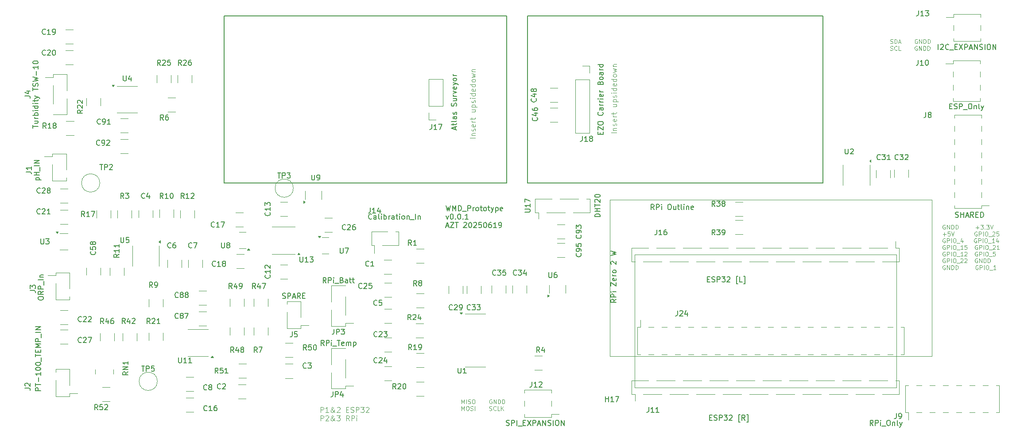
<source format=gbr>
%TF.GenerationSoftware,KiCad,Pcbnew,8.0.9-8.0.9-0~ubuntu22.04.1*%
%TF.CreationDate,2025-06-19T12:15:33-04:00*%
%TF.ProjectId,digital_waters,64696769-7461-46c5-9f77-61746572732e,rev?*%
%TF.SameCoordinates,Original*%
%TF.FileFunction,Legend,Top*%
%TF.FilePolarity,Positive*%
%FSLAX46Y46*%
G04 Gerber Fmt 4.6, Leading zero omitted, Abs format (unit mm)*
G04 Created by KiCad (PCBNEW 8.0.9-8.0.9-0~ubuntu22.04.1) date 2025-06-19 12:15:33*
%MOMM*%
%LPD*%
G01*
G04 APERTURE LIST*
%ADD10C,0.100000*%
%ADD11C,0.200000*%
%ADD12C,0.150000*%
%ADD13C,0.120000*%
G04 APERTURE END LIST*
D10*
X165641393Y-80555404D02*
X227141393Y-80555404D01*
X227141393Y-110555404D01*
X165641393Y-110555404D01*
X165641393Y-80555404D01*
D11*
X91847325Y-45318816D02*
X145847325Y-45318816D01*
X145847325Y-77318816D01*
X91847325Y-77318816D01*
X91847325Y-45318816D01*
X149847325Y-45318816D02*
X206347325Y-45318816D01*
X206347325Y-77318816D01*
X149847325Y-77318816D01*
X149847325Y-45318816D01*
D10*
X170347325Y-91082228D02*
X220406264Y-91082228D01*
X220406264Y-116488868D01*
X170347325Y-116488868D01*
X170347325Y-91082228D01*
X219218169Y-50570845D02*
X219332455Y-50608940D01*
X219332455Y-50608940D02*
X219522931Y-50608940D01*
X219522931Y-50608940D02*
X219599122Y-50570845D01*
X219599122Y-50570845D02*
X219637217Y-50532749D01*
X219637217Y-50532749D02*
X219675312Y-50456559D01*
X219675312Y-50456559D02*
X219675312Y-50380368D01*
X219675312Y-50380368D02*
X219637217Y-50304178D01*
X219637217Y-50304178D02*
X219599122Y-50266083D01*
X219599122Y-50266083D02*
X219522931Y-50227987D01*
X219522931Y-50227987D02*
X219370550Y-50189892D01*
X219370550Y-50189892D02*
X219294360Y-50151797D01*
X219294360Y-50151797D02*
X219256265Y-50113702D01*
X219256265Y-50113702D02*
X219218169Y-50037511D01*
X219218169Y-50037511D02*
X219218169Y-49961321D01*
X219218169Y-49961321D02*
X219256265Y-49885130D01*
X219256265Y-49885130D02*
X219294360Y-49847035D01*
X219294360Y-49847035D02*
X219370550Y-49808940D01*
X219370550Y-49808940D02*
X219561027Y-49808940D01*
X219561027Y-49808940D02*
X219675312Y-49847035D01*
X220018170Y-50608940D02*
X220018170Y-49808940D01*
X220018170Y-49808940D02*
X220208646Y-49808940D01*
X220208646Y-49808940D02*
X220322932Y-49847035D01*
X220322932Y-49847035D02*
X220399122Y-49923225D01*
X220399122Y-49923225D02*
X220437217Y-49999416D01*
X220437217Y-49999416D02*
X220475313Y-50151797D01*
X220475313Y-50151797D02*
X220475313Y-50266083D01*
X220475313Y-50266083D02*
X220437217Y-50418464D01*
X220437217Y-50418464D02*
X220399122Y-50494654D01*
X220399122Y-50494654D02*
X220322932Y-50570845D01*
X220322932Y-50570845D02*
X220208646Y-50608940D01*
X220208646Y-50608940D02*
X220018170Y-50608940D01*
X220780074Y-50380368D02*
X221161027Y-50380368D01*
X220703884Y-50608940D02*
X220970551Y-49808940D01*
X220970551Y-49808940D02*
X221237217Y-50608940D01*
X224361027Y-49847035D02*
X224284837Y-49808940D01*
X224284837Y-49808940D02*
X224170551Y-49808940D01*
X224170551Y-49808940D02*
X224056265Y-49847035D01*
X224056265Y-49847035D02*
X223980075Y-49923225D01*
X223980075Y-49923225D02*
X223941980Y-49999416D01*
X223941980Y-49999416D02*
X223903884Y-50151797D01*
X223903884Y-50151797D02*
X223903884Y-50266083D01*
X223903884Y-50266083D02*
X223941980Y-50418464D01*
X223941980Y-50418464D02*
X223980075Y-50494654D01*
X223980075Y-50494654D02*
X224056265Y-50570845D01*
X224056265Y-50570845D02*
X224170551Y-50608940D01*
X224170551Y-50608940D02*
X224246742Y-50608940D01*
X224246742Y-50608940D02*
X224361027Y-50570845D01*
X224361027Y-50570845D02*
X224399123Y-50532749D01*
X224399123Y-50532749D02*
X224399123Y-50266083D01*
X224399123Y-50266083D02*
X224246742Y-50266083D01*
X224741980Y-50608940D02*
X224741980Y-49808940D01*
X224741980Y-49808940D02*
X225199123Y-50608940D01*
X225199123Y-50608940D02*
X225199123Y-49808940D01*
X225580075Y-50608940D02*
X225580075Y-49808940D01*
X225580075Y-49808940D02*
X225770551Y-49808940D01*
X225770551Y-49808940D02*
X225884837Y-49847035D01*
X225884837Y-49847035D02*
X225961027Y-49923225D01*
X225961027Y-49923225D02*
X225999122Y-49999416D01*
X225999122Y-49999416D02*
X226037218Y-50151797D01*
X226037218Y-50151797D02*
X226037218Y-50266083D01*
X226037218Y-50266083D02*
X225999122Y-50418464D01*
X225999122Y-50418464D02*
X225961027Y-50494654D01*
X225961027Y-50494654D02*
X225884837Y-50570845D01*
X225884837Y-50570845D02*
X225770551Y-50608940D01*
X225770551Y-50608940D02*
X225580075Y-50608940D01*
X226380075Y-50608940D02*
X226380075Y-49808940D01*
X226380075Y-49808940D02*
X226570551Y-49808940D01*
X226570551Y-49808940D02*
X226684837Y-49847035D01*
X226684837Y-49847035D02*
X226761027Y-49923225D01*
X226761027Y-49923225D02*
X226799122Y-49999416D01*
X226799122Y-49999416D02*
X226837218Y-50151797D01*
X226837218Y-50151797D02*
X226837218Y-50266083D01*
X226837218Y-50266083D02*
X226799122Y-50418464D01*
X226799122Y-50418464D02*
X226761027Y-50494654D01*
X226761027Y-50494654D02*
X226684837Y-50570845D01*
X226684837Y-50570845D02*
X226570551Y-50608940D01*
X226570551Y-50608940D02*
X226380075Y-50608940D01*
X219218169Y-51858800D02*
X219332455Y-51896895D01*
X219332455Y-51896895D02*
X219522931Y-51896895D01*
X219522931Y-51896895D02*
X219599122Y-51858800D01*
X219599122Y-51858800D02*
X219637217Y-51820704D01*
X219637217Y-51820704D02*
X219675312Y-51744514D01*
X219675312Y-51744514D02*
X219675312Y-51668323D01*
X219675312Y-51668323D02*
X219637217Y-51592133D01*
X219637217Y-51592133D02*
X219599122Y-51554038D01*
X219599122Y-51554038D02*
X219522931Y-51515942D01*
X219522931Y-51515942D02*
X219370550Y-51477847D01*
X219370550Y-51477847D02*
X219294360Y-51439752D01*
X219294360Y-51439752D02*
X219256265Y-51401657D01*
X219256265Y-51401657D02*
X219218169Y-51325466D01*
X219218169Y-51325466D02*
X219218169Y-51249276D01*
X219218169Y-51249276D02*
X219256265Y-51173085D01*
X219256265Y-51173085D02*
X219294360Y-51134990D01*
X219294360Y-51134990D02*
X219370550Y-51096895D01*
X219370550Y-51096895D02*
X219561027Y-51096895D01*
X219561027Y-51096895D02*
X219675312Y-51134990D01*
X220475313Y-51820704D02*
X220437217Y-51858800D01*
X220437217Y-51858800D02*
X220322932Y-51896895D01*
X220322932Y-51896895D02*
X220246741Y-51896895D01*
X220246741Y-51896895D02*
X220132455Y-51858800D01*
X220132455Y-51858800D02*
X220056265Y-51782609D01*
X220056265Y-51782609D02*
X220018170Y-51706419D01*
X220018170Y-51706419D02*
X219980074Y-51554038D01*
X219980074Y-51554038D02*
X219980074Y-51439752D01*
X219980074Y-51439752D02*
X220018170Y-51287371D01*
X220018170Y-51287371D02*
X220056265Y-51211180D01*
X220056265Y-51211180D02*
X220132455Y-51134990D01*
X220132455Y-51134990D02*
X220246741Y-51096895D01*
X220246741Y-51096895D02*
X220322932Y-51096895D01*
X220322932Y-51096895D02*
X220437217Y-51134990D01*
X220437217Y-51134990D02*
X220475313Y-51173085D01*
X221199122Y-51896895D02*
X220818170Y-51896895D01*
X220818170Y-51896895D02*
X220818170Y-51096895D01*
X224322932Y-51134990D02*
X224246742Y-51096895D01*
X224246742Y-51096895D02*
X224132456Y-51096895D01*
X224132456Y-51096895D02*
X224018170Y-51134990D01*
X224018170Y-51134990D02*
X223941980Y-51211180D01*
X223941980Y-51211180D02*
X223903885Y-51287371D01*
X223903885Y-51287371D02*
X223865789Y-51439752D01*
X223865789Y-51439752D02*
X223865789Y-51554038D01*
X223865789Y-51554038D02*
X223903885Y-51706419D01*
X223903885Y-51706419D02*
X223941980Y-51782609D01*
X223941980Y-51782609D02*
X224018170Y-51858800D01*
X224018170Y-51858800D02*
X224132456Y-51896895D01*
X224132456Y-51896895D02*
X224208647Y-51896895D01*
X224208647Y-51896895D02*
X224322932Y-51858800D01*
X224322932Y-51858800D02*
X224361028Y-51820704D01*
X224361028Y-51820704D02*
X224361028Y-51554038D01*
X224361028Y-51554038D02*
X224208647Y-51554038D01*
X224703885Y-51896895D02*
X224703885Y-51096895D01*
X224703885Y-51096895D02*
X225161028Y-51896895D01*
X225161028Y-51896895D02*
X225161028Y-51096895D01*
X225541980Y-51896895D02*
X225541980Y-51096895D01*
X225541980Y-51096895D02*
X225732456Y-51096895D01*
X225732456Y-51096895D02*
X225846742Y-51134990D01*
X225846742Y-51134990D02*
X225922932Y-51211180D01*
X225922932Y-51211180D02*
X225961027Y-51287371D01*
X225961027Y-51287371D02*
X225999123Y-51439752D01*
X225999123Y-51439752D02*
X225999123Y-51554038D01*
X225999123Y-51554038D02*
X225961027Y-51706419D01*
X225961027Y-51706419D02*
X225922932Y-51782609D01*
X225922932Y-51782609D02*
X225846742Y-51858800D01*
X225846742Y-51858800D02*
X225732456Y-51896895D01*
X225732456Y-51896895D02*
X225541980Y-51896895D01*
X226341980Y-51896895D02*
X226341980Y-51096895D01*
X226341980Y-51096895D02*
X226532456Y-51096895D01*
X226532456Y-51096895D02*
X226646742Y-51134990D01*
X226646742Y-51134990D02*
X226722932Y-51211180D01*
X226722932Y-51211180D02*
X226761027Y-51287371D01*
X226761027Y-51287371D02*
X226799123Y-51439752D01*
X226799123Y-51439752D02*
X226799123Y-51554038D01*
X226799123Y-51554038D02*
X226761027Y-51706419D01*
X226761027Y-51706419D02*
X226722932Y-51782609D01*
X226722932Y-51782609D02*
X226646742Y-51858800D01*
X226646742Y-51858800D02*
X226532456Y-51896895D01*
X226532456Y-51896895D02*
X226341980Y-51896895D01*
X166872419Y-67696115D02*
X165872419Y-67696115D01*
X166205752Y-67219925D02*
X166872419Y-67219925D01*
X166300990Y-67219925D02*
X166253371Y-67172306D01*
X166253371Y-67172306D02*
X166205752Y-67077068D01*
X166205752Y-67077068D02*
X166205752Y-66934211D01*
X166205752Y-66934211D02*
X166253371Y-66838973D01*
X166253371Y-66838973D02*
X166348609Y-66791354D01*
X166348609Y-66791354D02*
X166872419Y-66791354D01*
X166824800Y-66362782D02*
X166872419Y-66267544D01*
X166872419Y-66267544D02*
X166872419Y-66077068D01*
X166872419Y-66077068D02*
X166824800Y-65981830D01*
X166824800Y-65981830D02*
X166729561Y-65934211D01*
X166729561Y-65934211D02*
X166681942Y-65934211D01*
X166681942Y-65934211D02*
X166586704Y-65981830D01*
X166586704Y-65981830D02*
X166539085Y-66077068D01*
X166539085Y-66077068D02*
X166539085Y-66219925D01*
X166539085Y-66219925D02*
X166491466Y-66315163D01*
X166491466Y-66315163D02*
X166396228Y-66362782D01*
X166396228Y-66362782D02*
X166348609Y-66362782D01*
X166348609Y-66362782D02*
X166253371Y-66315163D01*
X166253371Y-66315163D02*
X166205752Y-66219925D01*
X166205752Y-66219925D02*
X166205752Y-66077068D01*
X166205752Y-66077068D02*
X166253371Y-65981830D01*
X166824800Y-65124687D02*
X166872419Y-65219925D01*
X166872419Y-65219925D02*
X166872419Y-65410401D01*
X166872419Y-65410401D02*
X166824800Y-65505639D01*
X166824800Y-65505639D02*
X166729561Y-65553258D01*
X166729561Y-65553258D02*
X166348609Y-65553258D01*
X166348609Y-65553258D02*
X166253371Y-65505639D01*
X166253371Y-65505639D02*
X166205752Y-65410401D01*
X166205752Y-65410401D02*
X166205752Y-65219925D01*
X166205752Y-65219925D02*
X166253371Y-65124687D01*
X166253371Y-65124687D02*
X166348609Y-65077068D01*
X166348609Y-65077068D02*
X166443847Y-65077068D01*
X166443847Y-65077068D02*
X166539085Y-65553258D01*
X166872419Y-64648496D02*
X166205752Y-64648496D01*
X166396228Y-64648496D02*
X166300990Y-64600877D01*
X166300990Y-64600877D02*
X166253371Y-64553258D01*
X166253371Y-64553258D02*
X166205752Y-64458020D01*
X166205752Y-64458020D02*
X166205752Y-64362782D01*
X166205752Y-64172305D02*
X166205752Y-63791353D01*
X165872419Y-64029448D02*
X166729561Y-64029448D01*
X166729561Y-64029448D02*
X166824800Y-63981829D01*
X166824800Y-63981829D02*
X166872419Y-63886591D01*
X166872419Y-63886591D02*
X166872419Y-63791353D01*
X166205752Y-62267543D02*
X166872419Y-62267543D01*
X166205752Y-62696114D02*
X166729561Y-62696114D01*
X166729561Y-62696114D02*
X166824800Y-62648495D01*
X166824800Y-62648495D02*
X166872419Y-62553257D01*
X166872419Y-62553257D02*
X166872419Y-62410400D01*
X166872419Y-62410400D02*
X166824800Y-62315162D01*
X166824800Y-62315162D02*
X166777180Y-62267543D01*
X166205752Y-61791352D02*
X167205752Y-61791352D01*
X166253371Y-61791352D02*
X166205752Y-61696114D01*
X166205752Y-61696114D02*
X166205752Y-61505638D01*
X166205752Y-61505638D02*
X166253371Y-61410400D01*
X166253371Y-61410400D02*
X166300990Y-61362781D01*
X166300990Y-61362781D02*
X166396228Y-61315162D01*
X166396228Y-61315162D02*
X166681942Y-61315162D01*
X166681942Y-61315162D02*
X166777180Y-61362781D01*
X166777180Y-61362781D02*
X166824800Y-61410400D01*
X166824800Y-61410400D02*
X166872419Y-61505638D01*
X166872419Y-61505638D02*
X166872419Y-61696114D01*
X166872419Y-61696114D02*
X166824800Y-61791352D01*
X166824800Y-60934209D02*
X166872419Y-60838971D01*
X166872419Y-60838971D02*
X166872419Y-60648495D01*
X166872419Y-60648495D02*
X166824800Y-60553257D01*
X166824800Y-60553257D02*
X166729561Y-60505638D01*
X166729561Y-60505638D02*
X166681942Y-60505638D01*
X166681942Y-60505638D02*
X166586704Y-60553257D01*
X166586704Y-60553257D02*
X166539085Y-60648495D01*
X166539085Y-60648495D02*
X166539085Y-60791352D01*
X166539085Y-60791352D02*
X166491466Y-60886590D01*
X166491466Y-60886590D02*
X166396228Y-60934209D01*
X166396228Y-60934209D02*
X166348609Y-60934209D01*
X166348609Y-60934209D02*
X166253371Y-60886590D01*
X166253371Y-60886590D02*
X166205752Y-60791352D01*
X166205752Y-60791352D02*
X166205752Y-60648495D01*
X166205752Y-60648495D02*
X166253371Y-60553257D01*
X166872419Y-60077066D02*
X166205752Y-60077066D01*
X165872419Y-60077066D02*
X165920038Y-60124685D01*
X165920038Y-60124685D02*
X165967657Y-60077066D01*
X165967657Y-60077066D02*
X165920038Y-60029447D01*
X165920038Y-60029447D02*
X165872419Y-60077066D01*
X165872419Y-60077066D02*
X165967657Y-60077066D01*
X166872419Y-59172305D02*
X165872419Y-59172305D01*
X166824800Y-59172305D02*
X166872419Y-59267543D01*
X166872419Y-59267543D02*
X166872419Y-59458019D01*
X166872419Y-59458019D02*
X166824800Y-59553257D01*
X166824800Y-59553257D02*
X166777180Y-59600876D01*
X166777180Y-59600876D02*
X166681942Y-59648495D01*
X166681942Y-59648495D02*
X166396228Y-59648495D01*
X166396228Y-59648495D02*
X166300990Y-59600876D01*
X166300990Y-59600876D02*
X166253371Y-59553257D01*
X166253371Y-59553257D02*
X166205752Y-59458019D01*
X166205752Y-59458019D02*
X166205752Y-59267543D01*
X166205752Y-59267543D02*
X166253371Y-59172305D01*
X166824800Y-58315162D02*
X166872419Y-58410400D01*
X166872419Y-58410400D02*
X166872419Y-58600876D01*
X166872419Y-58600876D02*
X166824800Y-58696114D01*
X166824800Y-58696114D02*
X166729561Y-58743733D01*
X166729561Y-58743733D02*
X166348609Y-58743733D01*
X166348609Y-58743733D02*
X166253371Y-58696114D01*
X166253371Y-58696114D02*
X166205752Y-58600876D01*
X166205752Y-58600876D02*
X166205752Y-58410400D01*
X166205752Y-58410400D02*
X166253371Y-58315162D01*
X166253371Y-58315162D02*
X166348609Y-58267543D01*
X166348609Y-58267543D02*
X166443847Y-58267543D01*
X166443847Y-58267543D02*
X166539085Y-58743733D01*
X166872419Y-57410400D02*
X165872419Y-57410400D01*
X166824800Y-57410400D02*
X166872419Y-57505638D01*
X166872419Y-57505638D02*
X166872419Y-57696114D01*
X166872419Y-57696114D02*
X166824800Y-57791352D01*
X166824800Y-57791352D02*
X166777180Y-57838971D01*
X166777180Y-57838971D02*
X166681942Y-57886590D01*
X166681942Y-57886590D02*
X166396228Y-57886590D01*
X166396228Y-57886590D02*
X166300990Y-57838971D01*
X166300990Y-57838971D02*
X166253371Y-57791352D01*
X166253371Y-57791352D02*
X166205752Y-57696114D01*
X166205752Y-57696114D02*
X166205752Y-57505638D01*
X166205752Y-57505638D02*
X166253371Y-57410400D01*
X166872419Y-56791352D02*
X166824800Y-56886590D01*
X166824800Y-56886590D02*
X166777180Y-56934209D01*
X166777180Y-56934209D02*
X166681942Y-56981828D01*
X166681942Y-56981828D02*
X166396228Y-56981828D01*
X166396228Y-56981828D02*
X166300990Y-56934209D01*
X166300990Y-56934209D02*
X166253371Y-56886590D01*
X166253371Y-56886590D02*
X166205752Y-56791352D01*
X166205752Y-56791352D02*
X166205752Y-56648495D01*
X166205752Y-56648495D02*
X166253371Y-56553257D01*
X166253371Y-56553257D02*
X166300990Y-56505638D01*
X166300990Y-56505638D02*
X166396228Y-56458019D01*
X166396228Y-56458019D02*
X166681942Y-56458019D01*
X166681942Y-56458019D02*
X166777180Y-56505638D01*
X166777180Y-56505638D02*
X166824800Y-56553257D01*
X166824800Y-56553257D02*
X166872419Y-56648495D01*
X166872419Y-56648495D02*
X166872419Y-56791352D01*
X166205752Y-56124685D02*
X166872419Y-55934209D01*
X166872419Y-55934209D02*
X166396228Y-55743733D01*
X166396228Y-55743733D02*
X166872419Y-55553257D01*
X166872419Y-55553257D02*
X166205752Y-55362781D01*
X166205752Y-54981828D02*
X166872419Y-54981828D01*
X166300990Y-54981828D02*
X166253371Y-54934209D01*
X166253371Y-54934209D02*
X166205752Y-54838971D01*
X166205752Y-54838971D02*
X166205752Y-54696114D01*
X166205752Y-54696114D02*
X166253371Y-54600876D01*
X166253371Y-54600876D02*
X166348609Y-54553257D01*
X166348609Y-54553257D02*
X166872419Y-54553257D01*
X229675312Y-85407260D02*
X229599122Y-85369165D01*
X229599122Y-85369165D02*
X229484836Y-85369165D01*
X229484836Y-85369165D02*
X229370550Y-85407260D01*
X229370550Y-85407260D02*
X229294360Y-85483450D01*
X229294360Y-85483450D02*
X229256265Y-85559641D01*
X229256265Y-85559641D02*
X229218169Y-85712022D01*
X229218169Y-85712022D02*
X229218169Y-85826308D01*
X229218169Y-85826308D02*
X229256265Y-85978689D01*
X229256265Y-85978689D02*
X229294360Y-86054879D01*
X229294360Y-86054879D02*
X229370550Y-86131070D01*
X229370550Y-86131070D02*
X229484836Y-86169165D01*
X229484836Y-86169165D02*
X229561027Y-86169165D01*
X229561027Y-86169165D02*
X229675312Y-86131070D01*
X229675312Y-86131070D02*
X229713408Y-86092974D01*
X229713408Y-86092974D02*
X229713408Y-85826308D01*
X229713408Y-85826308D02*
X229561027Y-85826308D01*
X230056265Y-86169165D02*
X230056265Y-85369165D01*
X230056265Y-85369165D02*
X230513408Y-86169165D01*
X230513408Y-86169165D02*
X230513408Y-85369165D01*
X230894360Y-86169165D02*
X230894360Y-85369165D01*
X230894360Y-85369165D02*
X231084836Y-85369165D01*
X231084836Y-85369165D02*
X231199122Y-85407260D01*
X231199122Y-85407260D02*
X231275312Y-85483450D01*
X231275312Y-85483450D02*
X231313407Y-85559641D01*
X231313407Y-85559641D02*
X231351503Y-85712022D01*
X231351503Y-85712022D02*
X231351503Y-85826308D01*
X231351503Y-85826308D02*
X231313407Y-85978689D01*
X231313407Y-85978689D02*
X231275312Y-86054879D01*
X231275312Y-86054879D02*
X231199122Y-86131070D01*
X231199122Y-86131070D02*
X231084836Y-86169165D01*
X231084836Y-86169165D02*
X230894360Y-86169165D01*
X231694360Y-86169165D02*
X231694360Y-85369165D01*
X231694360Y-85369165D02*
X231884836Y-85369165D01*
X231884836Y-85369165D02*
X231999122Y-85407260D01*
X231999122Y-85407260D02*
X232075312Y-85483450D01*
X232075312Y-85483450D02*
X232113407Y-85559641D01*
X232113407Y-85559641D02*
X232151503Y-85712022D01*
X232151503Y-85712022D02*
X232151503Y-85826308D01*
X232151503Y-85826308D02*
X232113407Y-85978689D01*
X232113407Y-85978689D02*
X232075312Y-86054879D01*
X232075312Y-86054879D02*
X231999122Y-86131070D01*
X231999122Y-86131070D02*
X231884836Y-86169165D01*
X231884836Y-86169165D02*
X231694360Y-86169165D01*
X235541980Y-85864403D02*
X236151504Y-85864403D01*
X235846742Y-86169165D02*
X235846742Y-85559641D01*
X236456265Y-85369165D02*
X236951503Y-85369165D01*
X236951503Y-85369165D02*
X236684837Y-85673927D01*
X236684837Y-85673927D02*
X236799122Y-85673927D01*
X236799122Y-85673927D02*
X236875313Y-85712022D01*
X236875313Y-85712022D02*
X236913408Y-85750117D01*
X236913408Y-85750117D02*
X236951503Y-85826308D01*
X236951503Y-85826308D02*
X236951503Y-86016784D01*
X236951503Y-86016784D02*
X236913408Y-86092974D01*
X236913408Y-86092974D02*
X236875313Y-86131070D01*
X236875313Y-86131070D02*
X236799122Y-86169165D01*
X236799122Y-86169165D02*
X236570551Y-86169165D01*
X236570551Y-86169165D02*
X236494360Y-86131070D01*
X236494360Y-86131070D02*
X236456265Y-86092974D01*
X237294361Y-86092974D02*
X237332456Y-86131070D01*
X237332456Y-86131070D02*
X237294361Y-86169165D01*
X237294361Y-86169165D02*
X237256265Y-86131070D01*
X237256265Y-86131070D02*
X237294361Y-86092974D01*
X237294361Y-86092974D02*
X237294361Y-86169165D01*
X237599122Y-85369165D02*
X238094360Y-85369165D01*
X238094360Y-85369165D02*
X237827694Y-85673927D01*
X237827694Y-85673927D02*
X237941979Y-85673927D01*
X237941979Y-85673927D02*
X238018170Y-85712022D01*
X238018170Y-85712022D02*
X238056265Y-85750117D01*
X238056265Y-85750117D02*
X238094360Y-85826308D01*
X238094360Y-85826308D02*
X238094360Y-86016784D01*
X238094360Y-86016784D02*
X238056265Y-86092974D01*
X238056265Y-86092974D02*
X238018170Y-86131070D01*
X238018170Y-86131070D02*
X237941979Y-86169165D01*
X237941979Y-86169165D02*
X237713408Y-86169165D01*
X237713408Y-86169165D02*
X237637217Y-86131070D01*
X237637217Y-86131070D02*
X237599122Y-86092974D01*
X238322932Y-85369165D02*
X238589599Y-86169165D01*
X238589599Y-86169165D02*
X238856265Y-85369165D01*
X229256265Y-87152358D02*
X229865789Y-87152358D01*
X229561027Y-87457120D02*
X229561027Y-86847596D01*
X230627693Y-86657120D02*
X230246741Y-86657120D01*
X230246741Y-86657120D02*
X230208645Y-87038072D01*
X230208645Y-87038072D02*
X230246741Y-86999977D01*
X230246741Y-86999977D02*
X230322931Y-86961882D01*
X230322931Y-86961882D02*
X230513407Y-86961882D01*
X230513407Y-86961882D02*
X230589598Y-86999977D01*
X230589598Y-86999977D02*
X230627693Y-87038072D01*
X230627693Y-87038072D02*
X230665788Y-87114263D01*
X230665788Y-87114263D02*
X230665788Y-87304739D01*
X230665788Y-87304739D02*
X230627693Y-87380929D01*
X230627693Y-87380929D02*
X230589598Y-87419025D01*
X230589598Y-87419025D02*
X230513407Y-87457120D01*
X230513407Y-87457120D02*
X230322931Y-87457120D01*
X230322931Y-87457120D02*
X230246741Y-87419025D01*
X230246741Y-87419025D02*
X230208645Y-87380929D01*
X230894360Y-86657120D02*
X231161027Y-87457120D01*
X231161027Y-87457120D02*
X231427693Y-86657120D01*
X235770551Y-86695215D02*
X235694361Y-86657120D01*
X235694361Y-86657120D02*
X235580075Y-86657120D01*
X235580075Y-86657120D02*
X235465789Y-86695215D01*
X235465789Y-86695215D02*
X235389599Y-86771405D01*
X235389599Y-86771405D02*
X235351504Y-86847596D01*
X235351504Y-86847596D02*
X235313408Y-86999977D01*
X235313408Y-86999977D02*
X235313408Y-87114263D01*
X235313408Y-87114263D02*
X235351504Y-87266644D01*
X235351504Y-87266644D02*
X235389599Y-87342834D01*
X235389599Y-87342834D02*
X235465789Y-87419025D01*
X235465789Y-87419025D02*
X235580075Y-87457120D01*
X235580075Y-87457120D02*
X235656266Y-87457120D01*
X235656266Y-87457120D02*
X235770551Y-87419025D01*
X235770551Y-87419025D02*
X235808647Y-87380929D01*
X235808647Y-87380929D02*
X235808647Y-87114263D01*
X235808647Y-87114263D02*
X235656266Y-87114263D01*
X236151504Y-87457120D02*
X236151504Y-86657120D01*
X236151504Y-86657120D02*
X236456266Y-86657120D01*
X236456266Y-86657120D02*
X236532456Y-86695215D01*
X236532456Y-86695215D02*
X236570551Y-86733310D01*
X236570551Y-86733310D02*
X236608647Y-86809501D01*
X236608647Y-86809501D02*
X236608647Y-86923786D01*
X236608647Y-86923786D02*
X236570551Y-86999977D01*
X236570551Y-86999977D02*
X236532456Y-87038072D01*
X236532456Y-87038072D02*
X236456266Y-87076167D01*
X236456266Y-87076167D02*
X236151504Y-87076167D01*
X236951504Y-87457120D02*
X236951504Y-86657120D01*
X237484837Y-86657120D02*
X237637218Y-86657120D01*
X237637218Y-86657120D02*
X237713408Y-86695215D01*
X237713408Y-86695215D02*
X237789599Y-86771405D01*
X237789599Y-86771405D02*
X237827694Y-86923786D01*
X237827694Y-86923786D02*
X237827694Y-87190453D01*
X237827694Y-87190453D02*
X237789599Y-87342834D01*
X237789599Y-87342834D02*
X237713408Y-87419025D01*
X237713408Y-87419025D02*
X237637218Y-87457120D01*
X237637218Y-87457120D02*
X237484837Y-87457120D01*
X237484837Y-87457120D02*
X237408646Y-87419025D01*
X237408646Y-87419025D02*
X237332456Y-87342834D01*
X237332456Y-87342834D02*
X237294360Y-87190453D01*
X237294360Y-87190453D02*
X237294360Y-86923786D01*
X237294360Y-86923786D02*
X237332456Y-86771405D01*
X237332456Y-86771405D02*
X237408646Y-86695215D01*
X237408646Y-86695215D02*
X237484837Y-86657120D01*
X237980075Y-87533310D02*
X238589598Y-87533310D01*
X238741979Y-86733310D02*
X238780075Y-86695215D01*
X238780075Y-86695215D02*
X238856265Y-86657120D01*
X238856265Y-86657120D02*
X239046741Y-86657120D01*
X239046741Y-86657120D02*
X239122932Y-86695215D01*
X239122932Y-86695215D02*
X239161027Y-86733310D01*
X239161027Y-86733310D02*
X239199122Y-86809501D01*
X239199122Y-86809501D02*
X239199122Y-86885691D01*
X239199122Y-86885691D02*
X239161027Y-86999977D01*
X239161027Y-86999977D02*
X238703884Y-87457120D01*
X238703884Y-87457120D02*
X239199122Y-87457120D01*
X239922932Y-86657120D02*
X239541980Y-86657120D01*
X239541980Y-86657120D02*
X239503884Y-87038072D01*
X239503884Y-87038072D02*
X239541980Y-86999977D01*
X239541980Y-86999977D02*
X239618170Y-86961882D01*
X239618170Y-86961882D02*
X239808646Y-86961882D01*
X239808646Y-86961882D02*
X239884837Y-86999977D01*
X239884837Y-86999977D02*
X239922932Y-87038072D01*
X239922932Y-87038072D02*
X239961027Y-87114263D01*
X239961027Y-87114263D02*
X239961027Y-87304739D01*
X239961027Y-87304739D02*
X239922932Y-87380929D01*
X239922932Y-87380929D02*
X239884837Y-87419025D01*
X239884837Y-87419025D02*
X239808646Y-87457120D01*
X239808646Y-87457120D02*
X239618170Y-87457120D01*
X239618170Y-87457120D02*
X239541980Y-87419025D01*
X239541980Y-87419025D02*
X239503884Y-87380929D01*
X229675312Y-87983170D02*
X229599122Y-87945075D01*
X229599122Y-87945075D02*
X229484836Y-87945075D01*
X229484836Y-87945075D02*
X229370550Y-87983170D01*
X229370550Y-87983170D02*
X229294360Y-88059360D01*
X229294360Y-88059360D02*
X229256265Y-88135551D01*
X229256265Y-88135551D02*
X229218169Y-88287932D01*
X229218169Y-88287932D02*
X229218169Y-88402218D01*
X229218169Y-88402218D02*
X229256265Y-88554599D01*
X229256265Y-88554599D02*
X229294360Y-88630789D01*
X229294360Y-88630789D02*
X229370550Y-88706980D01*
X229370550Y-88706980D02*
X229484836Y-88745075D01*
X229484836Y-88745075D02*
X229561027Y-88745075D01*
X229561027Y-88745075D02*
X229675312Y-88706980D01*
X229675312Y-88706980D02*
X229713408Y-88668884D01*
X229713408Y-88668884D02*
X229713408Y-88402218D01*
X229713408Y-88402218D02*
X229561027Y-88402218D01*
X230056265Y-88745075D02*
X230056265Y-87945075D01*
X230056265Y-87945075D02*
X230361027Y-87945075D01*
X230361027Y-87945075D02*
X230437217Y-87983170D01*
X230437217Y-87983170D02*
X230475312Y-88021265D01*
X230475312Y-88021265D02*
X230513408Y-88097456D01*
X230513408Y-88097456D02*
X230513408Y-88211741D01*
X230513408Y-88211741D02*
X230475312Y-88287932D01*
X230475312Y-88287932D02*
X230437217Y-88326027D01*
X230437217Y-88326027D02*
X230361027Y-88364122D01*
X230361027Y-88364122D02*
X230056265Y-88364122D01*
X230856265Y-88745075D02*
X230856265Y-87945075D01*
X231389598Y-87945075D02*
X231541979Y-87945075D01*
X231541979Y-87945075D02*
X231618169Y-87983170D01*
X231618169Y-87983170D02*
X231694360Y-88059360D01*
X231694360Y-88059360D02*
X231732455Y-88211741D01*
X231732455Y-88211741D02*
X231732455Y-88478408D01*
X231732455Y-88478408D02*
X231694360Y-88630789D01*
X231694360Y-88630789D02*
X231618169Y-88706980D01*
X231618169Y-88706980D02*
X231541979Y-88745075D01*
X231541979Y-88745075D02*
X231389598Y-88745075D01*
X231389598Y-88745075D02*
X231313407Y-88706980D01*
X231313407Y-88706980D02*
X231237217Y-88630789D01*
X231237217Y-88630789D02*
X231199121Y-88478408D01*
X231199121Y-88478408D02*
X231199121Y-88211741D01*
X231199121Y-88211741D02*
X231237217Y-88059360D01*
X231237217Y-88059360D02*
X231313407Y-87983170D01*
X231313407Y-87983170D02*
X231389598Y-87945075D01*
X231884836Y-88821265D02*
X232494359Y-88821265D01*
X233027693Y-88211741D02*
X233027693Y-88745075D01*
X232837217Y-87906980D02*
X232646740Y-88478408D01*
X232646740Y-88478408D02*
X233141979Y-88478408D01*
X235694360Y-87983170D02*
X235618170Y-87945075D01*
X235618170Y-87945075D02*
X235503884Y-87945075D01*
X235503884Y-87945075D02*
X235389598Y-87983170D01*
X235389598Y-87983170D02*
X235313408Y-88059360D01*
X235313408Y-88059360D02*
X235275313Y-88135551D01*
X235275313Y-88135551D02*
X235237217Y-88287932D01*
X235237217Y-88287932D02*
X235237217Y-88402218D01*
X235237217Y-88402218D02*
X235275313Y-88554599D01*
X235275313Y-88554599D02*
X235313408Y-88630789D01*
X235313408Y-88630789D02*
X235389598Y-88706980D01*
X235389598Y-88706980D02*
X235503884Y-88745075D01*
X235503884Y-88745075D02*
X235580075Y-88745075D01*
X235580075Y-88745075D02*
X235694360Y-88706980D01*
X235694360Y-88706980D02*
X235732456Y-88668884D01*
X235732456Y-88668884D02*
X235732456Y-88402218D01*
X235732456Y-88402218D02*
X235580075Y-88402218D01*
X236075313Y-88745075D02*
X236075313Y-87945075D01*
X236075313Y-87945075D02*
X236380075Y-87945075D01*
X236380075Y-87945075D02*
X236456265Y-87983170D01*
X236456265Y-87983170D02*
X236494360Y-88021265D01*
X236494360Y-88021265D02*
X236532456Y-88097456D01*
X236532456Y-88097456D02*
X236532456Y-88211741D01*
X236532456Y-88211741D02*
X236494360Y-88287932D01*
X236494360Y-88287932D02*
X236456265Y-88326027D01*
X236456265Y-88326027D02*
X236380075Y-88364122D01*
X236380075Y-88364122D02*
X236075313Y-88364122D01*
X236875313Y-88745075D02*
X236875313Y-87945075D01*
X237408646Y-87945075D02*
X237561027Y-87945075D01*
X237561027Y-87945075D02*
X237637217Y-87983170D01*
X237637217Y-87983170D02*
X237713408Y-88059360D01*
X237713408Y-88059360D02*
X237751503Y-88211741D01*
X237751503Y-88211741D02*
X237751503Y-88478408D01*
X237751503Y-88478408D02*
X237713408Y-88630789D01*
X237713408Y-88630789D02*
X237637217Y-88706980D01*
X237637217Y-88706980D02*
X237561027Y-88745075D01*
X237561027Y-88745075D02*
X237408646Y-88745075D01*
X237408646Y-88745075D02*
X237332455Y-88706980D01*
X237332455Y-88706980D02*
X237256265Y-88630789D01*
X237256265Y-88630789D02*
X237218169Y-88478408D01*
X237218169Y-88478408D02*
X237218169Y-88211741D01*
X237218169Y-88211741D02*
X237256265Y-88059360D01*
X237256265Y-88059360D02*
X237332455Y-87983170D01*
X237332455Y-87983170D02*
X237408646Y-87945075D01*
X237903884Y-88821265D02*
X238513407Y-88821265D01*
X239122931Y-88745075D02*
X238665788Y-88745075D01*
X238894360Y-88745075D02*
X238894360Y-87945075D01*
X238894360Y-87945075D02*
X238818169Y-88059360D01*
X238818169Y-88059360D02*
X238741979Y-88135551D01*
X238741979Y-88135551D02*
X238665788Y-88173646D01*
X239808646Y-88211741D02*
X239808646Y-88745075D01*
X239618170Y-87906980D02*
X239427693Y-88478408D01*
X239427693Y-88478408D02*
X239922932Y-88478408D01*
X229675312Y-89271125D02*
X229599122Y-89233030D01*
X229599122Y-89233030D02*
X229484836Y-89233030D01*
X229484836Y-89233030D02*
X229370550Y-89271125D01*
X229370550Y-89271125D02*
X229294360Y-89347315D01*
X229294360Y-89347315D02*
X229256265Y-89423506D01*
X229256265Y-89423506D02*
X229218169Y-89575887D01*
X229218169Y-89575887D02*
X229218169Y-89690173D01*
X229218169Y-89690173D02*
X229256265Y-89842554D01*
X229256265Y-89842554D02*
X229294360Y-89918744D01*
X229294360Y-89918744D02*
X229370550Y-89994935D01*
X229370550Y-89994935D02*
X229484836Y-90033030D01*
X229484836Y-90033030D02*
X229561027Y-90033030D01*
X229561027Y-90033030D02*
X229675312Y-89994935D01*
X229675312Y-89994935D02*
X229713408Y-89956839D01*
X229713408Y-89956839D02*
X229713408Y-89690173D01*
X229713408Y-89690173D02*
X229561027Y-89690173D01*
X230056265Y-90033030D02*
X230056265Y-89233030D01*
X230056265Y-89233030D02*
X230361027Y-89233030D01*
X230361027Y-89233030D02*
X230437217Y-89271125D01*
X230437217Y-89271125D02*
X230475312Y-89309220D01*
X230475312Y-89309220D02*
X230513408Y-89385411D01*
X230513408Y-89385411D02*
X230513408Y-89499696D01*
X230513408Y-89499696D02*
X230475312Y-89575887D01*
X230475312Y-89575887D02*
X230437217Y-89613982D01*
X230437217Y-89613982D02*
X230361027Y-89652077D01*
X230361027Y-89652077D02*
X230056265Y-89652077D01*
X230856265Y-90033030D02*
X230856265Y-89233030D01*
X231389598Y-89233030D02*
X231541979Y-89233030D01*
X231541979Y-89233030D02*
X231618169Y-89271125D01*
X231618169Y-89271125D02*
X231694360Y-89347315D01*
X231694360Y-89347315D02*
X231732455Y-89499696D01*
X231732455Y-89499696D02*
X231732455Y-89766363D01*
X231732455Y-89766363D02*
X231694360Y-89918744D01*
X231694360Y-89918744D02*
X231618169Y-89994935D01*
X231618169Y-89994935D02*
X231541979Y-90033030D01*
X231541979Y-90033030D02*
X231389598Y-90033030D01*
X231389598Y-90033030D02*
X231313407Y-89994935D01*
X231313407Y-89994935D02*
X231237217Y-89918744D01*
X231237217Y-89918744D02*
X231199121Y-89766363D01*
X231199121Y-89766363D02*
X231199121Y-89499696D01*
X231199121Y-89499696D02*
X231237217Y-89347315D01*
X231237217Y-89347315D02*
X231313407Y-89271125D01*
X231313407Y-89271125D02*
X231389598Y-89233030D01*
X231884836Y-90109220D02*
X232494359Y-90109220D01*
X233103883Y-90033030D02*
X232646740Y-90033030D01*
X232875312Y-90033030D02*
X232875312Y-89233030D01*
X232875312Y-89233030D02*
X232799121Y-89347315D01*
X232799121Y-89347315D02*
X232722931Y-89423506D01*
X232722931Y-89423506D02*
X232646740Y-89461601D01*
X233827693Y-89233030D02*
X233446741Y-89233030D01*
X233446741Y-89233030D02*
X233408645Y-89613982D01*
X233408645Y-89613982D02*
X233446741Y-89575887D01*
X233446741Y-89575887D02*
X233522931Y-89537792D01*
X233522931Y-89537792D02*
X233713407Y-89537792D01*
X233713407Y-89537792D02*
X233789598Y-89575887D01*
X233789598Y-89575887D02*
X233827693Y-89613982D01*
X233827693Y-89613982D02*
X233865788Y-89690173D01*
X233865788Y-89690173D02*
X233865788Y-89880649D01*
X233865788Y-89880649D02*
X233827693Y-89956839D01*
X233827693Y-89956839D02*
X233789598Y-89994935D01*
X233789598Y-89994935D02*
X233713407Y-90033030D01*
X233713407Y-90033030D02*
X233522931Y-90033030D01*
X233522931Y-90033030D02*
X233446741Y-89994935D01*
X233446741Y-89994935D02*
X233408645Y-89956839D01*
X235846741Y-89271125D02*
X235770551Y-89233030D01*
X235770551Y-89233030D02*
X235656265Y-89233030D01*
X235656265Y-89233030D02*
X235541979Y-89271125D01*
X235541979Y-89271125D02*
X235465789Y-89347315D01*
X235465789Y-89347315D02*
X235427694Y-89423506D01*
X235427694Y-89423506D02*
X235389598Y-89575887D01*
X235389598Y-89575887D02*
X235389598Y-89690173D01*
X235389598Y-89690173D02*
X235427694Y-89842554D01*
X235427694Y-89842554D02*
X235465789Y-89918744D01*
X235465789Y-89918744D02*
X235541979Y-89994935D01*
X235541979Y-89994935D02*
X235656265Y-90033030D01*
X235656265Y-90033030D02*
X235732456Y-90033030D01*
X235732456Y-90033030D02*
X235846741Y-89994935D01*
X235846741Y-89994935D02*
X235884837Y-89956839D01*
X235884837Y-89956839D02*
X235884837Y-89690173D01*
X235884837Y-89690173D02*
X235732456Y-89690173D01*
X236227694Y-90033030D02*
X236227694Y-89233030D01*
X236227694Y-89233030D02*
X236532456Y-89233030D01*
X236532456Y-89233030D02*
X236608646Y-89271125D01*
X236608646Y-89271125D02*
X236646741Y-89309220D01*
X236646741Y-89309220D02*
X236684837Y-89385411D01*
X236684837Y-89385411D02*
X236684837Y-89499696D01*
X236684837Y-89499696D02*
X236646741Y-89575887D01*
X236646741Y-89575887D02*
X236608646Y-89613982D01*
X236608646Y-89613982D02*
X236532456Y-89652077D01*
X236532456Y-89652077D02*
X236227694Y-89652077D01*
X237027694Y-90033030D02*
X237027694Y-89233030D01*
X237561027Y-89233030D02*
X237713408Y-89233030D01*
X237713408Y-89233030D02*
X237789598Y-89271125D01*
X237789598Y-89271125D02*
X237865789Y-89347315D01*
X237865789Y-89347315D02*
X237903884Y-89499696D01*
X237903884Y-89499696D02*
X237903884Y-89766363D01*
X237903884Y-89766363D02*
X237865789Y-89918744D01*
X237865789Y-89918744D02*
X237789598Y-89994935D01*
X237789598Y-89994935D02*
X237713408Y-90033030D01*
X237713408Y-90033030D02*
X237561027Y-90033030D01*
X237561027Y-90033030D02*
X237484836Y-89994935D01*
X237484836Y-89994935D02*
X237408646Y-89918744D01*
X237408646Y-89918744D02*
X237370550Y-89766363D01*
X237370550Y-89766363D02*
X237370550Y-89499696D01*
X237370550Y-89499696D02*
X237408646Y-89347315D01*
X237408646Y-89347315D02*
X237484836Y-89271125D01*
X237484836Y-89271125D02*
X237561027Y-89233030D01*
X238056265Y-90109220D02*
X238665788Y-90109220D01*
X238818169Y-89309220D02*
X238856265Y-89271125D01*
X238856265Y-89271125D02*
X238932455Y-89233030D01*
X238932455Y-89233030D02*
X239122931Y-89233030D01*
X239122931Y-89233030D02*
X239199122Y-89271125D01*
X239199122Y-89271125D02*
X239237217Y-89309220D01*
X239237217Y-89309220D02*
X239275312Y-89385411D01*
X239275312Y-89385411D02*
X239275312Y-89461601D01*
X239275312Y-89461601D02*
X239237217Y-89575887D01*
X239237217Y-89575887D02*
X238780074Y-90033030D01*
X238780074Y-90033030D02*
X239275312Y-90033030D01*
X240037217Y-90033030D02*
X239580074Y-90033030D01*
X239808646Y-90033030D02*
X239808646Y-89233030D01*
X239808646Y-89233030D02*
X239732455Y-89347315D01*
X239732455Y-89347315D02*
X239656265Y-89423506D01*
X239656265Y-89423506D02*
X239580074Y-89461601D01*
X229675312Y-90559080D02*
X229599122Y-90520985D01*
X229599122Y-90520985D02*
X229484836Y-90520985D01*
X229484836Y-90520985D02*
X229370550Y-90559080D01*
X229370550Y-90559080D02*
X229294360Y-90635270D01*
X229294360Y-90635270D02*
X229256265Y-90711461D01*
X229256265Y-90711461D02*
X229218169Y-90863842D01*
X229218169Y-90863842D02*
X229218169Y-90978128D01*
X229218169Y-90978128D02*
X229256265Y-91130509D01*
X229256265Y-91130509D02*
X229294360Y-91206699D01*
X229294360Y-91206699D02*
X229370550Y-91282890D01*
X229370550Y-91282890D02*
X229484836Y-91320985D01*
X229484836Y-91320985D02*
X229561027Y-91320985D01*
X229561027Y-91320985D02*
X229675312Y-91282890D01*
X229675312Y-91282890D02*
X229713408Y-91244794D01*
X229713408Y-91244794D02*
X229713408Y-90978128D01*
X229713408Y-90978128D02*
X229561027Y-90978128D01*
X230056265Y-91320985D02*
X230056265Y-90520985D01*
X230056265Y-90520985D02*
X230361027Y-90520985D01*
X230361027Y-90520985D02*
X230437217Y-90559080D01*
X230437217Y-90559080D02*
X230475312Y-90597175D01*
X230475312Y-90597175D02*
X230513408Y-90673366D01*
X230513408Y-90673366D02*
X230513408Y-90787651D01*
X230513408Y-90787651D02*
X230475312Y-90863842D01*
X230475312Y-90863842D02*
X230437217Y-90901937D01*
X230437217Y-90901937D02*
X230361027Y-90940032D01*
X230361027Y-90940032D02*
X230056265Y-90940032D01*
X230856265Y-91320985D02*
X230856265Y-90520985D01*
X231389598Y-90520985D02*
X231541979Y-90520985D01*
X231541979Y-90520985D02*
X231618169Y-90559080D01*
X231618169Y-90559080D02*
X231694360Y-90635270D01*
X231694360Y-90635270D02*
X231732455Y-90787651D01*
X231732455Y-90787651D02*
X231732455Y-91054318D01*
X231732455Y-91054318D02*
X231694360Y-91206699D01*
X231694360Y-91206699D02*
X231618169Y-91282890D01*
X231618169Y-91282890D02*
X231541979Y-91320985D01*
X231541979Y-91320985D02*
X231389598Y-91320985D01*
X231389598Y-91320985D02*
X231313407Y-91282890D01*
X231313407Y-91282890D02*
X231237217Y-91206699D01*
X231237217Y-91206699D02*
X231199121Y-91054318D01*
X231199121Y-91054318D02*
X231199121Y-90787651D01*
X231199121Y-90787651D02*
X231237217Y-90635270D01*
X231237217Y-90635270D02*
X231313407Y-90559080D01*
X231313407Y-90559080D02*
X231389598Y-90520985D01*
X231884836Y-91397175D02*
X232494359Y-91397175D01*
X233103883Y-91320985D02*
X232646740Y-91320985D01*
X232875312Y-91320985D02*
X232875312Y-90520985D01*
X232875312Y-90520985D02*
X232799121Y-90635270D01*
X232799121Y-90635270D02*
X232722931Y-90711461D01*
X232722931Y-90711461D02*
X232646740Y-90749556D01*
X233408645Y-90597175D02*
X233446741Y-90559080D01*
X233446741Y-90559080D02*
X233522931Y-90520985D01*
X233522931Y-90520985D02*
X233713407Y-90520985D01*
X233713407Y-90520985D02*
X233789598Y-90559080D01*
X233789598Y-90559080D02*
X233827693Y-90597175D01*
X233827693Y-90597175D02*
X233865788Y-90673366D01*
X233865788Y-90673366D02*
X233865788Y-90749556D01*
X233865788Y-90749556D02*
X233827693Y-90863842D01*
X233827693Y-90863842D02*
X233370550Y-91320985D01*
X233370550Y-91320985D02*
X233865788Y-91320985D01*
X235846741Y-90559080D02*
X235770551Y-90520985D01*
X235770551Y-90520985D02*
X235656265Y-90520985D01*
X235656265Y-90520985D02*
X235541979Y-90559080D01*
X235541979Y-90559080D02*
X235465789Y-90635270D01*
X235465789Y-90635270D02*
X235427694Y-90711461D01*
X235427694Y-90711461D02*
X235389598Y-90863842D01*
X235389598Y-90863842D02*
X235389598Y-90978128D01*
X235389598Y-90978128D02*
X235427694Y-91130509D01*
X235427694Y-91130509D02*
X235465789Y-91206699D01*
X235465789Y-91206699D02*
X235541979Y-91282890D01*
X235541979Y-91282890D02*
X235656265Y-91320985D01*
X235656265Y-91320985D02*
X235732456Y-91320985D01*
X235732456Y-91320985D02*
X235846741Y-91282890D01*
X235846741Y-91282890D02*
X235884837Y-91244794D01*
X235884837Y-91244794D02*
X235884837Y-90978128D01*
X235884837Y-90978128D02*
X235732456Y-90978128D01*
X236227694Y-91320985D02*
X236227694Y-90520985D01*
X236227694Y-90520985D02*
X236532456Y-90520985D01*
X236532456Y-90520985D02*
X236608646Y-90559080D01*
X236608646Y-90559080D02*
X236646741Y-90597175D01*
X236646741Y-90597175D02*
X236684837Y-90673366D01*
X236684837Y-90673366D02*
X236684837Y-90787651D01*
X236684837Y-90787651D02*
X236646741Y-90863842D01*
X236646741Y-90863842D02*
X236608646Y-90901937D01*
X236608646Y-90901937D02*
X236532456Y-90940032D01*
X236532456Y-90940032D02*
X236227694Y-90940032D01*
X237027694Y-91320985D02*
X237027694Y-90520985D01*
X237561027Y-90520985D02*
X237713408Y-90520985D01*
X237713408Y-90520985D02*
X237789598Y-90559080D01*
X237789598Y-90559080D02*
X237865789Y-90635270D01*
X237865789Y-90635270D02*
X237903884Y-90787651D01*
X237903884Y-90787651D02*
X237903884Y-91054318D01*
X237903884Y-91054318D02*
X237865789Y-91206699D01*
X237865789Y-91206699D02*
X237789598Y-91282890D01*
X237789598Y-91282890D02*
X237713408Y-91320985D01*
X237713408Y-91320985D02*
X237561027Y-91320985D01*
X237561027Y-91320985D02*
X237484836Y-91282890D01*
X237484836Y-91282890D02*
X237408646Y-91206699D01*
X237408646Y-91206699D02*
X237370550Y-91054318D01*
X237370550Y-91054318D02*
X237370550Y-90787651D01*
X237370550Y-90787651D02*
X237408646Y-90635270D01*
X237408646Y-90635270D02*
X237484836Y-90559080D01*
X237484836Y-90559080D02*
X237561027Y-90520985D01*
X238056265Y-91397175D02*
X238665788Y-91397175D01*
X239237217Y-90520985D02*
X238856265Y-90520985D01*
X238856265Y-90520985D02*
X238818169Y-90901937D01*
X238818169Y-90901937D02*
X238856265Y-90863842D01*
X238856265Y-90863842D02*
X238932455Y-90825747D01*
X238932455Y-90825747D02*
X239122931Y-90825747D01*
X239122931Y-90825747D02*
X239199122Y-90863842D01*
X239199122Y-90863842D02*
X239237217Y-90901937D01*
X239237217Y-90901937D02*
X239275312Y-90978128D01*
X239275312Y-90978128D02*
X239275312Y-91168604D01*
X239275312Y-91168604D02*
X239237217Y-91244794D01*
X239237217Y-91244794D02*
X239199122Y-91282890D01*
X239199122Y-91282890D02*
X239122931Y-91320985D01*
X239122931Y-91320985D02*
X238932455Y-91320985D01*
X238932455Y-91320985D02*
X238856265Y-91282890D01*
X238856265Y-91282890D02*
X238818169Y-91244794D01*
X229675312Y-91847035D02*
X229599122Y-91808940D01*
X229599122Y-91808940D02*
X229484836Y-91808940D01*
X229484836Y-91808940D02*
X229370550Y-91847035D01*
X229370550Y-91847035D02*
X229294360Y-91923225D01*
X229294360Y-91923225D02*
X229256265Y-91999416D01*
X229256265Y-91999416D02*
X229218169Y-92151797D01*
X229218169Y-92151797D02*
X229218169Y-92266083D01*
X229218169Y-92266083D02*
X229256265Y-92418464D01*
X229256265Y-92418464D02*
X229294360Y-92494654D01*
X229294360Y-92494654D02*
X229370550Y-92570845D01*
X229370550Y-92570845D02*
X229484836Y-92608940D01*
X229484836Y-92608940D02*
X229561027Y-92608940D01*
X229561027Y-92608940D02*
X229675312Y-92570845D01*
X229675312Y-92570845D02*
X229713408Y-92532749D01*
X229713408Y-92532749D02*
X229713408Y-92266083D01*
X229713408Y-92266083D02*
X229561027Y-92266083D01*
X230056265Y-92608940D02*
X230056265Y-91808940D01*
X230056265Y-91808940D02*
X230361027Y-91808940D01*
X230361027Y-91808940D02*
X230437217Y-91847035D01*
X230437217Y-91847035D02*
X230475312Y-91885130D01*
X230475312Y-91885130D02*
X230513408Y-91961321D01*
X230513408Y-91961321D02*
X230513408Y-92075606D01*
X230513408Y-92075606D02*
X230475312Y-92151797D01*
X230475312Y-92151797D02*
X230437217Y-92189892D01*
X230437217Y-92189892D02*
X230361027Y-92227987D01*
X230361027Y-92227987D02*
X230056265Y-92227987D01*
X230856265Y-92608940D02*
X230856265Y-91808940D01*
X231389598Y-91808940D02*
X231541979Y-91808940D01*
X231541979Y-91808940D02*
X231618169Y-91847035D01*
X231618169Y-91847035D02*
X231694360Y-91923225D01*
X231694360Y-91923225D02*
X231732455Y-92075606D01*
X231732455Y-92075606D02*
X231732455Y-92342273D01*
X231732455Y-92342273D02*
X231694360Y-92494654D01*
X231694360Y-92494654D02*
X231618169Y-92570845D01*
X231618169Y-92570845D02*
X231541979Y-92608940D01*
X231541979Y-92608940D02*
X231389598Y-92608940D01*
X231389598Y-92608940D02*
X231313407Y-92570845D01*
X231313407Y-92570845D02*
X231237217Y-92494654D01*
X231237217Y-92494654D02*
X231199121Y-92342273D01*
X231199121Y-92342273D02*
X231199121Y-92075606D01*
X231199121Y-92075606D02*
X231237217Y-91923225D01*
X231237217Y-91923225D02*
X231313407Y-91847035D01*
X231313407Y-91847035D02*
X231389598Y-91808940D01*
X231884836Y-92685130D02*
X232494359Y-92685130D01*
X232646740Y-91885130D02*
X232684836Y-91847035D01*
X232684836Y-91847035D02*
X232761026Y-91808940D01*
X232761026Y-91808940D02*
X232951502Y-91808940D01*
X232951502Y-91808940D02*
X233027693Y-91847035D01*
X233027693Y-91847035D02*
X233065788Y-91885130D01*
X233065788Y-91885130D02*
X233103883Y-91961321D01*
X233103883Y-91961321D02*
X233103883Y-92037511D01*
X233103883Y-92037511D02*
X233065788Y-92151797D01*
X233065788Y-92151797D02*
X232608645Y-92608940D01*
X232608645Y-92608940D02*
X233103883Y-92608940D01*
X233408645Y-91885130D02*
X233446741Y-91847035D01*
X233446741Y-91847035D02*
X233522931Y-91808940D01*
X233522931Y-91808940D02*
X233713407Y-91808940D01*
X233713407Y-91808940D02*
X233789598Y-91847035D01*
X233789598Y-91847035D02*
X233827693Y-91885130D01*
X233827693Y-91885130D02*
X233865788Y-91961321D01*
X233865788Y-91961321D02*
X233865788Y-92037511D01*
X233865788Y-92037511D02*
X233827693Y-92151797D01*
X233827693Y-92151797D02*
X233370550Y-92608940D01*
X233370550Y-92608940D02*
X233865788Y-92608940D01*
X235846741Y-91847035D02*
X235770551Y-91808940D01*
X235770551Y-91808940D02*
X235656265Y-91808940D01*
X235656265Y-91808940D02*
X235541979Y-91847035D01*
X235541979Y-91847035D02*
X235465789Y-91923225D01*
X235465789Y-91923225D02*
X235427694Y-91999416D01*
X235427694Y-91999416D02*
X235389598Y-92151797D01*
X235389598Y-92151797D02*
X235389598Y-92266083D01*
X235389598Y-92266083D02*
X235427694Y-92418464D01*
X235427694Y-92418464D02*
X235465789Y-92494654D01*
X235465789Y-92494654D02*
X235541979Y-92570845D01*
X235541979Y-92570845D02*
X235656265Y-92608940D01*
X235656265Y-92608940D02*
X235732456Y-92608940D01*
X235732456Y-92608940D02*
X235846741Y-92570845D01*
X235846741Y-92570845D02*
X235884837Y-92532749D01*
X235884837Y-92532749D02*
X235884837Y-92266083D01*
X235884837Y-92266083D02*
X235732456Y-92266083D01*
X236227694Y-92608940D02*
X236227694Y-91808940D01*
X236227694Y-91808940D02*
X236684837Y-92608940D01*
X236684837Y-92608940D02*
X236684837Y-91808940D01*
X237065789Y-92608940D02*
X237065789Y-91808940D01*
X237065789Y-91808940D02*
X237256265Y-91808940D01*
X237256265Y-91808940D02*
X237370551Y-91847035D01*
X237370551Y-91847035D02*
X237446741Y-91923225D01*
X237446741Y-91923225D02*
X237484836Y-91999416D01*
X237484836Y-91999416D02*
X237522932Y-92151797D01*
X237522932Y-92151797D02*
X237522932Y-92266083D01*
X237522932Y-92266083D02*
X237484836Y-92418464D01*
X237484836Y-92418464D02*
X237446741Y-92494654D01*
X237446741Y-92494654D02*
X237370551Y-92570845D01*
X237370551Y-92570845D02*
X237256265Y-92608940D01*
X237256265Y-92608940D02*
X237065789Y-92608940D01*
X237865789Y-92608940D02*
X237865789Y-91808940D01*
X237865789Y-91808940D02*
X238056265Y-91808940D01*
X238056265Y-91808940D02*
X238170551Y-91847035D01*
X238170551Y-91847035D02*
X238246741Y-91923225D01*
X238246741Y-91923225D02*
X238284836Y-91999416D01*
X238284836Y-91999416D02*
X238322932Y-92151797D01*
X238322932Y-92151797D02*
X238322932Y-92266083D01*
X238322932Y-92266083D02*
X238284836Y-92418464D01*
X238284836Y-92418464D02*
X238246741Y-92494654D01*
X238246741Y-92494654D02*
X238170551Y-92570845D01*
X238170551Y-92570845D02*
X238056265Y-92608940D01*
X238056265Y-92608940D02*
X237865789Y-92608940D01*
X229675312Y-93134990D02*
X229599122Y-93096895D01*
X229599122Y-93096895D02*
X229484836Y-93096895D01*
X229484836Y-93096895D02*
X229370550Y-93134990D01*
X229370550Y-93134990D02*
X229294360Y-93211180D01*
X229294360Y-93211180D02*
X229256265Y-93287371D01*
X229256265Y-93287371D02*
X229218169Y-93439752D01*
X229218169Y-93439752D02*
X229218169Y-93554038D01*
X229218169Y-93554038D02*
X229256265Y-93706419D01*
X229256265Y-93706419D02*
X229294360Y-93782609D01*
X229294360Y-93782609D02*
X229370550Y-93858800D01*
X229370550Y-93858800D02*
X229484836Y-93896895D01*
X229484836Y-93896895D02*
X229561027Y-93896895D01*
X229561027Y-93896895D02*
X229675312Y-93858800D01*
X229675312Y-93858800D02*
X229713408Y-93820704D01*
X229713408Y-93820704D02*
X229713408Y-93554038D01*
X229713408Y-93554038D02*
X229561027Y-93554038D01*
X230056265Y-93896895D02*
X230056265Y-93096895D01*
X230056265Y-93096895D02*
X230513408Y-93896895D01*
X230513408Y-93896895D02*
X230513408Y-93096895D01*
X230894360Y-93896895D02*
X230894360Y-93096895D01*
X230894360Y-93096895D02*
X231084836Y-93096895D01*
X231084836Y-93096895D02*
X231199122Y-93134990D01*
X231199122Y-93134990D02*
X231275312Y-93211180D01*
X231275312Y-93211180D02*
X231313407Y-93287371D01*
X231313407Y-93287371D02*
X231351503Y-93439752D01*
X231351503Y-93439752D02*
X231351503Y-93554038D01*
X231351503Y-93554038D02*
X231313407Y-93706419D01*
X231313407Y-93706419D02*
X231275312Y-93782609D01*
X231275312Y-93782609D02*
X231199122Y-93858800D01*
X231199122Y-93858800D02*
X231084836Y-93896895D01*
X231084836Y-93896895D02*
X230894360Y-93896895D01*
X231694360Y-93896895D02*
X231694360Y-93096895D01*
X231694360Y-93096895D02*
X231884836Y-93096895D01*
X231884836Y-93096895D02*
X231999122Y-93134990D01*
X231999122Y-93134990D02*
X232075312Y-93211180D01*
X232075312Y-93211180D02*
X232113407Y-93287371D01*
X232113407Y-93287371D02*
X232151503Y-93439752D01*
X232151503Y-93439752D02*
X232151503Y-93554038D01*
X232151503Y-93554038D02*
X232113407Y-93706419D01*
X232113407Y-93706419D02*
X232075312Y-93782609D01*
X232075312Y-93782609D02*
X231999122Y-93858800D01*
X231999122Y-93858800D02*
X231884836Y-93896895D01*
X231884836Y-93896895D02*
X231694360Y-93896895D01*
X235961027Y-93134990D02*
X235884837Y-93096895D01*
X235884837Y-93096895D02*
X235770551Y-93096895D01*
X235770551Y-93096895D02*
X235656265Y-93134990D01*
X235656265Y-93134990D02*
X235580075Y-93211180D01*
X235580075Y-93211180D02*
X235541980Y-93287371D01*
X235541980Y-93287371D02*
X235503884Y-93439752D01*
X235503884Y-93439752D02*
X235503884Y-93554038D01*
X235503884Y-93554038D02*
X235541980Y-93706419D01*
X235541980Y-93706419D02*
X235580075Y-93782609D01*
X235580075Y-93782609D02*
X235656265Y-93858800D01*
X235656265Y-93858800D02*
X235770551Y-93896895D01*
X235770551Y-93896895D02*
X235846742Y-93896895D01*
X235846742Y-93896895D02*
X235961027Y-93858800D01*
X235961027Y-93858800D02*
X235999123Y-93820704D01*
X235999123Y-93820704D02*
X235999123Y-93554038D01*
X235999123Y-93554038D02*
X235846742Y-93554038D01*
X236341980Y-93896895D02*
X236341980Y-93096895D01*
X236341980Y-93096895D02*
X236646742Y-93096895D01*
X236646742Y-93096895D02*
X236722932Y-93134990D01*
X236722932Y-93134990D02*
X236761027Y-93173085D01*
X236761027Y-93173085D02*
X236799123Y-93249276D01*
X236799123Y-93249276D02*
X236799123Y-93363561D01*
X236799123Y-93363561D02*
X236761027Y-93439752D01*
X236761027Y-93439752D02*
X236722932Y-93477847D01*
X236722932Y-93477847D02*
X236646742Y-93515942D01*
X236646742Y-93515942D02*
X236341980Y-93515942D01*
X237141980Y-93896895D02*
X237141980Y-93096895D01*
X237675313Y-93096895D02*
X237827694Y-93096895D01*
X237827694Y-93096895D02*
X237903884Y-93134990D01*
X237903884Y-93134990D02*
X237980075Y-93211180D01*
X237980075Y-93211180D02*
X238018170Y-93363561D01*
X238018170Y-93363561D02*
X238018170Y-93630228D01*
X238018170Y-93630228D02*
X237980075Y-93782609D01*
X237980075Y-93782609D02*
X237903884Y-93858800D01*
X237903884Y-93858800D02*
X237827694Y-93896895D01*
X237827694Y-93896895D02*
X237675313Y-93896895D01*
X237675313Y-93896895D02*
X237599122Y-93858800D01*
X237599122Y-93858800D02*
X237522932Y-93782609D01*
X237522932Y-93782609D02*
X237484836Y-93630228D01*
X237484836Y-93630228D02*
X237484836Y-93363561D01*
X237484836Y-93363561D02*
X237522932Y-93211180D01*
X237522932Y-93211180D02*
X237599122Y-93134990D01*
X237599122Y-93134990D02*
X237675313Y-93096895D01*
X238170551Y-93973085D02*
X238780074Y-93973085D01*
X239389598Y-93896895D02*
X238932455Y-93896895D01*
X239161027Y-93896895D02*
X239161027Y-93096895D01*
X239161027Y-93096895D02*
X239084836Y-93211180D01*
X239084836Y-93211180D02*
X239008646Y-93287371D01*
X239008646Y-93287371D02*
X238932455Y-93325466D01*
D11*
X134274435Y-81647331D02*
X134512530Y-82647331D01*
X134512530Y-82647331D02*
X134703006Y-81933045D01*
X134703006Y-81933045D02*
X134893482Y-82647331D01*
X134893482Y-82647331D02*
X135131578Y-81647331D01*
X135512530Y-82647331D02*
X135512530Y-81647331D01*
X135512530Y-81647331D02*
X135845863Y-82361616D01*
X135845863Y-82361616D02*
X136179196Y-81647331D01*
X136179196Y-81647331D02*
X136179196Y-82647331D01*
X136655387Y-82647331D02*
X136655387Y-81647331D01*
X136655387Y-81647331D02*
X136893482Y-81647331D01*
X136893482Y-81647331D02*
X137036339Y-81694950D01*
X137036339Y-81694950D02*
X137131577Y-81790188D01*
X137131577Y-81790188D02*
X137179196Y-81885426D01*
X137179196Y-81885426D02*
X137226815Y-82075902D01*
X137226815Y-82075902D02*
X137226815Y-82218759D01*
X137226815Y-82218759D02*
X137179196Y-82409235D01*
X137179196Y-82409235D02*
X137131577Y-82504473D01*
X137131577Y-82504473D02*
X137036339Y-82599712D01*
X137036339Y-82599712D02*
X136893482Y-82647331D01*
X136893482Y-82647331D02*
X136655387Y-82647331D01*
X137417292Y-82742569D02*
X138179196Y-82742569D01*
X138417292Y-82647331D02*
X138417292Y-81647331D01*
X138417292Y-81647331D02*
X138798244Y-81647331D01*
X138798244Y-81647331D02*
X138893482Y-81694950D01*
X138893482Y-81694950D02*
X138941101Y-81742569D01*
X138941101Y-81742569D02*
X138988720Y-81837807D01*
X138988720Y-81837807D02*
X138988720Y-81980664D01*
X138988720Y-81980664D02*
X138941101Y-82075902D01*
X138941101Y-82075902D02*
X138893482Y-82123521D01*
X138893482Y-82123521D02*
X138798244Y-82171140D01*
X138798244Y-82171140D02*
X138417292Y-82171140D01*
X139417292Y-82647331D02*
X139417292Y-81980664D01*
X139417292Y-82171140D02*
X139464911Y-82075902D01*
X139464911Y-82075902D02*
X139512530Y-82028283D01*
X139512530Y-82028283D02*
X139607768Y-81980664D01*
X139607768Y-81980664D02*
X139703006Y-81980664D01*
X140179197Y-82647331D02*
X140083959Y-82599712D01*
X140083959Y-82599712D02*
X140036340Y-82552092D01*
X140036340Y-82552092D02*
X139988721Y-82456854D01*
X139988721Y-82456854D02*
X139988721Y-82171140D01*
X139988721Y-82171140D02*
X140036340Y-82075902D01*
X140036340Y-82075902D02*
X140083959Y-82028283D01*
X140083959Y-82028283D02*
X140179197Y-81980664D01*
X140179197Y-81980664D02*
X140322054Y-81980664D01*
X140322054Y-81980664D02*
X140417292Y-82028283D01*
X140417292Y-82028283D02*
X140464911Y-82075902D01*
X140464911Y-82075902D02*
X140512530Y-82171140D01*
X140512530Y-82171140D02*
X140512530Y-82456854D01*
X140512530Y-82456854D02*
X140464911Y-82552092D01*
X140464911Y-82552092D02*
X140417292Y-82599712D01*
X140417292Y-82599712D02*
X140322054Y-82647331D01*
X140322054Y-82647331D02*
X140179197Y-82647331D01*
X140798245Y-81980664D02*
X141179197Y-81980664D01*
X140941102Y-81647331D02*
X140941102Y-82504473D01*
X140941102Y-82504473D02*
X140988721Y-82599712D01*
X140988721Y-82599712D02*
X141083959Y-82647331D01*
X141083959Y-82647331D02*
X141179197Y-82647331D01*
X141655388Y-82647331D02*
X141560150Y-82599712D01*
X141560150Y-82599712D02*
X141512531Y-82552092D01*
X141512531Y-82552092D02*
X141464912Y-82456854D01*
X141464912Y-82456854D02*
X141464912Y-82171140D01*
X141464912Y-82171140D02*
X141512531Y-82075902D01*
X141512531Y-82075902D02*
X141560150Y-82028283D01*
X141560150Y-82028283D02*
X141655388Y-81980664D01*
X141655388Y-81980664D02*
X141798245Y-81980664D01*
X141798245Y-81980664D02*
X141893483Y-82028283D01*
X141893483Y-82028283D02*
X141941102Y-82075902D01*
X141941102Y-82075902D02*
X141988721Y-82171140D01*
X141988721Y-82171140D02*
X141988721Y-82456854D01*
X141988721Y-82456854D02*
X141941102Y-82552092D01*
X141941102Y-82552092D02*
X141893483Y-82599712D01*
X141893483Y-82599712D02*
X141798245Y-82647331D01*
X141798245Y-82647331D02*
X141655388Y-82647331D01*
X142274436Y-81980664D02*
X142655388Y-81980664D01*
X142417293Y-81647331D02*
X142417293Y-82504473D01*
X142417293Y-82504473D02*
X142464912Y-82599712D01*
X142464912Y-82599712D02*
X142560150Y-82647331D01*
X142560150Y-82647331D02*
X142655388Y-82647331D01*
X142893484Y-81980664D02*
X143131579Y-82647331D01*
X143369674Y-81980664D02*
X143131579Y-82647331D01*
X143131579Y-82647331D02*
X143036341Y-82885426D01*
X143036341Y-82885426D02*
X142988722Y-82933045D01*
X142988722Y-82933045D02*
X142893484Y-82980664D01*
X143750627Y-81980664D02*
X143750627Y-82980664D01*
X143750627Y-82028283D02*
X143845865Y-81980664D01*
X143845865Y-81980664D02*
X144036341Y-81980664D01*
X144036341Y-81980664D02*
X144131579Y-82028283D01*
X144131579Y-82028283D02*
X144179198Y-82075902D01*
X144179198Y-82075902D02*
X144226817Y-82171140D01*
X144226817Y-82171140D02*
X144226817Y-82456854D01*
X144226817Y-82456854D02*
X144179198Y-82552092D01*
X144179198Y-82552092D02*
X144131579Y-82599712D01*
X144131579Y-82599712D02*
X144036341Y-82647331D01*
X144036341Y-82647331D02*
X143845865Y-82647331D01*
X143845865Y-82647331D02*
X143750627Y-82599712D01*
X145036341Y-82599712D02*
X144941103Y-82647331D01*
X144941103Y-82647331D02*
X144750627Y-82647331D01*
X144750627Y-82647331D02*
X144655389Y-82599712D01*
X144655389Y-82599712D02*
X144607770Y-82504473D01*
X144607770Y-82504473D02*
X144607770Y-82123521D01*
X144607770Y-82123521D02*
X144655389Y-82028283D01*
X144655389Y-82028283D02*
X144750627Y-81980664D01*
X144750627Y-81980664D02*
X144941103Y-81980664D01*
X144941103Y-81980664D02*
X145036341Y-82028283D01*
X145036341Y-82028283D02*
X145083960Y-82123521D01*
X145083960Y-82123521D02*
X145083960Y-82218759D01*
X145083960Y-82218759D02*
X144607770Y-82313997D01*
X134274435Y-83590608D02*
X134512530Y-84257275D01*
X134512530Y-84257275D02*
X134750625Y-83590608D01*
X135322054Y-83257275D02*
X135417292Y-83257275D01*
X135417292Y-83257275D02*
X135512530Y-83304894D01*
X135512530Y-83304894D02*
X135560149Y-83352513D01*
X135560149Y-83352513D02*
X135607768Y-83447751D01*
X135607768Y-83447751D02*
X135655387Y-83638227D01*
X135655387Y-83638227D02*
X135655387Y-83876322D01*
X135655387Y-83876322D02*
X135607768Y-84066798D01*
X135607768Y-84066798D02*
X135560149Y-84162036D01*
X135560149Y-84162036D02*
X135512530Y-84209656D01*
X135512530Y-84209656D02*
X135417292Y-84257275D01*
X135417292Y-84257275D02*
X135322054Y-84257275D01*
X135322054Y-84257275D02*
X135226816Y-84209656D01*
X135226816Y-84209656D02*
X135179197Y-84162036D01*
X135179197Y-84162036D02*
X135131578Y-84066798D01*
X135131578Y-84066798D02*
X135083959Y-83876322D01*
X135083959Y-83876322D02*
X135083959Y-83638227D01*
X135083959Y-83638227D02*
X135131578Y-83447751D01*
X135131578Y-83447751D02*
X135179197Y-83352513D01*
X135179197Y-83352513D02*
X135226816Y-83304894D01*
X135226816Y-83304894D02*
X135322054Y-83257275D01*
X136083959Y-84162036D02*
X136131578Y-84209656D01*
X136131578Y-84209656D02*
X136083959Y-84257275D01*
X136083959Y-84257275D02*
X136036340Y-84209656D01*
X136036340Y-84209656D02*
X136083959Y-84162036D01*
X136083959Y-84162036D02*
X136083959Y-84257275D01*
X136750625Y-83257275D02*
X136845863Y-83257275D01*
X136845863Y-83257275D02*
X136941101Y-83304894D01*
X136941101Y-83304894D02*
X136988720Y-83352513D01*
X136988720Y-83352513D02*
X137036339Y-83447751D01*
X137036339Y-83447751D02*
X137083958Y-83638227D01*
X137083958Y-83638227D02*
X137083958Y-83876322D01*
X137083958Y-83876322D02*
X137036339Y-84066798D01*
X137036339Y-84066798D02*
X136988720Y-84162036D01*
X136988720Y-84162036D02*
X136941101Y-84209656D01*
X136941101Y-84209656D02*
X136845863Y-84257275D01*
X136845863Y-84257275D02*
X136750625Y-84257275D01*
X136750625Y-84257275D02*
X136655387Y-84209656D01*
X136655387Y-84209656D02*
X136607768Y-84162036D01*
X136607768Y-84162036D02*
X136560149Y-84066798D01*
X136560149Y-84066798D02*
X136512530Y-83876322D01*
X136512530Y-83876322D02*
X136512530Y-83638227D01*
X136512530Y-83638227D02*
X136560149Y-83447751D01*
X136560149Y-83447751D02*
X136607768Y-83352513D01*
X136607768Y-83352513D02*
X136655387Y-83304894D01*
X136655387Y-83304894D02*
X136750625Y-83257275D01*
X137512530Y-84162036D02*
X137560149Y-84209656D01*
X137560149Y-84209656D02*
X137512530Y-84257275D01*
X137512530Y-84257275D02*
X137464911Y-84209656D01*
X137464911Y-84209656D02*
X137512530Y-84162036D01*
X137512530Y-84162036D02*
X137512530Y-84257275D01*
X138512529Y-84257275D02*
X137941101Y-84257275D01*
X138226815Y-84257275D02*
X138226815Y-83257275D01*
X138226815Y-83257275D02*
X138131577Y-83400132D01*
X138131577Y-83400132D02*
X138036339Y-83495370D01*
X138036339Y-83495370D02*
X137941101Y-83542989D01*
X134322054Y-85581504D02*
X134798244Y-85581504D01*
X134226816Y-85867219D02*
X134560149Y-84867219D01*
X134560149Y-84867219D02*
X134893482Y-85867219D01*
X135131578Y-84867219D02*
X135798244Y-84867219D01*
X135798244Y-84867219D02*
X135131578Y-85867219D01*
X135131578Y-85867219D02*
X135798244Y-85867219D01*
X136036340Y-84867219D02*
X136607768Y-84867219D01*
X136322054Y-85867219D02*
X136322054Y-84867219D01*
X137655388Y-84962457D02*
X137703007Y-84914838D01*
X137703007Y-84914838D02*
X137798245Y-84867219D01*
X137798245Y-84867219D02*
X138036340Y-84867219D01*
X138036340Y-84867219D02*
X138131578Y-84914838D01*
X138131578Y-84914838D02*
X138179197Y-84962457D01*
X138179197Y-84962457D02*
X138226816Y-85057695D01*
X138226816Y-85057695D02*
X138226816Y-85152933D01*
X138226816Y-85152933D02*
X138179197Y-85295790D01*
X138179197Y-85295790D02*
X137607769Y-85867219D01*
X137607769Y-85867219D02*
X138226816Y-85867219D01*
X138845864Y-84867219D02*
X138941102Y-84867219D01*
X138941102Y-84867219D02*
X139036340Y-84914838D01*
X139036340Y-84914838D02*
X139083959Y-84962457D01*
X139083959Y-84962457D02*
X139131578Y-85057695D01*
X139131578Y-85057695D02*
X139179197Y-85248171D01*
X139179197Y-85248171D02*
X139179197Y-85486266D01*
X139179197Y-85486266D02*
X139131578Y-85676742D01*
X139131578Y-85676742D02*
X139083959Y-85771980D01*
X139083959Y-85771980D02*
X139036340Y-85819600D01*
X139036340Y-85819600D02*
X138941102Y-85867219D01*
X138941102Y-85867219D02*
X138845864Y-85867219D01*
X138845864Y-85867219D02*
X138750626Y-85819600D01*
X138750626Y-85819600D02*
X138703007Y-85771980D01*
X138703007Y-85771980D02*
X138655388Y-85676742D01*
X138655388Y-85676742D02*
X138607769Y-85486266D01*
X138607769Y-85486266D02*
X138607769Y-85248171D01*
X138607769Y-85248171D02*
X138655388Y-85057695D01*
X138655388Y-85057695D02*
X138703007Y-84962457D01*
X138703007Y-84962457D02*
X138750626Y-84914838D01*
X138750626Y-84914838D02*
X138845864Y-84867219D01*
X139560150Y-84962457D02*
X139607769Y-84914838D01*
X139607769Y-84914838D02*
X139703007Y-84867219D01*
X139703007Y-84867219D02*
X139941102Y-84867219D01*
X139941102Y-84867219D02*
X140036340Y-84914838D01*
X140036340Y-84914838D02*
X140083959Y-84962457D01*
X140083959Y-84962457D02*
X140131578Y-85057695D01*
X140131578Y-85057695D02*
X140131578Y-85152933D01*
X140131578Y-85152933D02*
X140083959Y-85295790D01*
X140083959Y-85295790D02*
X139512531Y-85867219D01*
X139512531Y-85867219D02*
X140131578Y-85867219D01*
X141036340Y-84867219D02*
X140560150Y-84867219D01*
X140560150Y-84867219D02*
X140512531Y-85343409D01*
X140512531Y-85343409D02*
X140560150Y-85295790D01*
X140560150Y-85295790D02*
X140655388Y-85248171D01*
X140655388Y-85248171D02*
X140893483Y-85248171D01*
X140893483Y-85248171D02*
X140988721Y-85295790D01*
X140988721Y-85295790D02*
X141036340Y-85343409D01*
X141036340Y-85343409D02*
X141083959Y-85438647D01*
X141083959Y-85438647D02*
X141083959Y-85676742D01*
X141083959Y-85676742D02*
X141036340Y-85771980D01*
X141036340Y-85771980D02*
X140988721Y-85819600D01*
X140988721Y-85819600D02*
X140893483Y-85867219D01*
X140893483Y-85867219D02*
X140655388Y-85867219D01*
X140655388Y-85867219D02*
X140560150Y-85819600D01*
X140560150Y-85819600D02*
X140512531Y-85771980D01*
X141703007Y-84867219D02*
X141798245Y-84867219D01*
X141798245Y-84867219D02*
X141893483Y-84914838D01*
X141893483Y-84914838D02*
X141941102Y-84962457D01*
X141941102Y-84962457D02*
X141988721Y-85057695D01*
X141988721Y-85057695D02*
X142036340Y-85248171D01*
X142036340Y-85248171D02*
X142036340Y-85486266D01*
X142036340Y-85486266D02*
X141988721Y-85676742D01*
X141988721Y-85676742D02*
X141941102Y-85771980D01*
X141941102Y-85771980D02*
X141893483Y-85819600D01*
X141893483Y-85819600D02*
X141798245Y-85867219D01*
X141798245Y-85867219D02*
X141703007Y-85867219D01*
X141703007Y-85867219D02*
X141607769Y-85819600D01*
X141607769Y-85819600D02*
X141560150Y-85771980D01*
X141560150Y-85771980D02*
X141512531Y-85676742D01*
X141512531Y-85676742D02*
X141464912Y-85486266D01*
X141464912Y-85486266D02*
X141464912Y-85248171D01*
X141464912Y-85248171D02*
X141512531Y-85057695D01*
X141512531Y-85057695D02*
X141560150Y-84962457D01*
X141560150Y-84962457D02*
X141607769Y-84914838D01*
X141607769Y-84914838D02*
X141703007Y-84867219D01*
X142893483Y-84867219D02*
X142703007Y-84867219D01*
X142703007Y-84867219D02*
X142607769Y-84914838D01*
X142607769Y-84914838D02*
X142560150Y-84962457D01*
X142560150Y-84962457D02*
X142464912Y-85105314D01*
X142464912Y-85105314D02*
X142417293Y-85295790D01*
X142417293Y-85295790D02*
X142417293Y-85676742D01*
X142417293Y-85676742D02*
X142464912Y-85771980D01*
X142464912Y-85771980D02*
X142512531Y-85819600D01*
X142512531Y-85819600D02*
X142607769Y-85867219D01*
X142607769Y-85867219D02*
X142798245Y-85867219D01*
X142798245Y-85867219D02*
X142893483Y-85819600D01*
X142893483Y-85819600D02*
X142941102Y-85771980D01*
X142941102Y-85771980D02*
X142988721Y-85676742D01*
X142988721Y-85676742D02*
X142988721Y-85438647D01*
X142988721Y-85438647D02*
X142941102Y-85343409D01*
X142941102Y-85343409D02*
X142893483Y-85295790D01*
X142893483Y-85295790D02*
X142798245Y-85248171D01*
X142798245Y-85248171D02*
X142607769Y-85248171D01*
X142607769Y-85248171D02*
X142512531Y-85295790D01*
X142512531Y-85295790D02*
X142464912Y-85343409D01*
X142464912Y-85343409D02*
X142417293Y-85438647D01*
X143941102Y-85867219D02*
X143369674Y-85867219D01*
X143655388Y-85867219D02*
X143655388Y-84867219D01*
X143655388Y-84867219D02*
X143560150Y-85010076D01*
X143560150Y-85010076D02*
X143464912Y-85105314D01*
X143464912Y-85105314D02*
X143369674Y-85152933D01*
X144417293Y-85867219D02*
X144607769Y-85867219D01*
X144607769Y-85867219D02*
X144703007Y-85819600D01*
X144703007Y-85819600D02*
X144750626Y-85771980D01*
X144750626Y-85771980D02*
X144845864Y-85629123D01*
X144845864Y-85629123D02*
X144893483Y-85438647D01*
X144893483Y-85438647D02*
X144893483Y-85057695D01*
X144893483Y-85057695D02*
X144845864Y-84962457D01*
X144845864Y-84962457D02*
X144798245Y-84914838D01*
X144798245Y-84914838D02*
X144703007Y-84867219D01*
X144703007Y-84867219D02*
X144512531Y-84867219D01*
X144512531Y-84867219D02*
X144417293Y-84914838D01*
X144417293Y-84914838D02*
X144369674Y-84962457D01*
X144369674Y-84962457D02*
X144322055Y-85057695D01*
X144322055Y-85057695D02*
X144322055Y-85295790D01*
X144322055Y-85295790D02*
X144369674Y-85391028D01*
X144369674Y-85391028D02*
X144417293Y-85438647D01*
X144417293Y-85438647D02*
X144512531Y-85486266D01*
X144512531Y-85486266D02*
X144703007Y-85486266D01*
X144703007Y-85486266D02*
X144798245Y-85438647D01*
X144798245Y-85438647D02*
X144845864Y-85391028D01*
X144845864Y-85391028D02*
X144893483Y-85295790D01*
X174048426Y-82422623D02*
X173715093Y-81946432D01*
X173476998Y-82422623D02*
X173476998Y-81422623D01*
X173476998Y-81422623D02*
X173857950Y-81422623D01*
X173857950Y-81422623D02*
X173953188Y-81470242D01*
X173953188Y-81470242D02*
X174000807Y-81517861D01*
X174000807Y-81517861D02*
X174048426Y-81613099D01*
X174048426Y-81613099D02*
X174048426Y-81755956D01*
X174048426Y-81755956D02*
X174000807Y-81851194D01*
X174000807Y-81851194D02*
X173953188Y-81898813D01*
X173953188Y-81898813D02*
X173857950Y-81946432D01*
X173857950Y-81946432D02*
X173476998Y-81946432D01*
X174476998Y-82422623D02*
X174476998Y-81422623D01*
X174476998Y-81422623D02*
X174857950Y-81422623D01*
X174857950Y-81422623D02*
X174953188Y-81470242D01*
X174953188Y-81470242D02*
X175000807Y-81517861D01*
X175000807Y-81517861D02*
X175048426Y-81613099D01*
X175048426Y-81613099D02*
X175048426Y-81755956D01*
X175048426Y-81755956D02*
X175000807Y-81851194D01*
X175000807Y-81851194D02*
X174953188Y-81898813D01*
X174953188Y-81898813D02*
X174857950Y-81946432D01*
X174857950Y-81946432D02*
X174476998Y-81946432D01*
X175476998Y-82422623D02*
X175476998Y-81755956D01*
X175476998Y-81422623D02*
X175429379Y-81470242D01*
X175429379Y-81470242D02*
X175476998Y-81517861D01*
X175476998Y-81517861D02*
X175524617Y-81470242D01*
X175524617Y-81470242D02*
X175476998Y-81422623D01*
X175476998Y-81422623D02*
X175476998Y-81517861D01*
X176905569Y-81422623D02*
X177096045Y-81422623D01*
X177096045Y-81422623D02*
X177191283Y-81470242D01*
X177191283Y-81470242D02*
X177286521Y-81565480D01*
X177286521Y-81565480D02*
X177334140Y-81755956D01*
X177334140Y-81755956D02*
X177334140Y-82089289D01*
X177334140Y-82089289D02*
X177286521Y-82279765D01*
X177286521Y-82279765D02*
X177191283Y-82375004D01*
X177191283Y-82375004D02*
X177096045Y-82422623D01*
X177096045Y-82422623D02*
X176905569Y-82422623D01*
X176905569Y-82422623D02*
X176810331Y-82375004D01*
X176810331Y-82375004D02*
X176715093Y-82279765D01*
X176715093Y-82279765D02*
X176667474Y-82089289D01*
X176667474Y-82089289D02*
X176667474Y-81755956D01*
X176667474Y-81755956D02*
X176715093Y-81565480D01*
X176715093Y-81565480D02*
X176810331Y-81470242D01*
X176810331Y-81470242D02*
X176905569Y-81422623D01*
X178191283Y-81755956D02*
X178191283Y-82422623D01*
X177762712Y-81755956D02*
X177762712Y-82279765D01*
X177762712Y-82279765D02*
X177810331Y-82375004D01*
X177810331Y-82375004D02*
X177905569Y-82422623D01*
X177905569Y-82422623D02*
X178048426Y-82422623D01*
X178048426Y-82422623D02*
X178143664Y-82375004D01*
X178143664Y-82375004D02*
X178191283Y-82327384D01*
X178524617Y-81755956D02*
X178905569Y-81755956D01*
X178667474Y-81422623D02*
X178667474Y-82279765D01*
X178667474Y-82279765D02*
X178715093Y-82375004D01*
X178715093Y-82375004D02*
X178810331Y-82422623D01*
X178810331Y-82422623D02*
X178905569Y-82422623D01*
X179381760Y-82422623D02*
X179286522Y-82375004D01*
X179286522Y-82375004D02*
X179238903Y-82279765D01*
X179238903Y-82279765D02*
X179238903Y-81422623D01*
X179762713Y-82422623D02*
X179762713Y-81755956D01*
X179762713Y-81422623D02*
X179715094Y-81470242D01*
X179715094Y-81470242D02*
X179762713Y-81517861D01*
X179762713Y-81517861D02*
X179810332Y-81470242D01*
X179810332Y-81470242D02*
X179762713Y-81422623D01*
X179762713Y-81422623D02*
X179762713Y-81517861D01*
X180238903Y-81755956D02*
X180238903Y-82422623D01*
X180238903Y-81851194D02*
X180286522Y-81803575D01*
X180286522Y-81803575D02*
X180381760Y-81755956D01*
X180381760Y-81755956D02*
X180524617Y-81755956D01*
X180524617Y-81755956D02*
X180619855Y-81803575D01*
X180619855Y-81803575D02*
X180667474Y-81898813D01*
X180667474Y-81898813D02*
X180667474Y-82422623D01*
X181524617Y-82375004D02*
X181429379Y-82422623D01*
X181429379Y-82422623D02*
X181238903Y-82422623D01*
X181238903Y-82422623D02*
X181143665Y-82375004D01*
X181143665Y-82375004D02*
X181096046Y-82279765D01*
X181096046Y-82279765D02*
X181096046Y-81898813D01*
X181096046Y-81898813D02*
X181143665Y-81803575D01*
X181143665Y-81803575D02*
X181238903Y-81755956D01*
X181238903Y-81755956D02*
X181429379Y-81755956D01*
X181429379Y-81755956D02*
X181524617Y-81803575D01*
X181524617Y-81803575D02*
X181572236Y-81898813D01*
X181572236Y-81898813D02*
X181572236Y-81994051D01*
X181572236Y-81994051D02*
X181096046Y-82089289D01*
D10*
X137256265Y-119608940D02*
X137256265Y-118808940D01*
X137256265Y-118808940D02*
X137522931Y-119380368D01*
X137522931Y-119380368D02*
X137789598Y-118808940D01*
X137789598Y-118808940D02*
X137789598Y-119608940D01*
X138170551Y-119608940D02*
X138170551Y-118808940D01*
X138513407Y-119570845D02*
X138627693Y-119608940D01*
X138627693Y-119608940D02*
X138818169Y-119608940D01*
X138818169Y-119608940D02*
X138894360Y-119570845D01*
X138894360Y-119570845D02*
X138932455Y-119532749D01*
X138932455Y-119532749D02*
X138970550Y-119456559D01*
X138970550Y-119456559D02*
X138970550Y-119380368D01*
X138970550Y-119380368D02*
X138932455Y-119304178D01*
X138932455Y-119304178D02*
X138894360Y-119266083D01*
X138894360Y-119266083D02*
X138818169Y-119227987D01*
X138818169Y-119227987D02*
X138665788Y-119189892D01*
X138665788Y-119189892D02*
X138589598Y-119151797D01*
X138589598Y-119151797D02*
X138551503Y-119113702D01*
X138551503Y-119113702D02*
X138513407Y-119037511D01*
X138513407Y-119037511D02*
X138513407Y-118961321D01*
X138513407Y-118961321D02*
X138551503Y-118885130D01*
X138551503Y-118885130D02*
X138589598Y-118847035D01*
X138589598Y-118847035D02*
X138665788Y-118808940D01*
X138665788Y-118808940D02*
X138856265Y-118808940D01*
X138856265Y-118808940D02*
X138970550Y-118847035D01*
X139465789Y-118808940D02*
X139618170Y-118808940D01*
X139618170Y-118808940D02*
X139694360Y-118847035D01*
X139694360Y-118847035D02*
X139770551Y-118923225D01*
X139770551Y-118923225D02*
X139808646Y-119075606D01*
X139808646Y-119075606D02*
X139808646Y-119342273D01*
X139808646Y-119342273D02*
X139770551Y-119494654D01*
X139770551Y-119494654D02*
X139694360Y-119570845D01*
X139694360Y-119570845D02*
X139618170Y-119608940D01*
X139618170Y-119608940D02*
X139465789Y-119608940D01*
X139465789Y-119608940D02*
X139389598Y-119570845D01*
X139389598Y-119570845D02*
X139313408Y-119494654D01*
X139313408Y-119494654D02*
X139275312Y-119342273D01*
X139275312Y-119342273D02*
X139275312Y-119075606D01*
X139275312Y-119075606D02*
X139313408Y-118923225D01*
X139313408Y-118923225D02*
X139389598Y-118847035D01*
X139389598Y-118847035D02*
X139465789Y-118808940D01*
X143008646Y-118847035D02*
X142932456Y-118808940D01*
X142932456Y-118808940D02*
X142818170Y-118808940D01*
X142818170Y-118808940D02*
X142703884Y-118847035D01*
X142703884Y-118847035D02*
X142627694Y-118923225D01*
X142627694Y-118923225D02*
X142589599Y-118999416D01*
X142589599Y-118999416D02*
X142551503Y-119151797D01*
X142551503Y-119151797D02*
X142551503Y-119266083D01*
X142551503Y-119266083D02*
X142589599Y-119418464D01*
X142589599Y-119418464D02*
X142627694Y-119494654D01*
X142627694Y-119494654D02*
X142703884Y-119570845D01*
X142703884Y-119570845D02*
X142818170Y-119608940D01*
X142818170Y-119608940D02*
X142894361Y-119608940D01*
X142894361Y-119608940D02*
X143008646Y-119570845D01*
X143008646Y-119570845D02*
X143046742Y-119532749D01*
X143046742Y-119532749D02*
X143046742Y-119266083D01*
X143046742Y-119266083D02*
X142894361Y-119266083D01*
X143389599Y-119608940D02*
X143389599Y-118808940D01*
X143389599Y-118808940D02*
X143846742Y-119608940D01*
X143846742Y-119608940D02*
X143846742Y-118808940D01*
X144227694Y-119608940D02*
X144227694Y-118808940D01*
X144227694Y-118808940D02*
X144418170Y-118808940D01*
X144418170Y-118808940D02*
X144532456Y-118847035D01*
X144532456Y-118847035D02*
X144608646Y-118923225D01*
X144608646Y-118923225D02*
X144646741Y-118999416D01*
X144646741Y-118999416D02*
X144684837Y-119151797D01*
X144684837Y-119151797D02*
X144684837Y-119266083D01*
X144684837Y-119266083D02*
X144646741Y-119418464D01*
X144646741Y-119418464D02*
X144608646Y-119494654D01*
X144608646Y-119494654D02*
X144532456Y-119570845D01*
X144532456Y-119570845D02*
X144418170Y-119608940D01*
X144418170Y-119608940D02*
X144227694Y-119608940D01*
X145027694Y-119608940D02*
X145027694Y-118808940D01*
X145027694Y-118808940D02*
X145218170Y-118808940D01*
X145218170Y-118808940D02*
X145332456Y-118847035D01*
X145332456Y-118847035D02*
X145408646Y-118923225D01*
X145408646Y-118923225D02*
X145446741Y-118999416D01*
X145446741Y-118999416D02*
X145484837Y-119151797D01*
X145484837Y-119151797D02*
X145484837Y-119266083D01*
X145484837Y-119266083D02*
X145446741Y-119418464D01*
X145446741Y-119418464D02*
X145408646Y-119494654D01*
X145408646Y-119494654D02*
X145332456Y-119570845D01*
X145332456Y-119570845D02*
X145218170Y-119608940D01*
X145218170Y-119608940D02*
X145027694Y-119608940D01*
X137256265Y-120896895D02*
X137256265Y-120096895D01*
X137256265Y-120096895D02*
X137522931Y-120668323D01*
X137522931Y-120668323D02*
X137789598Y-120096895D01*
X137789598Y-120096895D02*
X137789598Y-120896895D01*
X138322932Y-120096895D02*
X138475313Y-120096895D01*
X138475313Y-120096895D02*
X138551503Y-120134990D01*
X138551503Y-120134990D02*
X138627694Y-120211180D01*
X138627694Y-120211180D02*
X138665789Y-120363561D01*
X138665789Y-120363561D02*
X138665789Y-120630228D01*
X138665789Y-120630228D02*
X138627694Y-120782609D01*
X138627694Y-120782609D02*
X138551503Y-120858800D01*
X138551503Y-120858800D02*
X138475313Y-120896895D01*
X138475313Y-120896895D02*
X138322932Y-120896895D01*
X138322932Y-120896895D02*
X138246741Y-120858800D01*
X138246741Y-120858800D02*
X138170551Y-120782609D01*
X138170551Y-120782609D02*
X138132455Y-120630228D01*
X138132455Y-120630228D02*
X138132455Y-120363561D01*
X138132455Y-120363561D02*
X138170551Y-120211180D01*
X138170551Y-120211180D02*
X138246741Y-120134990D01*
X138246741Y-120134990D02*
X138322932Y-120096895D01*
X138970550Y-120858800D02*
X139084836Y-120896895D01*
X139084836Y-120896895D02*
X139275312Y-120896895D01*
X139275312Y-120896895D02*
X139351503Y-120858800D01*
X139351503Y-120858800D02*
X139389598Y-120820704D01*
X139389598Y-120820704D02*
X139427693Y-120744514D01*
X139427693Y-120744514D02*
X139427693Y-120668323D01*
X139427693Y-120668323D02*
X139389598Y-120592133D01*
X139389598Y-120592133D02*
X139351503Y-120554038D01*
X139351503Y-120554038D02*
X139275312Y-120515942D01*
X139275312Y-120515942D02*
X139122931Y-120477847D01*
X139122931Y-120477847D02*
X139046741Y-120439752D01*
X139046741Y-120439752D02*
X139008646Y-120401657D01*
X139008646Y-120401657D02*
X138970550Y-120325466D01*
X138970550Y-120325466D02*
X138970550Y-120249276D01*
X138970550Y-120249276D02*
X139008646Y-120173085D01*
X139008646Y-120173085D02*
X139046741Y-120134990D01*
X139046741Y-120134990D02*
X139122931Y-120096895D01*
X139122931Y-120096895D02*
X139313408Y-120096895D01*
X139313408Y-120096895D02*
X139427693Y-120134990D01*
X139770551Y-120896895D02*
X139770551Y-120096895D01*
X142551503Y-120858800D02*
X142665789Y-120896895D01*
X142665789Y-120896895D02*
X142856265Y-120896895D01*
X142856265Y-120896895D02*
X142932456Y-120858800D01*
X142932456Y-120858800D02*
X142970551Y-120820704D01*
X142970551Y-120820704D02*
X143008646Y-120744514D01*
X143008646Y-120744514D02*
X143008646Y-120668323D01*
X143008646Y-120668323D02*
X142970551Y-120592133D01*
X142970551Y-120592133D02*
X142932456Y-120554038D01*
X142932456Y-120554038D02*
X142856265Y-120515942D01*
X142856265Y-120515942D02*
X142703884Y-120477847D01*
X142703884Y-120477847D02*
X142627694Y-120439752D01*
X142627694Y-120439752D02*
X142589599Y-120401657D01*
X142589599Y-120401657D02*
X142551503Y-120325466D01*
X142551503Y-120325466D02*
X142551503Y-120249276D01*
X142551503Y-120249276D02*
X142589599Y-120173085D01*
X142589599Y-120173085D02*
X142627694Y-120134990D01*
X142627694Y-120134990D02*
X142703884Y-120096895D01*
X142703884Y-120096895D02*
X142894361Y-120096895D01*
X142894361Y-120096895D02*
X143008646Y-120134990D01*
X143808647Y-120820704D02*
X143770551Y-120858800D01*
X143770551Y-120858800D02*
X143656266Y-120896895D01*
X143656266Y-120896895D02*
X143580075Y-120896895D01*
X143580075Y-120896895D02*
X143465789Y-120858800D01*
X143465789Y-120858800D02*
X143389599Y-120782609D01*
X143389599Y-120782609D02*
X143351504Y-120706419D01*
X143351504Y-120706419D02*
X143313408Y-120554038D01*
X143313408Y-120554038D02*
X143313408Y-120439752D01*
X143313408Y-120439752D02*
X143351504Y-120287371D01*
X143351504Y-120287371D02*
X143389599Y-120211180D01*
X143389599Y-120211180D02*
X143465789Y-120134990D01*
X143465789Y-120134990D02*
X143580075Y-120096895D01*
X143580075Y-120096895D02*
X143656266Y-120096895D01*
X143656266Y-120096895D02*
X143770551Y-120134990D01*
X143770551Y-120134990D02*
X143808647Y-120173085D01*
X144532456Y-120896895D02*
X144151504Y-120896895D01*
X144151504Y-120896895D02*
X144151504Y-120096895D01*
X144799123Y-120896895D02*
X144799123Y-120096895D01*
X145256266Y-120896895D02*
X144913408Y-120439752D01*
X145256266Y-120096895D02*
X144799123Y-120554038D01*
X139872419Y-68696115D02*
X138872419Y-68696115D01*
X139205752Y-68219925D02*
X139872419Y-68219925D01*
X139300990Y-68219925D02*
X139253371Y-68172306D01*
X139253371Y-68172306D02*
X139205752Y-68077068D01*
X139205752Y-68077068D02*
X139205752Y-67934211D01*
X139205752Y-67934211D02*
X139253371Y-67838973D01*
X139253371Y-67838973D02*
X139348609Y-67791354D01*
X139348609Y-67791354D02*
X139872419Y-67791354D01*
X139824800Y-67362782D02*
X139872419Y-67267544D01*
X139872419Y-67267544D02*
X139872419Y-67077068D01*
X139872419Y-67077068D02*
X139824800Y-66981830D01*
X139824800Y-66981830D02*
X139729561Y-66934211D01*
X139729561Y-66934211D02*
X139681942Y-66934211D01*
X139681942Y-66934211D02*
X139586704Y-66981830D01*
X139586704Y-66981830D02*
X139539085Y-67077068D01*
X139539085Y-67077068D02*
X139539085Y-67219925D01*
X139539085Y-67219925D02*
X139491466Y-67315163D01*
X139491466Y-67315163D02*
X139396228Y-67362782D01*
X139396228Y-67362782D02*
X139348609Y-67362782D01*
X139348609Y-67362782D02*
X139253371Y-67315163D01*
X139253371Y-67315163D02*
X139205752Y-67219925D01*
X139205752Y-67219925D02*
X139205752Y-67077068D01*
X139205752Y-67077068D02*
X139253371Y-66981830D01*
X139824800Y-66124687D02*
X139872419Y-66219925D01*
X139872419Y-66219925D02*
X139872419Y-66410401D01*
X139872419Y-66410401D02*
X139824800Y-66505639D01*
X139824800Y-66505639D02*
X139729561Y-66553258D01*
X139729561Y-66553258D02*
X139348609Y-66553258D01*
X139348609Y-66553258D02*
X139253371Y-66505639D01*
X139253371Y-66505639D02*
X139205752Y-66410401D01*
X139205752Y-66410401D02*
X139205752Y-66219925D01*
X139205752Y-66219925D02*
X139253371Y-66124687D01*
X139253371Y-66124687D02*
X139348609Y-66077068D01*
X139348609Y-66077068D02*
X139443847Y-66077068D01*
X139443847Y-66077068D02*
X139539085Y-66553258D01*
X139872419Y-65648496D02*
X139205752Y-65648496D01*
X139396228Y-65648496D02*
X139300990Y-65600877D01*
X139300990Y-65600877D02*
X139253371Y-65553258D01*
X139253371Y-65553258D02*
X139205752Y-65458020D01*
X139205752Y-65458020D02*
X139205752Y-65362782D01*
X139205752Y-65172305D02*
X139205752Y-64791353D01*
X138872419Y-65029448D02*
X139729561Y-65029448D01*
X139729561Y-65029448D02*
X139824800Y-64981829D01*
X139824800Y-64981829D02*
X139872419Y-64886591D01*
X139872419Y-64886591D02*
X139872419Y-64791353D01*
X139205752Y-63267543D02*
X139872419Y-63267543D01*
X139205752Y-63696114D02*
X139729561Y-63696114D01*
X139729561Y-63696114D02*
X139824800Y-63648495D01*
X139824800Y-63648495D02*
X139872419Y-63553257D01*
X139872419Y-63553257D02*
X139872419Y-63410400D01*
X139872419Y-63410400D02*
X139824800Y-63315162D01*
X139824800Y-63315162D02*
X139777180Y-63267543D01*
X139205752Y-62791352D02*
X140205752Y-62791352D01*
X139253371Y-62791352D02*
X139205752Y-62696114D01*
X139205752Y-62696114D02*
X139205752Y-62505638D01*
X139205752Y-62505638D02*
X139253371Y-62410400D01*
X139253371Y-62410400D02*
X139300990Y-62362781D01*
X139300990Y-62362781D02*
X139396228Y-62315162D01*
X139396228Y-62315162D02*
X139681942Y-62315162D01*
X139681942Y-62315162D02*
X139777180Y-62362781D01*
X139777180Y-62362781D02*
X139824800Y-62410400D01*
X139824800Y-62410400D02*
X139872419Y-62505638D01*
X139872419Y-62505638D02*
X139872419Y-62696114D01*
X139872419Y-62696114D02*
X139824800Y-62791352D01*
X139824800Y-61934209D02*
X139872419Y-61838971D01*
X139872419Y-61838971D02*
X139872419Y-61648495D01*
X139872419Y-61648495D02*
X139824800Y-61553257D01*
X139824800Y-61553257D02*
X139729561Y-61505638D01*
X139729561Y-61505638D02*
X139681942Y-61505638D01*
X139681942Y-61505638D02*
X139586704Y-61553257D01*
X139586704Y-61553257D02*
X139539085Y-61648495D01*
X139539085Y-61648495D02*
X139539085Y-61791352D01*
X139539085Y-61791352D02*
X139491466Y-61886590D01*
X139491466Y-61886590D02*
X139396228Y-61934209D01*
X139396228Y-61934209D02*
X139348609Y-61934209D01*
X139348609Y-61934209D02*
X139253371Y-61886590D01*
X139253371Y-61886590D02*
X139205752Y-61791352D01*
X139205752Y-61791352D02*
X139205752Y-61648495D01*
X139205752Y-61648495D02*
X139253371Y-61553257D01*
X139872419Y-61077066D02*
X139205752Y-61077066D01*
X138872419Y-61077066D02*
X138920038Y-61124685D01*
X138920038Y-61124685D02*
X138967657Y-61077066D01*
X138967657Y-61077066D02*
X138920038Y-61029447D01*
X138920038Y-61029447D02*
X138872419Y-61077066D01*
X138872419Y-61077066D02*
X138967657Y-61077066D01*
X139872419Y-60172305D02*
X138872419Y-60172305D01*
X139824800Y-60172305D02*
X139872419Y-60267543D01*
X139872419Y-60267543D02*
X139872419Y-60458019D01*
X139872419Y-60458019D02*
X139824800Y-60553257D01*
X139824800Y-60553257D02*
X139777180Y-60600876D01*
X139777180Y-60600876D02*
X139681942Y-60648495D01*
X139681942Y-60648495D02*
X139396228Y-60648495D01*
X139396228Y-60648495D02*
X139300990Y-60600876D01*
X139300990Y-60600876D02*
X139253371Y-60553257D01*
X139253371Y-60553257D02*
X139205752Y-60458019D01*
X139205752Y-60458019D02*
X139205752Y-60267543D01*
X139205752Y-60267543D02*
X139253371Y-60172305D01*
X139824800Y-59315162D02*
X139872419Y-59410400D01*
X139872419Y-59410400D02*
X139872419Y-59600876D01*
X139872419Y-59600876D02*
X139824800Y-59696114D01*
X139824800Y-59696114D02*
X139729561Y-59743733D01*
X139729561Y-59743733D02*
X139348609Y-59743733D01*
X139348609Y-59743733D02*
X139253371Y-59696114D01*
X139253371Y-59696114D02*
X139205752Y-59600876D01*
X139205752Y-59600876D02*
X139205752Y-59410400D01*
X139205752Y-59410400D02*
X139253371Y-59315162D01*
X139253371Y-59315162D02*
X139348609Y-59267543D01*
X139348609Y-59267543D02*
X139443847Y-59267543D01*
X139443847Y-59267543D02*
X139539085Y-59743733D01*
X139872419Y-58410400D02*
X138872419Y-58410400D01*
X139824800Y-58410400D02*
X139872419Y-58505638D01*
X139872419Y-58505638D02*
X139872419Y-58696114D01*
X139872419Y-58696114D02*
X139824800Y-58791352D01*
X139824800Y-58791352D02*
X139777180Y-58838971D01*
X139777180Y-58838971D02*
X139681942Y-58886590D01*
X139681942Y-58886590D02*
X139396228Y-58886590D01*
X139396228Y-58886590D02*
X139300990Y-58838971D01*
X139300990Y-58838971D02*
X139253371Y-58791352D01*
X139253371Y-58791352D02*
X139205752Y-58696114D01*
X139205752Y-58696114D02*
X139205752Y-58505638D01*
X139205752Y-58505638D02*
X139253371Y-58410400D01*
X139872419Y-57791352D02*
X139824800Y-57886590D01*
X139824800Y-57886590D02*
X139777180Y-57934209D01*
X139777180Y-57934209D02*
X139681942Y-57981828D01*
X139681942Y-57981828D02*
X139396228Y-57981828D01*
X139396228Y-57981828D02*
X139300990Y-57934209D01*
X139300990Y-57934209D02*
X139253371Y-57886590D01*
X139253371Y-57886590D02*
X139205752Y-57791352D01*
X139205752Y-57791352D02*
X139205752Y-57648495D01*
X139205752Y-57648495D02*
X139253371Y-57553257D01*
X139253371Y-57553257D02*
X139300990Y-57505638D01*
X139300990Y-57505638D02*
X139396228Y-57458019D01*
X139396228Y-57458019D02*
X139681942Y-57458019D01*
X139681942Y-57458019D02*
X139777180Y-57505638D01*
X139777180Y-57505638D02*
X139824800Y-57553257D01*
X139824800Y-57553257D02*
X139872419Y-57648495D01*
X139872419Y-57648495D02*
X139872419Y-57791352D01*
X139205752Y-57124685D02*
X139872419Y-56934209D01*
X139872419Y-56934209D02*
X139396228Y-56743733D01*
X139396228Y-56743733D02*
X139872419Y-56553257D01*
X139872419Y-56553257D02*
X139205752Y-56362781D01*
X139205752Y-55981828D02*
X139872419Y-55981828D01*
X139300990Y-55981828D02*
X139253371Y-55934209D01*
X139253371Y-55934209D02*
X139205752Y-55838971D01*
X139205752Y-55838971D02*
X139205752Y-55696114D01*
X139205752Y-55696114D02*
X139253371Y-55600876D01*
X139253371Y-55600876D02*
X139348609Y-55553257D01*
X139348609Y-55553257D02*
X139872419Y-55553257D01*
X110303884Y-121262475D02*
X110303884Y-120262475D01*
X110303884Y-120262475D02*
X110684836Y-120262475D01*
X110684836Y-120262475D02*
X110780074Y-120310094D01*
X110780074Y-120310094D02*
X110827693Y-120357713D01*
X110827693Y-120357713D02*
X110875312Y-120452951D01*
X110875312Y-120452951D02*
X110875312Y-120595808D01*
X110875312Y-120595808D02*
X110827693Y-120691046D01*
X110827693Y-120691046D02*
X110780074Y-120738665D01*
X110780074Y-120738665D02*
X110684836Y-120786284D01*
X110684836Y-120786284D02*
X110303884Y-120786284D01*
X111827693Y-121262475D02*
X111256265Y-121262475D01*
X111541979Y-121262475D02*
X111541979Y-120262475D01*
X111541979Y-120262475D02*
X111446741Y-120405332D01*
X111446741Y-120405332D02*
X111351503Y-120500570D01*
X111351503Y-120500570D02*
X111256265Y-120548189D01*
X113065789Y-121262475D02*
X113018170Y-121262475D01*
X113018170Y-121262475D02*
X112922931Y-121214856D01*
X112922931Y-121214856D02*
X112780074Y-121071998D01*
X112780074Y-121071998D02*
X112541979Y-120786284D01*
X112541979Y-120786284D02*
X112446741Y-120643427D01*
X112446741Y-120643427D02*
X112399122Y-120500570D01*
X112399122Y-120500570D02*
X112399122Y-120405332D01*
X112399122Y-120405332D02*
X112446741Y-120310094D01*
X112446741Y-120310094D02*
X112541979Y-120262475D01*
X112541979Y-120262475D02*
X112589598Y-120262475D01*
X112589598Y-120262475D02*
X112684836Y-120310094D01*
X112684836Y-120310094D02*
X112732455Y-120405332D01*
X112732455Y-120405332D02*
X112732455Y-120452951D01*
X112732455Y-120452951D02*
X112684836Y-120548189D01*
X112684836Y-120548189D02*
X112637217Y-120595808D01*
X112637217Y-120595808D02*
X112351503Y-120786284D01*
X112351503Y-120786284D02*
X112303884Y-120833903D01*
X112303884Y-120833903D02*
X112256265Y-120929141D01*
X112256265Y-120929141D02*
X112256265Y-121071998D01*
X112256265Y-121071998D02*
X112303884Y-121167236D01*
X112303884Y-121167236D02*
X112351503Y-121214856D01*
X112351503Y-121214856D02*
X112446741Y-121262475D01*
X112446741Y-121262475D02*
X112589598Y-121262475D01*
X112589598Y-121262475D02*
X112684836Y-121214856D01*
X112684836Y-121214856D02*
X112732455Y-121167236D01*
X112732455Y-121167236D02*
X112875312Y-120976760D01*
X112875312Y-120976760D02*
X112922931Y-120833903D01*
X112922931Y-120833903D02*
X112922931Y-120738665D01*
X113446741Y-120357713D02*
X113494360Y-120310094D01*
X113494360Y-120310094D02*
X113589598Y-120262475D01*
X113589598Y-120262475D02*
X113827693Y-120262475D01*
X113827693Y-120262475D02*
X113922931Y-120310094D01*
X113922931Y-120310094D02*
X113970550Y-120357713D01*
X113970550Y-120357713D02*
X114018169Y-120452951D01*
X114018169Y-120452951D02*
X114018169Y-120548189D01*
X114018169Y-120548189D02*
X113970550Y-120691046D01*
X113970550Y-120691046D02*
X113399122Y-121262475D01*
X113399122Y-121262475D02*
X114018169Y-121262475D01*
X115208646Y-120738665D02*
X115541979Y-120738665D01*
X115684836Y-121262475D02*
X115208646Y-121262475D01*
X115208646Y-121262475D02*
X115208646Y-120262475D01*
X115208646Y-120262475D02*
X115684836Y-120262475D01*
X116065789Y-121214856D02*
X116208646Y-121262475D01*
X116208646Y-121262475D02*
X116446741Y-121262475D01*
X116446741Y-121262475D02*
X116541979Y-121214856D01*
X116541979Y-121214856D02*
X116589598Y-121167236D01*
X116589598Y-121167236D02*
X116637217Y-121071998D01*
X116637217Y-121071998D02*
X116637217Y-120976760D01*
X116637217Y-120976760D02*
X116589598Y-120881522D01*
X116589598Y-120881522D02*
X116541979Y-120833903D01*
X116541979Y-120833903D02*
X116446741Y-120786284D01*
X116446741Y-120786284D02*
X116256265Y-120738665D01*
X116256265Y-120738665D02*
X116161027Y-120691046D01*
X116161027Y-120691046D02*
X116113408Y-120643427D01*
X116113408Y-120643427D02*
X116065789Y-120548189D01*
X116065789Y-120548189D02*
X116065789Y-120452951D01*
X116065789Y-120452951D02*
X116113408Y-120357713D01*
X116113408Y-120357713D02*
X116161027Y-120310094D01*
X116161027Y-120310094D02*
X116256265Y-120262475D01*
X116256265Y-120262475D02*
X116494360Y-120262475D01*
X116494360Y-120262475D02*
X116637217Y-120310094D01*
X117065789Y-121262475D02*
X117065789Y-120262475D01*
X117065789Y-120262475D02*
X117446741Y-120262475D01*
X117446741Y-120262475D02*
X117541979Y-120310094D01*
X117541979Y-120310094D02*
X117589598Y-120357713D01*
X117589598Y-120357713D02*
X117637217Y-120452951D01*
X117637217Y-120452951D02*
X117637217Y-120595808D01*
X117637217Y-120595808D02*
X117589598Y-120691046D01*
X117589598Y-120691046D02*
X117541979Y-120738665D01*
X117541979Y-120738665D02*
X117446741Y-120786284D01*
X117446741Y-120786284D02*
X117065789Y-120786284D01*
X117970551Y-120262475D02*
X118589598Y-120262475D01*
X118589598Y-120262475D02*
X118256265Y-120643427D01*
X118256265Y-120643427D02*
X118399122Y-120643427D01*
X118399122Y-120643427D02*
X118494360Y-120691046D01*
X118494360Y-120691046D02*
X118541979Y-120738665D01*
X118541979Y-120738665D02*
X118589598Y-120833903D01*
X118589598Y-120833903D02*
X118589598Y-121071998D01*
X118589598Y-121071998D02*
X118541979Y-121167236D01*
X118541979Y-121167236D02*
X118494360Y-121214856D01*
X118494360Y-121214856D02*
X118399122Y-121262475D01*
X118399122Y-121262475D02*
X118113408Y-121262475D01*
X118113408Y-121262475D02*
X118018170Y-121214856D01*
X118018170Y-121214856D02*
X117970551Y-121167236D01*
X118970551Y-120357713D02*
X119018170Y-120310094D01*
X119018170Y-120310094D02*
X119113408Y-120262475D01*
X119113408Y-120262475D02*
X119351503Y-120262475D01*
X119351503Y-120262475D02*
X119446741Y-120310094D01*
X119446741Y-120310094D02*
X119494360Y-120357713D01*
X119494360Y-120357713D02*
X119541979Y-120452951D01*
X119541979Y-120452951D02*
X119541979Y-120548189D01*
X119541979Y-120548189D02*
X119494360Y-120691046D01*
X119494360Y-120691046D02*
X118922932Y-121262475D01*
X118922932Y-121262475D02*
X119541979Y-121262475D01*
X110303884Y-122872419D02*
X110303884Y-121872419D01*
X110303884Y-121872419D02*
X110684836Y-121872419D01*
X110684836Y-121872419D02*
X110780074Y-121920038D01*
X110780074Y-121920038D02*
X110827693Y-121967657D01*
X110827693Y-121967657D02*
X110875312Y-122062895D01*
X110875312Y-122062895D02*
X110875312Y-122205752D01*
X110875312Y-122205752D02*
X110827693Y-122300990D01*
X110827693Y-122300990D02*
X110780074Y-122348609D01*
X110780074Y-122348609D02*
X110684836Y-122396228D01*
X110684836Y-122396228D02*
X110303884Y-122396228D01*
X111256265Y-121967657D02*
X111303884Y-121920038D01*
X111303884Y-121920038D02*
X111399122Y-121872419D01*
X111399122Y-121872419D02*
X111637217Y-121872419D01*
X111637217Y-121872419D02*
X111732455Y-121920038D01*
X111732455Y-121920038D02*
X111780074Y-121967657D01*
X111780074Y-121967657D02*
X111827693Y-122062895D01*
X111827693Y-122062895D02*
X111827693Y-122158133D01*
X111827693Y-122158133D02*
X111780074Y-122300990D01*
X111780074Y-122300990D02*
X111208646Y-122872419D01*
X111208646Y-122872419D02*
X111827693Y-122872419D01*
X113065789Y-122872419D02*
X113018170Y-122872419D01*
X113018170Y-122872419D02*
X112922931Y-122824800D01*
X112922931Y-122824800D02*
X112780074Y-122681942D01*
X112780074Y-122681942D02*
X112541979Y-122396228D01*
X112541979Y-122396228D02*
X112446741Y-122253371D01*
X112446741Y-122253371D02*
X112399122Y-122110514D01*
X112399122Y-122110514D02*
X112399122Y-122015276D01*
X112399122Y-122015276D02*
X112446741Y-121920038D01*
X112446741Y-121920038D02*
X112541979Y-121872419D01*
X112541979Y-121872419D02*
X112589598Y-121872419D01*
X112589598Y-121872419D02*
X112684836Y-121920038D01*
X112684836Y-121920038D02*
X112732455Y-122015276D01*
X112732455Y-122015276D02*
X112732455Y-122062895D01*
X112732455Y-122062895D02*
X112684836Y-122158133D01*
X112684836Y-122158133D02*
X112637217Y-122205752D01*
X112637217Y-122205752D02*
X112351503Y-122396228D01*
X112351503Y-122396228D02*
X112303884Y-122443847D01*
X112303884Y-122443847D02*
X112256265Y-122539085D01*
X112256265Y-122539085D02*
X112256265Y-122681942D01*
X112256265Y-122681942D02*
X112303884Y-122777180D01*
X112303884Y-122777180D02*
X112351503Y-122824800D01*
X112351503Y-122824800D02*
X112446741Y-122872419D01*
X112446741Y-122872419D02*
X112589598Y-122872419D01*
X112589598Y-122872419D02*
X112684836Y-122824800D01*
X112684836Y-122824800D02*
X112732455Y-122777180D01*
X112732455Y-122777180D02*
X112875312Y-122586704D01*
X112875312Y-122586704D02*
X112922931Y-122443847D01*
X112922931Y-122443847D02*
X112922931Y-122348609D01*
X113399122Y-121872419D02*
X114018169Y-121872419D01*
X114018169Y-121872419D02*
X113684836Y-122253371D01*
X113684836Y-122253371D02*
X113827693Y-122253371D01*
X113827693Y-122253371D02*
X113922931Y-122300990D01*
X113922931Y-122300990D02*
X113970550Y-122348609D01*
X113970550Y-122348609D02*
X114018169Y-122443847D01*
X114018169Y-122443847D02*
X114018169Y-122681942D01*
X114018169Y-122681942D02*
X113970550Y-122777180D01*
X113970550Y-122777180D02*
X113922931Y-122824800D01*
X113922931Y-122824800D02*
X113827693Y-122872419D01*
X113827693Y-122872419D02*
X113541979Y-122872419D01*
X113541979Y-122872419D02*
X113446741Y-122824800D01*
X113446741Y-122824800D02*
X113399122Y-122777180D01*
X115780074Y-122872419D02*
X115446741Y-122396228D01*
X115208646Y-122872419D02*
X115208646Y-121872419D01*
X115208646Y-121872419D02*
X115589598Y-121872419D01*
X115589598Y-121872419D02*
X115684836Y-121920038D01*
X115684836Y-121920038D02*
X115732455Y-121967657D01*
X115732455Y-121967657D02*
X115780074Y-122062895D01*
X115780074Y-122062895D02*
X115780074Y-122205752D01*
X115780074Y-122205752D02*
X115732455Y-122300990D01*
X115732455Y-122300990D02*
X115684836Y-122348609D01*
X115684836Y-122348609D02*
X115589598Y-122396228D01*
X115589598Y-122396228D02*
X115208646Y-122396228D01*
X116208646Y-122872419D02*
X116208646Y-121872419D01*
X116208646Y-121872419D02*
X116589598Y-121872419D01*
X116589598Y-121872419D02*
X116684836Y-121920038D01*
X116684836Y-121920038D02*
X116732455Y-121967657D01*
X116732455Y-121967657D02*
X116780074Y-122062895D01*
X116780074Y-122062895D02*
X116780074Y-122205752D01*
X116780074Y-122205752D02*
X116732455Y-122300990D01*
X116732455Y-122300990D02*
X116684836Y-122348609D01*
X116684836Y-122348609D02*
X116589598Y-122396228D01*
X116589598Y-122396228D02*
X116208646Y-122396228D01*
X117208646Y-122872419D02*
X117208646Y-122205752D01*
X117208646Y-121872419D02*
X117161027Y-121920038D01*
X117161027Y-121920038D02*
X117208646Y-121967657D01*
X117208646Y-121967657D02*
X117256265Y-121920038D01*
X117256265Y-121920038D02*
X117208646Y-121872419D01*
X117208646Y-121872419D02*
X117208646Y-121967657D01*
D12*
X121080658Y-100678396D02*
X121033039Y-100726016D01*
X121033039Y-100726016D02*
X120890182Y-100773635D01*
X120890182Y-100773635D02*
X120794944Y-100773635D01*
X120794944Y-100773635D02*
X120652087Y-100726016D01*
X120652087Y-100726016D02*
X120556849Y-100630777D01*
X120556849Y-100630777D02*
X120509230Y-100535539D01*
X120509230Y-100535539D02*
X120461611Y-100345063D01*
X120461611Y-100345063D02*
X120461611Y-100202206D01*
X120461611Y-100202206D02*
X120509230Y-100011730D01*
X120509230Y-100011730D02*
X120556849Y-99916492D01*
X120556849Y-99916492D02*
X120652087Y-99821254D01*
X120652087Y-99821254D02*
X120794944Y-99773635D01*
X120794944Y-99773635D02*
X120890182Y-99773635D01*
X120890182Y-99773635D02*
X121033039Y-99821254D01*
X121033039Y-99821254D02*
X121080658Y-99868873D01*
X121985420Y-99773635D02*
X121509230Y-99773635D01*
X121509230Y-99773635D02*
X121461611Y-100249825D01*
X121461611Y-100249825D02*
X121509230Y-100202206D01*
X121509230Y-100202206D02*
X121604468Y-100154587D01*
X121604468Y-100154587D02*
X121842563Y-100154587D01*
X121842563Y-100154587D02*
X121937801Y-100202206D01*
X121937801Y-100202206D02*
X121985420Y-100249825D01*
X121985420Y-100249825D02*
X122033039Y-100345063D01*
X122033039Y-100345063D02*
X122033039Y-100583158D01*
X122033039Y-100583158D02*
X121985420Y-100678396D01*
X121985420Y-100678396D02*
X121937801Y-100726016D01*
X121937801Y-100726016D02*
X121842563Y-100773635D01*
X121842563Y-100773635D02*
X121604468Y-100773635D01*
X121604468Y-100773635D02*
X121509230Y-100726016D01*
X121509230Y-100726016D02*
X121461611Y-100678396D01*
X83079467Y-99178396D02*
X83031848Y-99226016D01*
X83031848Y-99226016D02*
X82888991Y-99273635D01*
X82888991Y-99273635D02*
X82793753Y-99273635D01*
X82793753Y-99273635D02*
X82650896Y-99226016D01*
X82650896Y-99226016D02*
X82555658Y-99130777D01*
X82555658Y-99130777D02*
X82508039Y-99035539D01*
X82508039Y-99035539D02*
X82460420Y-98845063D01*
X82460420Y-98845063D02*
X82460420Y-98702206D01*
X82460420Y-98702206D02*
X82508039Y-98511730D01*
X82508039Y-98511730D02*
X82555658Y-98416492D01*
X82555658Y-98416492D02*
X82650896Y-98321254D01*
X82650896Y-98321254D02*
X82793753Y-98273635D01*
X82793753Y-98273635D02*
X82888991Y-98273635D01*
X82888991Y-98273635D02*
X83031848Y-98321254D01*
X83031848Y-98321254D02*
X83079467Y-98368873D01*
X83650896Y-98702206D02*
X83555658Y-98654587D01*
X83555658Y-98654587D02*
X83508039Y-98606968D01*
X83508039Y-98606968D02*
X83460420Y-98511730D01*
X83460420Y-98511730D02*
X83460420Y-98464111D01*
X83460420Y-98464111D02*
X83508039Y-98368873D01*
X83508039Y-98368873D02*
X83555658Y-98321254D01*
X83555658Y-98321254D02*
X83650896Y-98273635D01*
X83650896Y-98273635D02*
X83841372Y-98273635D01*
X83841372Y-98273635D02*
X83936610Y-98321254D01*
X83936610Y-98321254D02*
X83984229Y-98368873D01*
X83984229Y-98368873D02*
X84031848Y-98464111D01*
X84031848Y-98464111D02*
X84031848Y-98511730D01*
X84031848Y-98511730D02*
X83984229Y-98606968D01*
X83984229Y-98606968D02*
X83936610Y-98654587D01*
X83936610Y-98654587D02*
X83841372Y-98702206D01*
X83841372Y-98702206D02*
X83650896Y-98702206D01*
X83650896Y-98702206D02*
X83555658Y-98749825D01*
X83555658Y-98749825D02*
X83508039Y-98797444D01*
X83508039Y-98797444D02*
X83460420Y-98892682D01*
X83460420Y-98892682D02*
X83460420Y-99083158D01*
X83460420Y-99083158D02*
X83508039Y-99178396D01*
X83508039Y-99178396D02*
X83555658Y-99226016D01*
X83555658Y-99226016D02*
X83650896Y-99273635D01*
X83650896Y-99273635D02*
X83841372Y-99273635D01*
X83841372Y-99273635D02*
X83936610Y-99226016D01*
X83936610Y-99226016D02*
X83984229Y-99178396D01*
X83984229Y-99178396D02*
X84031848Y-99083158D01*
X84031848Y-99083158D02*
X84031848Y-98892682D01*
X84031848Y-98892682D02*
X83984229Y-98797444D01*
X83984229Y-98797444D02*
X83936610Y-98749825D01*
X83936610Y-98749825D02*
X83841372Y-98702206D01*
X84603277Y-98702206D02*
X84508039Y-98654587D01*
X84508039Y-98654587D02*
X84460420Y-98606968D01*
X84460420Y-98606968D02*
X84412801Y-98511730D01*
X84412801Y-98511730D02*
X84412801Y-98464111D01*
X84412801Y-98464111D02*
X84460420Y-98368873D01*
X84460420Y-98368873D02*
X84508039Y-98321254D01*
X84508039Y-98321254D02*
X84603277Y-98273635D01*
X84603277Y-98273635D02*
X84793753Y-98273635D01*
X84793753Y-98273635D02*
X84888991Y-98321254D01*
X84888991Y-98321254D02*
X84936610Y-98368873D01*
X84936610Y-98368873D02*
X84984229Y-98464111D01*
X84984229Y-98464111D02*
X84984229Y-98511730D01*
X84984229Y-98511730D02*
X84936610Y-98606968D01*
X84936610Y-98606968D02*
X84888991Y-98654587D01*
X84888991Y-98654587D02*
X84793753Y-98702206D01*
X84793753Y-98702206D02*
X84603277Y-98702206D01*
X84603277Y-98702206D02*
X84508039Y-98749825D01*
X84508039Y-98749825D02*
X84460420Y-98797444D01*
X84460420Y-98797444D02*
X84412801Y-98892682D01*
X84412801Y-98892682D02*
X84412801Y-99083158D01*
X84412801Y-99083158D02*
X84460420Y-99178396D01*
X84460420Y-99178396D02*
X84508039Y-99226016D01*
X84508039Y-99226016D02*
X84603277Y-99273635D01*
X84603277Y-99273635D02*
X84793753Y-99273635D01*
X84793753Y-99273635D02*
X84888991Y-99226016D01*
X84888991Y-99226016D02*
X84936610Y-99178396D01*
X84936610Y-99178396D02*
X84984229Y-99083158D01*
X84984229Y-99083158D02*
X84984229Y-98892682D01*
X84984229Y-98892682D02*
X84936610Y-98797444D01*
X84936610Y-98797444D02*
X84888991Y-98749825D01*
X84888991Y-98749825D02*
X84793753Y-98702206D01*
X173037801Y-120273635D02*
X173037801Y-120987920D01*
X173037801Y-120987920D02*
X172990182Y-121130777D01*
X172990182Y-121130777D02*
X172894944Y-121226016D01*
X172894944Y-121226016D02*
X172752087Y-121273635D01*
X172752087Y-121273635D02*
X172656849Y-121273635D01*
X174037801Y-121273635D02*
X173466373Y-121273635D01*
X173752087Y-121273635D02*
X173752087Y-120273635D01*
X173752087Y-120273635D02*
X173656849Y-120416492D01*
X173656849Y-120416492D02*
X173561611Y-120511730D01*
X173561611Y-120511730D02*
X173466373Y-120559349D01*
X174990182Y-121273635D02*
X174418754Y-121273635D01*
X174704468Y-121273635D02*
X174704468Y-120273635D01*
X174704468Y-120273635D02*
X174609230Y-120416492D01*
X174609230Y-120416492D02*
X174513992Y-120511730D01*
X174513992Y-120511730D02*
X174418754Y-120559349D01*
X184656848Y-122249825D02*
X184990181Y-122249825D01*
X185133038Y-122773635D02*
X184656848Y-122773635D01*
X184656848Y-122773635D02*
X184656848Y-121773635D01*
X184656848Y-121773635D02*
X185133038Y-121773635D01*
X185513991Y-122726016D02*
X185656848Y-122773635D01*
X185656848Y-122773635D02*
X185894943Y-122773635D01*
X185894943Y-122773635D02*
X185990181Y-122726016D01*
X185990181Y-122726016D02*
X186037800Y-122678396D01*
X186037800Y-122678396D02*
X186085419Y-122583158D01*
X186085419Y-122583158D02*
X186085419Y-122487920D01*
X186085419Y-122487920D02*
X186037800Y-122392682D01*
X186037800Y-122392682D02*
X185990181Y-122345063D01*
X185990181Y-122345063D02*
X185894943Y-122297444D01*
X185894943Y-122297444D02*
X185704467Y-122249825D01*
X185704467Y-122249825D02*
X185609229Y-122202206D01*
X185609229Y-122202206D02*
X185561610Y-122154587D01*
X185561610Y-122154587D02*
X185513991Y-122059349D01*
X185513991Y-122059349D02*
X185513991Y-121964111D01*
X185513991Y-121964111D02*
X185561610Y-121868873D01*
X185561610Y-121868873D02*
X185609229Y-121821254D01*
X185609229Y-121821254D02*
X185704467Y-121773635D01*
X185704467Y-121773635D02*
X185942562Y-121773635D01*
X185942562Y-121773635D02*
X186085419Y-121821254D01*
X186513991Y-122773635D02*
X186513991Y-121773635D01*
X186513991Y-121773635D02*
X186894943Y-121773635D01*
X186894943Y-121773635D02*
X186990181Y-121821254D01*
X186990181Y-121821254D02*
X187037800Y-121868873D01*
X187037800Y-121868873D02*
X187085419Y-121964111D01*
X187085419Y-121964111D02*
X187085419Y-122106968D01*
X187085419Y-122106968D02*
X187037800Y-122202206D01*
X187037800Y-122202206D02*
X186990181Y-122249825D01*
X186990181Y-122249825D02*
X186894943Y-122297444D01*
X186894943Y-122297444D02*
X186513991Y-122297444D01*
X187418753Y-121773635D02*
X188037800Y-121773635D01*
X188037800Y-121773635D02*
X187704467Y-122154587D01*
X187704467Y-122154587D02*
X187847324Y-122154587D01*
X187847324Y-122154587D02*
X187942562Y-122202206D01*
X187942562Y-122202206D02*
X187990181Y-122249825D01*
X187990181Y-122249825D02*
X188037800Y-122345063D01*
X188037800Y-122345063D02*
X188037800Y-122583158D01*
X188037800Y-122583158D02*
X187990181Y-122678396D01*
X187990181Y-122678396D02*
X187942562Y-122726016D01*
X187942562Y-122726016D02*
X187847324Y-122773635D01*
X187847324Y-122773635D02*
X187561610Y-122773635D01*
X187561610Y-122773635D02*
X187466372Y-122726016D01*
X187466372Y-122726016D02*
X187418753Y-122678396D01*
X188418753Y-121868873D02*
X188466372Y-121821254D01*
X188466372Y-121821254D02*
X188561610Y-121773635D01*
X188561610Y-121773635D02*
X188799705Y-121773635D01*
X188799705Y-121773635D02*
X188894943Y-121821254D01*
X188894943Y-121821254D02*
X188942562Y-121868873D01*
X188942562Y-121868873D02*
X188990181Y-121964111D01*
X188990181Y-121964111D02*
X188990181Y-122059349D01*
X188990181Y-122059349D02*
X188942562Y-122202206D01*
X188942562Y-122202206D02*
X188371134Y-122773635D01*
X188371134Y-122773635D02*
X188990181Y-122773635D01*
X190466372Y-123106968D02*
X190228277Y-123106968D01*
X190228277Y-123106968D02*
X190228277Y-121678396D01*
X190228277Y-121678396D02*
X190466372Y-121678396D01*
X191418753Y-122773635D02*
X191085420Y-122297444D01*
X190847325Y-122773635D02*
X190847325Y-121773635D01*
X190847325Y-121773635D02*
X191228277Y-121773635D01*
X191228277Y-121773635D02*
X191323515Y-121821254D01*
X191323515Y-121821254D02*
X191371134Y-121868873D01*
X191371134Y-121868873D02*
X191418753Y-121964111D01*
X191418753Y-121964111D02*
X191418753Y-122106968D01*
X191418753Y-122106968D02*
X191371134Y-122202206D01*
X191371134Y-122202206D02*
X191323515Y-122249825D01*
X191323515Y-122249825D02*
X191228277Y-122297444D01*
X191228277Y-122297444D02*
X190847325Y-122297444D01*
X191752087Y-123106968D02*
X191990182Y-123106968D01*
X191990182Y-123106968D02*
X191990182Y-121678396D01*
X191990182Y-121678396D02*
X191752087Y-121678396D01*
X106346730Y-91473635D02*
X106346730Y-92283158D01*
X106346730Y-92283158D02*
X106394349Y-92378396D01*
X106394349Y-92378396D02*
X106441968Y-92426016D01*
X106441968Y-92426016D02*
X106537206Y-92473635D01*
X106537206Y-92473635D02*
X106727682Y-92473635D01*
X106727682Y-92473635D02*
X106822920Y-92426016D01*
X106822920Y-92426016D02*
X106870539Y-92378396D01*
X106870539Y-92378396D02*
X106918158Y-92283158D01*
X106918158Y-92283158D02*
X106918158Y-91473635D01*
X107918158Y-92473635D02*
X107346730Y-92473635D01*
X107632444Y-92473635D02*
X107632444Y-91473635D01*
X107632444Y-91473635D02*
X107537206Y-91616492D01*
X107537206Y-91616492D02*
X107441968Y-91711730D01*
X107441968Y-91711730D02*
X107346730Y-91759349D01*
X108251492Y-91473635D02*
X108870539Y-91473635D01*
X108870539Y-91473635D02*
X108537206Y-91854587D01*
X108537206Y-91854587D02*
X108680063Y-91854587D01*
X108680063Y-91854587D02*
X108775301Y-91902206D01*
X108775301Y-91902206D02*
X108822920Y-91949825D01*
X108822920Y-91949825D02*
X108870539Y-92045063D01*
X108870539Y-92045063D02*
X108870539Y-92283158D01*
X108870539Y-92283158D02*
X108822920Y-92378396D01*
X108822920Y-92378396D02*
X108775301Y-92426016D01*
X108775301Y-92426016D02*
X108680063Y-92473635D01*
X108680063Y-92473635D02*
X108394349Y-92473635D01*
X108394349Y-92473635D02*
X108299111Y-92426016D01*
X108299111Y-92426016D02*
X108251492Y-92378396D01*
X64579467Y-107818396D02*
X64531848Y-107866016D01*
X64531848Y-107866016D02*
X64388991Y-107913635D01*
X64388991Y-107913635D02*
X64293753Y-107913635D01*
X64293753Y-107913635D02*
X64150896Y-107866016D01*
X64150896Y-107866016D02*
X64055658Y-107770777D01*
X64055658Y-107770777D02*
X64008039Y-107675539D01*
X64008039Y-107675539D02*
X63960420Y-107485063D01*
X63960420Y-107485063D02*
X63960420Y-107342206D01*
X63960420Y-107342206D02*
X64008039Y-107151730D01*
X64008039Y-107151730D02*
X64055658Y-107056492D01*
X64055658Y-107056492D02*
X64150896Y-106961254D01*
X64150896Y-106961254D02*
X64293753Y-106913635D01*
X64293753Y-106913635D02*
X64388991Y-106913635D01*
X64388991Y-106913635D02*
X64531848Y-106961254D01*
X64531848Y-106961254D02*
X64579467Y-107008873D01*
X64960420Y-107008873D02*
X65008039Y-106961254D01*
X65008039Y-106961254D02*
X65103277Y-106913635D01*
X65103277Y-106913635D02*
X65341372Y-106913635D01*
X65341372Y-106913635D02*
X65436610Y-106961254D01*
X65436610Y-106961254D02*
X65484229Y-107008873D01*
X65484229Y-107008873D02*
X65531848Y-107104111D01*
X65531848Y-107104111D02*
X65531848Y-107199349D01*
X65531848Y-107199349D02*
X65484229Y-107342206D01*
X65484229Y-107342206D02*
X64912801Y-107913635D01*
X64912801Y-107913635D02*
X65531848Y-107913635D01*
X65865182Y-106913635D02*
X66531848Y-106913635D01*
X66531848Y-106913635D02*
X66103277Y-107913635D01*
X118204467Y-97428396D02*
X118156848Y-97476016D01*
X118156848Y-97476016D02*
X118013991Y-97523635D01*
X118013991Y-97523635D02*
X117918753Y-97523635D01*
X117918753Y-97523635D02*
X117775896Y-97476016D01*
X117775896Y-97476016D02*
X117680658Y-97380777D01*
X117680658Y-97380777D02*
X117633039Y-97285539D01*
X117633039Y-97285539D02*
X117585420Y-97095063D01*
X117585420Y-97095063D02*
X117585420Y-96952206D01*
X117585420Y-96952206D02*
X117633039Y-96761730D01*
X117633039Y-96761730D02*
X117680658Y-96666492D01*
X117680658Y-96666492D02*
X117775896Y-96571254D01*
X117775896Y-96571254D02*
X117918753Y-96523635D01*
X117918753Y-96523635D02*
X118013991Y-96523635D01*
X118013991Y-96523635D02*
X118156848Y-96571254D01*
X118156848Y-96571254D02*
X118204467Y-96618873D01*
X118585420Y-96618873D02*
X118633039Y-96571254D01*
X118633039Y-96571254D02*
X118728277Y-96523635D01*
X118728277Y-96523635D02*
X118966372Y-96523635D01*
X118966372Y-96523635D02*
X119061610Y-96571254D01*
X119061610Y-96571254D02*
X119109229Y-96618873D01*
X119109229Y-96618873D02*
X119156848Y-96714111D01*
X119156848Y-96714111D02*
X119156848Y-96809349D01*
X119156848Y-96809349D02*
X119109229Y-96952206D01*
X119109229Y-96952206D02*
X118537801Y-97523635D01*
X118537801Y-97523635D02*
X119156848Y-97523635D01*
X120061610Y-96523635D02*
X119585420Y-96523635D01*
X119585420Y-96523635D02*
X119537801Y-96999825D01*
X119537801Y-96999825D02*
X119585420Y-96952206D01*
X119585420Y-96952206D02*
X119680658Y-96904587D01*
X119680658Y-96904587D02*
X119918753Y-96904587D01*
X119918753Y-96904587D02*
X120013991Y-96952206D01*
X120013991Y-96952206D02*
X120061610Y-96999825D01*
X120061610Y-96999825D02*
X120109229Y-97095063D01*
X120109229Y-97095063D02*
X120109229Y-97333158D01*
X120109229Y-97333158D02*
X120061610Y-97428396D01*
X120061610Y-97428396D02*
X120013991Y-97476016D01*
X120013991Y-97476016D02*
X119918753Y-97523635D01*
X119918753Y-97523635D02*
X119680658Y-97523635D01*
X119680658Y-97523635D02*
X119585420Y-97476016D01*
X119585420Y-97476016D02*
X119537801Y-97428396D01*
X115073010Y-86196713D02*
X115025391Y-86244333D01*
X115025391Y-86244333D02*
X114882534Y-86291952D01*
X114882534Y-86291952D02*
X114787296Y-86291952D01*
X114787296Y-86291952D02*
X114644439Y-86244333D01*
X114644439Y-86244333D02*
X114549201Y-86149094D01*
X114549201Y-86149094D02*
X114501582Y-86053856D01*
X114501582Y-86053856D02*
X114453963Y-85863380D01*
X114453963Y-85863380D02*
X114453963Y-85720523D01*
X114453963Y-85720523D02*
X114501582Y-85530047D01*
X114501582Y-85530047D02*
X114549201Y-85434809D01*
X114549201Y-85434809D02*
X114644439Y-85339571D01*
X114644439Y-85339571D02*
X114787296Y-85291952D01*
X114787296Y-85291952D02*
X114882534Y-85291952D01*
X114882534Y-85291952D02*
X115025391Y-85339571D01*
X115025391Y-85339571D02*
X115073010Y-85387190D01*
X115453963Y-85387190D02*
X115501582Y-85339571D01*
X115501582Y-85339571D02*
X115596820Y-85291952D01*
X115596820Y-85291952D02*
X115834915Y-85291952D01*
X115834915Y-85291952D02*
X115930153Y-85339571D01*
X115930153Y-85339571D02*
X115977772Y-85387190D01*
X115977772Y-85387190D02*
X116025391Y-85482428D01*
X116025391Y-85482428D02*
X116025391Y-85577666D01*
X116025391Y-85577666D02*
X115977772Y-85720523D01*
X115977772Y-85720523D02*
X115406344Y-86291952D01*
X115406344Y-86291952D02*
X116025391Y-86291952D01*
X116882534Y-85291952D02*
X116692058Y-85291952D01*
X116692058Y-85291952D02*
X116596820Y-85339571D01*
X116596820Y-85339571D02*
X116549201Y-85387190D01*
X116549201Y-85387190D02*
X116453963Y-85530047D01*
X116453963Y-85530047D02*
X116406344Y-85720523D01*
X116406344Y-85720523D02*
X116406344Y-86101475D01*
X116406344Y-86101475D02*
X116453963Y-86196713D01*
X116453963Y-86196713D02*
X116501582Y-86244333D01*
X116501582Y-86244333D02*
X116596820Y-86291952D01*
X116596820Y-86291952D02*
X116787296Y-86291952D01*
X116787296Y-86291952D02*
X116882534Y-86244333D01*
X116882534Y-86244333D02*
X116930153Y-86196713D01*
X116930153Y-86196713D02*
X116977772Y-86101475D01*
X116977772Y-86101475D02*
X116977772Y-85863380D01*
X116977772Y-85863380D02*
X116930153Y-85768142D01*
X116930153Y-85768142D02*
X116882534Y-85720523D01*
X116882534Y-85720523D02*
X116787296Y-85672904D01*
X116787296Y-85672904D02*
X116596820Y-85672904D01*
X116596820Y-85672904D02*
X116501582Y-85720523D01*
X116501582Y-85720523D02*
X116453963Y-85768142D01*
X116453963Y-85768142D02*
X116406344Y-85863380D01*
X108585420Y-75773635D02*
X108585420Y-76583158D01*
X108585420Y-76583158D02*
X108633039Y-76678396D01*
X108633039Y-76678396D02*
X108680658Y-76726016D01*
X108680658Y-76726016D02*
X108775896Y-76773635D01*
X108775896Y-76773635D02*
X108966372Y-76773635D01*
X108966372Y-76773635D02*
X109061610Y-76726016D01*
X109061610Y-76726016D02*
X109109229Y-76678396D01*
X109109229Y-76678396D02*
X109156848Y-76583158D01*
X109156848Y-76583158D02*
X109156848Y-75773635D01*
X109680658Y-76773635D02*
X109871134Y-76773635D01*
X109871134Y-76773635D02*
X109966372Y-76726016D01*
X109966372Y-76726016D02*
X110013991Y-76678396D01*
X110013991Y-76678396D02*
X110109229Y-76535539D01*
X110109229Y-76535539D02*
X110156848Y-76345063D01*
X110156848Y-76345063D02*
X110156848Y-75964111D01*
X110156848Y-75964111D02*
X110109229Y-75868873D01*
X110109229Y-75868873D02*
X110061610Y-75821254D01*
X110061610Y-75821254D02*
X109966372Y-75773635D01*
X109966372Y-75773635D02*
X109775896Y-75773635D01*
X109775896Y-75773635D02*
X109680658Y-75821254D01*
X109680658Y-75821254D02*
X109633039Y-75868873D01*
X109633039Y-75868873D02*
X109585420Y-75964111D01*
X109585420Y-75964111D02*
X109585420Y-76202206D01*
X109585420Y-76202206D02*
X109633039Y-76297444D01*
X109633039Y-76297444D02*
X109680658Y-76345063D01*
X109680658Y-76345063D02*
X109775896Y-76392682D01*
X109775896Y-76392682D02*
X109966372Y-76392682D01*
X109966372Y-76392682D02*
X110061610Y-76345063D01*
X110061610Y-76345063D02*
X110109229Y-76297444D01*
X110109229Y-76297444D02*
X110156848Y-76202206D01*
X79704467Y-54773635D02*
X79371134Y-54297444D01*
X79133039Y-54773635D02*
X79133039Y-53773635D01*
X79133039Y-53773635D02*
X79513991Y-53773635D01*
X79513991Y-53773635D02*
X79609229Y-53821254D01*
X79609229Y-53821254D02*
X79656848Y-53868873D01*
X79656848Y-53868873D02*
X79704467Y-53964111D01*
X79704467Y-53964111D02*
X79704467Y-54106968D01*
X79704467Y-54106968D02*
X79656848Y-54202206D01*
X79656848Y-54202206D02*
X79609229Y-54249825D01*
X79609229Y-54249825D02*
X79513991Y-54297444D01*
X79513991Y-54297444D02*
X79133039Y-54297444D01*
X80085420Y-53868873D02*
X80133039Y-53821254D01*
X80133039Y-53821254D02*
X80228277Y-53773635D01*
X80228277Y-53773635D02*
X80466372Y-53773635D01*
X80466372Y-53773635D02*
X80561610Y-53821254D01*
X80561610Y-53821254D02*
X80609229Y-53868873D01*
X80609229Y-53868873D02*
X80656848Y-53964111D01*
X80656848Y-53964111D02*
X80656848Y-54059349D01*
X80656848Y-54059349D02*
X80609229Y-54202206D01*
X80609229Y-54202206D02*
X80037801Y-54773635D01*
X80037801Y-54773635D02*
X80656848Y-54773635D01*
X81561610Y-53773635D02*
X81085420Y-53773635D01*
X81085420Y-53773635D02*
X81037801Y-54249825D01*
X81037801Y-54249825D02*
X81085420Y-54202206D01*
X81085420Y-54202206D02*
X81180658Y-54154587D01*
X81180658Y-54154587D02*
X81418753Y-54154587D01*
X81418753Y-54154587D02*
X81513991Y-54202206D01*
X81513991Y-54202206D02*
X81561610Y-54249825D01*
X81561610Y-54249825D02*
X81609229Y-54345063D01*
X81609229Y-54345063D02*
X81609229Y-54583158D01*
X81609229Y-54583158D02*
X81561610Y-54678396D01*
X81561610Y-54678396D02*
X81513991Y-54726016D01*
X81513991Y-54726016D02*
X81418753Y-54773635D01*
X81418753Y-54773635D02*
X81180658Y-54773635D01*
X81180658Y-54773635D02*
X81085420Y-54726016D01*
X81085420Y-54726016D02*
X81037801Y-54678396D01*
X220369431Y-121477434D02*
X220369431Y-122191719D01*
X220369431Y-122191719D02*
X220321812Y-122334576D01*
X220321812Y-122334576D02*
X220226574Y-122429815D01*
X220226574Y-122429815D02*
X220083717Y-122477434D01*
X220083717Y-122477434D02*
X219988479Y-122477434D01*
X220893241Y-122477434D02*
X221083717Y-122477434D01*
X221083717Y-122477434D02*
X221178955Y-122429815D01*
X221178955Y-122429815D02*
X221226574Y-122382195D01*
X221226574Y-122382195D02*
X221321812Y-122239338D01*
X221321812Y-122239338D02*
X221369431Y-122048862D01*
X221369431Y-122048862D02*
X221369431Y-121667910D01*
X221369431Y-121667910D02*
X221321812Y-121572672D01*
X221321812Y-121572672D02*
X221274193Y-121525053D01*
X221274193Y-121525053D02*
X221178955Y-121477434D01*
X221178955Y-121477434D02*
X220988479Y-121477434D01*
X220988479Y-121477434D02*
X220893241Y-121525053D01*
X220893241Y-121525053D02*
X220845622Y-121572672D01*
X220845622Y-121572672D02*
X220798003Y-121667910D01*
X220798003Y-121667910D02*
X220798003Y-121906005D01*
X220798003Y-121906005D02*
X220845622Y-122001243D01*
X220845622Y-122001243D02*
X220893241Y-122048862D01*
X220893241Y-122048862D02*
X220988479Y-122096481D01*
X220988479Y-122096481D02*
X221178955Y-122096481D01*
X221178955Y-122096481D02*
X221274193Y-122048862D01*
X221274193Y-122048862D02*
X221321812Y-122001243D01*
X221321812Y-122001243D02*
X221369431Y-121906005D01*
X215918753Y-123773635D02*
X215585420Y-123297444D01*
X215347325Y-123773635D02*
X215347325Y-122773635D01*
X215347325Y-122773635D02*
X215728277Y-122773635D01*
X215728277Y-122773635D02*
X215823515Y-122821254D01*
X215823515Y-122821254D02*
X215871134Y-122868873D01*
X215871134Y-122868873D02*
X215918753Y-122964111D01*
X215918753Y-122964111D02*
X215918753Y-123106968D01*
X215918753Y-123106968D02*
X215871134Y-123202206D01*
X215871134Y-123202206D02*
X215823515Y-123249825D01*
X215823515Y-123249825D02*
X215728277Y-123297444D01*
X215728277Y-123297444D02*
X215347325Y-123297444D01*
X216347325Y-123773635D02*
X216347325Y-122773635D01*
X216347325Y-122773635D02*
X216728277Y-122773635D01*
X216728277Y-122773635D02*
X216823515Y-122821254D01*
X216823515Y-122821254D02*
X216871134Y-122868873D01*
X216871134Y-122868873D02*
X216918753Y-122964111D01*
X216918753Y-122964111D02*
X216918753Y-123106968D01*
X216918753Y-123106968D02*
X216871134Y-123202206D01*
X216871134Y-123202206D02*
X216823515Y-123249825D01*
X216823515Y-123249825D02*
X216728277Y-123297444D01*
X216728277Y-123297444D02*
X216347325Y-123297444D01*
X217347325Y-123773635D02*
X217347325Y-123106968D01*
X217347325Y-122773635D02*
X217299706Y-122821254D01*
X217299706Y-122821254D02*
X217347325Y-122868873D01*
X217347325Y-122868873D02*
X217394944Y-122821254D01*
X217394944Y-122821254D02*
X217347325Y-122773635D01*
X217347325Y-122773635D02*
X217347325Y-122868873D01*
X217585420Y-123868873D02*
X218347324Y-123868873D01*
X218775896Y-122773635D02*
X218966372Y-122773635D01*
X218966372Y-122773635D02*
X219061610Y-122821254D01*
X219061610Y-122821254D02*
X219156848Y-122916492D01*
X219156848Y-122916492D02*
X219204467Y-123106968D01*
X219204467Y-123106968D02*
X219204467Y-123440301D01*
X219204467Y-123440301D02*
X219156848Y-123630777D01*
X219156848Y-123630777D02*
X219061610Y-123726016D01*
X219061610Y-123726016D02*
X218966372Y-123773635D01*
X218966372Y-123773635D02*
X218775896Y-123773635D01*
X218775896Y-123773635D02*
X218680658Y-123726016D01*
X218680658Y-123726016D02*
X218585420Y-123630777D01*
X218585420Y-123630777D02*
X218537801Y-123440301D01*
X218537801Y-123440301D02*
X218537801Y-123106968D01*
X218537801Y-123106968D02*
X218585420Y-122916492D01*
X218585420Y-122916492D02*
X218680658Y-122821254D01*
X218680658Y-122821254D02*
X218775896Y-122773635D01*
X219633039Y-123106968D02*
X219633039Y-123773635D01*
X219633039Y-123202206D02*
X219680658Y-123154587D01*
X219680658Y-123154587D02*
X219775896Y-123106968D01*
X219775896Y-123106968D02*
X219918753Y-123106968D01*
X219918753Y-123106968D02*
X220013991Y-123154587D01*
X220013991Y-123154587D02*
X220061610Y-123249825D01*
X220061610Y-123249825D02*
X220061610Y-123773635D01*
X220680658Y-123773635D02*
X220585420Y-123726016D01*
X220585420Y-123726016D02*
X220537801Y-123630777D01*
X220537801Y-123630777D02*
X220537801Y-122773635D01*
X220966373Y-123106968D02*
X221204468Y-123773635D01*
X221442563Y-123106968D02*
X221204468Y-123773635D01*
X221204468Y-123773635D02*
X221109230Y-124011730D01*
X221109230Y-124011730D02*
X221061611Y-124059349D01*
X221061611Y-124059349D02*
X220966373Y-124106968D01*
X85680658Y-89672235D02*
X85633039Y-89719855D01*
X85633039Y-89719855D02*
X85490182Y-89767474D01*
X85490182Y-89767474D02*
X85394944Y-89767474D01*
X85394944Y-89767474D02*
X85252087Y-89719855D01*
X85252087Y-89719855D02*
X85156849Y-89624616D01*
X85156849Y-89624616D02*
X85109230Y-89529378D01*
X85109230Y-89529378D02*
X85061611Y-89338902D01*
X85061611Y-89338902D02*
X85061611Y-89196045D01*
X85061611Y-89196045D02*
X85109230Y-89005569D01*
X85109230Y-89005569D02*
X85156849Y-88910331D01*
X85156849Y-88910331D02*
X85252087Y-88815093D01*
X85252087Y-88815093D02*
X85394944Y-88767474D01*
X85394944Y-88767474D02*
X85490182Y-88767474D01*
X85490182Y-88767474D02*
X85633039Y-88815093D01*
X85633039Y-88815093D02*
X85680658Y-88862712D01*
X86013992Y-88767474D02*
X86680658Y-88767474D01*
X86680658Y-88767474D02*
X86252087Y-89767474D01*
X185704467Y-87273635D02*
X185371134Y-86797444D01*
X185133039Y-87273635D02*
X185133039Y-86273635D01*
X185133039Y-86273635D02*
X185513991Y-86273635D01*
X185513991Y-86273635D02*
X185609229Y-86321254D01*
X185609229Y-86321254D02*
X185656848Y-86368873D01*
X185656848Y-86368873D02*
X185704467Y-86464111D01*
X185704467Y-86464111D02*
X185704467Y-86606968D01*
X185704467Y-86606968D02*
X185656848Y-86702206D01*
X185656848Y-86702206D02*
X185609229Y-86749825D01*
X185609229Y-86749825D02*
X185513991Y-86797444D01*
X185513991Y-86797444D02*
X185133039Y-86797444D01*
X186037801Y-86273635D02*
X186656848Y-86273635D01*
X186656848Y-86273635D02*
X186323515Y-86654587D01*
X186323515Y-86654587D02*
X186466372Y-86654587D01*
X186466372Y-86654587D02*
X186561610Y-86702206D01*
X186561610Y-86702206D02*
X186609229Y-86749825D01*
X186609229Y-86749825D02*
X186656848Y-86845063D01*
X186656848Y-86845063D02*
X186656848Y-87083158D01*
X186656848Y-87083158D02*
X186609229Y-87178396D01*
X186609229Y-87178396D02*
X186561610Y-87226016D01*
X186561610Y-87226016D02*
X186466372Y-87273635D01*
X186466372Y-87273635D02*
X186180658Y-87273635D01*
X186180658Y-87273635D02*
X186085420Y-87226016D01*
X186085420Y-87226016D02*
X186037801Y-87178396D01*
X187133039Y-87273635D02*
X187323515Y-87273635D01*
X187323515Y-87273635D02*
X187418753Y-87226016D01*
X187418753Y-87226016D02*
X187466372Y-87178396D01*
X187466372Y-87178396D02*
X187561610Y-87035539D01*
X187561610Y-87035539D02*
X187609229Y-86845063D01*
X187609229Y-86845063D02*
X187609229Y-86464111D01*
X187609229Y-86464111D02*
X187561610Y-86368873D01*
X187561610Y-86368873D02*
X187513991Y-86321254D01*
X187513991Y-86321254D02*
X187418753Y-86273635D01*
X187418753Y-86273635D02*
X187228277Y-86273635D01*
X187228277Y-86273635D02*
X187133039Y-86321254D01*
X187133039Y-86321254D02*
X187085420Y-86368873D01*
X187085420Y-86368873D02*
X187037801Y-86464111D01*
X187037801Y-86464111D02*
X187037801Y-86702206D01*
X187037801Y-86702206D02*
X187085420Y-86797444D01*
X187085420Y-86797444D02*
X187133039Y-86845063D01*
X187133039Y-86845063D02*
X187228277Y-86892682D01*
X187228277Y-86892682D02*
X187418753Y-86892682D01*
X187418753Y-86892682D02*
X187513991Y-86845063D01*
X187513991Y-86845063D02*
X187561610Y-86797444D01*
X187561610Y-86797444D02*
X187609229Y-86702206D01*
X76680658Y-80178396D02*
X76633039Y-80226016D01*
X76633039Y-80226016D02*
X76490182Y-80273635D01*
X76490182Y-80273635D02*
X76394944Y-80273635D01*
X76394944Y-80273635D02*
X76252087Y-80226016D01*
X76252087Y-80226016D02*
X76156849Y-80130777D01*
X76156849Y-80130777D02*
X76109230Y-80035539D01*
X76109230Y-80035539D02*
X76061611Y-79845063D01*
X76061611Y-79845063D02*
X76061611Y-79702206D01*
X76061611Y-79702206D02*
X76109230Y-79511730D01*
X76109230Y-79511730D02*
X76156849Y-79416492D01*
X76156849Y-79416492D02*
X76252087Y-79321254D01*
X76252087Y-79321254D02*
X76394944Y-79273635D01*
X76394944Y-79273635D02*
X76490182Y-79273635D01*
X76490182Y-79273635D02*
X76633039Y-79321254D01*
X76633039Y-79321254D02*
X76680658Y-79368873D01*
X77537801Y-79606968D02*
X77537801Y-80273635D01*
X77299706Y-79226016D02*
X77061611Y-79940301D01*
X77061611Y-79940301D02*
X77680658Y-79940301D01*
X90704467Y-113773635D02*
X90371134Y-113297444D01*
X90133039Y-113773635D02*
X90133039Y-112773635D01*
X90133039Y-112773635D02*
X90513991Y-112773635D01*
X90513991Y-112773635D02*
X90609229Y-112821254D01*
X90609229Y-112821254D02*
X90656848Y-112868873D01*
X90656848Y-112868873D02*
X90704467Y-112964111D01*
X90704467Y-112964111D02*
X90704467Y-113106968D01*
X90704467Y-113106968D02*
X90656848Y-113202206D01*
X90656848Y-113202206D02*
X90609229Y-113249825D01*
X90609229Y-113249825D02*
X90513991Y-113297444D01*
X90513991Y-113297444D02*
X90133039Y-113297444D01*
X91609229Y-112773635D02*
X91133039Y-112773635D01*
X91133039Y-112773635D02*
X91085420Y-113249825D01*
X91085420Y-113249825D02*
X91133039Y-113202206D01*
X91133039Y-113202206D02*
X91228277Y-113154587D01*
X91228277Y-113154587D02*
X91466372Y-113154587D01*
X91466372Y-113154587D02*
X91561610Y-113202206D01*
X91561610Y-113202206D02*
X91609229Y-113249825D01*
X91609229Y-113249825D02*
X91656848Y-113345063D01*
X91656848Y-113345063D02*
X91656848Y-113583158D01*
X91656848Y-113583158D02*
X91609229Y-113678396D01*
X91609229Y-113678396D02*
X91561610Y-113726016D01*
X91561610Y-113726016D02*
X91466372Y-113773635D01*
X91466372Y-113773635D02*
X91228277Y-113773635D01*
X91228277Y-113773635D02*
X91133039Y-113726016D01*
X91133039Y-113726016D02*
X91085420Y-113678396D01*
X92609229Y-113773635D02*
X92037801Y-113773635D01*
X92323515Y-113773635D02*
X92323515Y-112773635D01*
X92323515Y-112773635D02*
X92228277Y-112916492D01*
X92228277Y-112916492D02*
X92133039Y-113011730D01*
X92133039Y-113011730D02*
X92037801Y-113059349D01*
X72585420Y-56773635D02*
X72585420Y-57583158D01*
X72585420Y-57583158D02*
X72633039Y-57678396D01*
X72633039Y-57678396D02*
X72680658Y-57726016D01*
X72680658Y-57726016D02*
X72775896Y-57773635D01*
X72775896Y-57773635D02*
X72966372Y-57773635D01*
X72966372Y-57773635D02*
X73061610Y-57726016D01*
X73061610Y-57726016D02*
X73109229Y-57678396D01*
X73109229Y-57678396D02*
X73156848Y-57583158D01*
X73156848Y-57583158D02*
X73156848Y-56773635D01*
X74061610Y-57106968D02*
X74061610Y-57773635D01*
X73823515Y-56726016D02*
X73585420Y-57440301D01*
X73585420Y-57440301D02*
X74204467Y-57440301D01*
X119802300Y-82093959D02*
X119802300Y-82808244D01*
X119802300Y-82808244D02*
X119754681Y-82951101D01*
X119754681Y-82951101D02*
X119659443Y-83046340D01*
X119659443Y-83046340D02*
X119516586Y-83093959D01*
X119516586Y-83093959D02*
X119421348Y-83093959D01*
X120802300Y-83093959D02*
X120230872Y-83093959D01*
X120516586Y-83093959D02*
X120516586Y-82093959D01*
X120516586Y-82093959D02*
X120421348Y-82236816D01*
X120421348Y-82236816D02*
X120326110Y-82332054D01*
X120326110Y-82332054D02*
X120230872Y-82379673D01*
X121659443Y-82427292D02*
X121659443Y-83093959D01*
X121421348Y-82046340D02*
X121183253Y-82760625D01*
X121183253Y-82760625D02*
X121802300Y-82760625D01*
X120078709Y-84177556D02*
X120031090Y-84225176D01*
X120031090Y-84225176D02*
X119888233Y-84272795D01*
X119888233Y-84272795D02*
X119792995Y-84272795D01*
X119792995Y-84272795D02*
X119650138Y-84225176D01*
X119650138Y-84225176D02*
X119554900Y-84129937D01*
X119554900Y-84129937D02*
X119507281Y-84034699D01*
X119507281Y-84034699D02*
X119459662Y-83844223D01*
X119459662Y-83844223D02*
X119459662Y-83701366D01*
X119459662Y-83701366D02*
X119507281Y-83510890D01*
X119507281Y-83510890D02*
X119554900Y-83415652D01*
X119554900Y-83415652D02*
X119650138Y-83320414D01*
X119650138Y-83320414D02*
X119792995Y-83272795D01*
X119792995Y-83272795D02*
X119888233Y-83272795D01*
X119888233Y-83272795D02*
X120031090Y-83320414D01*
X120031090Y-83320414D02*
X120078709Y-83368033D01*
X120935852Y-84272795D02*
X120935852Y-83748985D01*
X120935852Y-83748985D02*
X120888233Y-83653747D01*
X120888233Y-83653747D02*
X120792995Y-83606128D01*
X120792995Y-83606128D02*
X120602519Y-83606128D01*
X120602519Y-83606128D02*
X120507281Y-83653747D01*
X120935852Y-84225176D02*
X120840614Y-84272795D01*
X120840614Y-84272795D02*
X120602519Y-84272795D01*
X120602519Y-84272795D02*
X120507281Y-84225176D01*
X120507281Y-84225176D02*
X120459662Y-84129937D01*
X120459662Y-84129937D02*
X120459662Y-84034699D01*
X120459662Y-84034699D02*
X120507281Y-83939461D01*
X120507281Y-83939461D02*
X120602519Y-83891842D01*
X120602519Y-83891842D02*
X120840614Y-83891842D01*
X120840614Y-83891842D02*
X120935852Y-83844223D01*
X121554900Y-84272795D02*
X121459662Y-84225176D01*
X121459662Y-84225176D02*
X121412043Y-84129937D01*
X121412043Y-84129937D02*
X121412043Y-83272795D01*
X121935853Y-84272795D02*
X121935853Y-83606128D01*
X121935853Y-83272795D02*
X121888234Y-83320414D01*
X121888234Y-83320414D02*
X121935853Y-83368033D01*
X121935853Y-83368033D02*
X121983472Y-83320414D01*
X121983472Y-83320414D02*
X121935853Y-83272795D01*
X121935853Y-83272795D02*
X121935853Y-83368033D01*
X122412043Y-84272795D02*
X122412043Y-83272795D01*
X122412043Y-83653747D02*
X122507281Y-83606128D01*
X122507281Y-83606128D02*
X122697757Y-83606128D01*
X122697757Y-83606128D02*
X122792995Y-83653747D01*
X122792995Y-83653747D02*
X122840614Y-83701366D01*
X122840614Y-83701366D02*
X122888233Y-83796604D01*
X122888233Y-83796604D02*
X122888233Y-84082318D01*
X122888233Y-84082318D02*
X122840614Y-84177556D01*
X122840614Y-84177556D02*
X122792995Y-84225176D01*
X122792995Y-84225176D02*
X122697757Y-84272795D01*
X122697757Y-84272795D02*
X122507281Y-84272795D01*
X122507281Y-84272795D02*
X122412043Y-84225176D01*
X123316805Y-84272795D02*
X123316805Y-83606128D01*
X123316805Y-83796604D02*
X123364424Y-83701366D01*
X123364424Y-83701366D02*
X123412043Y-83653747D01*
X123412043Y-83653747D02*
X123507281Y-83606128D01*
X123507281Y-83606128D02*
X123602519Y-83606128D01*
X124364424Y-84272795D02*
X124364424Y-83748985D01*
X124364424Y-83748985D02*
X124316805Y-83653747D01*
X124316805Y-83653747D02*
X124221567Y-83606128D01*
X124221567Y-83606128D02*
X124031091Y-83606128D01*
X124031091Y-83606128D02*
X123935853Y-83653747D01*
X124364424Y-84225176D02*
X124269186Y-84272795D01*
X124269186Y-84272795D02*
X124031091Y-84272795D01*
X124031091Y-84272795D02*
X123935853Y-84225176D01*
X123935853Y-84225176D02*
X123888234Y-84129937D01*
X123888234Y-84129937D02*
X123888234Y-84034699D01*
X123888234Y-84034699D02*
X123935853Y-83939461D01*
X123935853Y-83939461D02*
X124031091Y-83891842D01*
X124031091Y-83891842D02*
X124269186Y-83891842D01*
X124269186Y-83891842D02*
X124364424Y-83844223D01*
X124697758Y-83606128D02*
X125078710Y-83606128D01*
X124840615Y-83272795D02*
X124840615Y-84129937D01*
X124840615Y-84129937D02*
X124888234Y-84225176D01*
X124888234Y-84225176D02*
X124983472Y-84272795D01*
X124983472Y-84272795D02*
X125078710Y-84272795D01*
X125412044Y-84272795D02*
X125412044Y-83606128D01*
X125412044Y-83272795D02*
X125364425Y-83320414D01*
X125364425Y-83320414D02*
X125412044Y-83368033D01*
X125412044Y-83368033D02*
X125459663Y-83320414D01*
X125459663Y-83320414D02*
X125412044Y-83272795D01*
X125412044Y-83272795D02*
X125412044Y-83368033D01*
X126031091Y-84272795D02*
X125935853Y-84225176D01*
X125935853Y-84225176D02*
X125888234Y-84177556D01*
X125888234Y-84177556D02*
X125840615Y-84082318D01*
X125840615Y-84082318D02*
X125840615Y-83796604D01*
X125840615Y-83796604D02*
X125888234Y-83701366D01*
X125888234Y-83701366D02*
X125935853Y-83653747D01*
X125935853Y-83653747D02*
X126031091Y-83606128D01*
X126031091Y-83606128D02*
X126173948Y-83606128D01*
X126173948Y-83606128D02*
X126269186Y-83653747D01*
X126269186Y-83653747D02*
X126316805Y-83701366D01*
X126316805Y-83701366D02*
X126364424Y-83796604D01*
X126364424Y-83796604D02*
X126364424Y-84082318D01*
X126364424Y-84082318D02*
X126316805Y-84177556D01*
X126316805Y-84177556D02*
X126269186Y-84225176D01*
X126269186Y-84225176D02*
X126173948Y-84272795D01*
X126173948Y-84272795D02*
X126031091Y-84272795D01*
X126792996Y-83606128D02*
X126792996Y-84272795D01*
X126792996Y-83701366D02*
X126840615Y-83653747D01*
X126840615Y-83653747D02*
X126935853Y-83606128D01*
X126935853Y-83606128D02*
X127078710Y-83606128D01*
X127078710Y-83606128D02*
X127173948Y-83653747D01*
X127173948Y-83653747D02*
X127221567Y-83748985D01*
X127221567Y-83748985D02*
X127221567Y-84272795D01*
X127459663Y-84368033D02*
X128221567Y-84368033D01*
X128459663Y-84272795D02*
X128459663Y-83272795D01*
X128935853Y-83606128D02*
X128935853Y-84272795D01*
X128935853Y-83701366D02*
X128983472Y-83653747D01*
X128983472Y-83653747D02*
X129078710Y-83606128D01*
X129078710Y-83606128D02*
X129221567Y-83606128D01*
X129221567Y-83606128D02*
X129316805Y-83653747D01*
X129316805Y-83653747D02*
X129364424Y-83748985D01*
X129364424Y-83748985D02*
X129364424Y-84272795D01*
X100581905Y-82961673D02*
X100629525Y-83009292D01*
X100629525Y-83009292D02*
X100677144Y-83152149D01*
X100677144Y-83152149D02*
X100677144Y-83247387D01*
X100677144Y-83247387D02*
X100629525Y-83390244D01*
X100629525Y-83390244D02*
X100534286Y-83485482D01*
X100534286Y-83485482D02*
X100439048Y-83533101D01*
X100439048Y-83533101D02*
X100248572Y-83580720D01*
X100248572Y-83580720D02*
X100105715Y-83580720D01*
X100105715Y-83580720D02*
X99915239Y-83533101D01*
X99915239Y-83533101D02*
X99820001Y-83485482D01*
X99820001Y-83485482D02*
X99724763Y-83390244D01*
X99724763Y-83390244D02*
X99677144Y-83247387D01*
X99677144Y-83247387D02*
X99677144Y-83152149D01*
X99677144Y-83152149D02*
X99724763Y-83009292D01*
X99724763Y-83009292D02*
X99772382Y-82961673D01*
X100677144Y-82009292D02*
X100677144Y-82580720D01*
X100677144Y-82295006D02*
X99677144Y-82295006D01*
X99677144Y-82295006D02*
X99820001Y-82390244D01*
X99820001Y-82390244D02*
X99915239Y-82485482D01*
X99915239Y-82485482D02*
X99962858Y-82580720D01*
X99677144Y-81675958D02*
X99677144Y-81056911D01*
X99677144Y-81056911D02*
X100058096Y-81390244D01*
X100058096Y-81390244D02*
X100058096Y-81247387D01*
X100058096Y-81247387D02*
X100105715Y-81152149D01*
X100105715Y-81152149D02*
X100153334Y-81104530D01*
X100153334Y-81104530D02*
X100248572Y-81056911D01*
X100248572Y-81056911D02*
X100486667Y-81056911D01*
X100486667Y-81056911D02*
X100581905Y-81104530D01*
X100581905Y-81104530D02*
X100629525Y-81152149D01*
X100629525Y-81152149D02*
X100677144Y-81247387D01*
X100677144Y-81247387D02*
X100677144Y-81533101D01*
X100677144Y-81533101D02*
X100629525Y-81628339D01*
X100629525Y-81628339D02*
X100581905Y-81675958D01*
X80278821Y-65266150D02*
X79945488Y-64789959D01*
X79707393Y-65266150D02*
X79707393Y-64266150D01*
X79707393Y-64266150D02*
X80088345Y-64266150D01*
X80088345Y-64266150D02*
X80183583Y-64313769D01*
X80183583Y-64313769D02*
X80231202Y-64361388D01*
X80231202Y-64361388D02*
X80278821Y-64456626D01*
X80278821Y-64456626D02*
X80278821Y-64599483D01*
X80278821Y-64599483D02*
X80231202Y-64694721D01*
X80231202Y-64694721D02*
X80183583Y-64742340D01*
X80183583Y-64742340D02*
X80088345Y-64789959D01*
X80088345Y-64789959D02*
X79707393Y-64789959D01*
X81135964Y-64266150D02*
X80945488Y-64266150D01*
X80945488Y-64266150D02*
X80850250Y-64313769D01*
X80850250Y-64313769D02*
X80802631Y-64361388D01*
X80802631Y-64361388D02*
X80707393Y-64504245D01*
X80707393Y-64504245D02*
X80659774Y-64694721D01*
X80659774Y-64694721D02*
X80659774Y-65075673D01*
X80659774Y-65075673D02*
X80707393Y-65170911D01*
X80707393Y-65170911D02*
X80755012Y-65218531D01*
X80755012Y-65218531D02*
X80850250Y-65266150D01*
X80850250Y-65266150D02*
X81040726Y-65266150D01*
X81040726Y-65266150D02*
X81135964Y-65218531D01*
X81135964Y-65218531D02*
X81183583Y-65170911D01*
X81183583Y-65170911D02*
X81231202Y-65075673D01*
X81231202Y-65075673D02*
X81231202Y-64837578D01*
X81231202Y-64837578D02*
X81183583Y-64742340D01*
X81183583Y-64742340D02*
X81135964Y-64694721D01*
X81135964Y-64694721D02*
X81040726Y-64647102D01*
X81040726Y-64647102D02*
X80850250Y-64647102D01*
X80850250Y-64647102D02*
X80755012Y-64694721D01*
X80755012Y-64694721D02*
X80707393Y-64742340D01*
X80707393Y-64742340D02*
X80659774Y-64837578D01*
X78180658Y-97323635D02*
X77847325Y-96847444D01*
X77609230Y-97323635D02*
X77609230Y-96323635D01*
X77609230Y-96323635D02*
X77990182Y-96323635D01*
X77990182Y-96323635D02*
X78085420Y-96371254D01*
X78085420Y-96371254D02*
X78133039Y-96418873D01*
X78133039Y-96418873D02*
X78180658Y-96514111D01*
X78180658Y-96514111D02*
X78180658Y-96656968D01*
X78180658Y-96656968D02*
X78133039Y-96752206D01*
X78133039Y-96752206D02*
X78085420Y-96799825D01*
X78085420Y-96799825D02*
X77990182Y-96847444D01*
X77990182Y-96847444D02*
X77609230Y-96847444D01*
X78656849Y-97323635D02*
X78847325Y-97323635D01*
X78847325Y-97323635D02*
X78942563Y-97276016D01*
X78942563Y-97276016D02*
X78990182Y-97228396D01*
X78990182Y-97228396D02*
X79085420Y-97085539D01*
X79085420Y-97085539D02*
X79133039Y-96895063D01*
X79133039Y-96895063D02*
X79133039Y-96514111D01*
X79133039Y-96514111D02*
X79085420Y-96418873D01*
X79085420Y-96418873D02*
X79037801Y-96371254D01*
X79037801Y-96371254D02*
X78942563Y-96323635D01*
X78942563Y-96323635D02*
X78752087Y-96323635D01*
X78752087Y-96323635D02*
X78656849Y-96371254D01*
X78656849Y-96371254D02*
X78609230Y-96418873D01*
X78609230Y-96418873D02*
X78561611Y-96514111D01*
X78561611Y-96514111D02*
X78561611Y-96752206D01*
X78561611Y-96752206D02*
X78609230Y-96847444D01*
X78609230Y-96847444D02*
X78656849Y-96895063D01*
X78656849Y-96895063D02*
X78752087Y-96942682D01*
X78752087Y-96942682D02*
X78942563Y-96942682D01*
X78942563Y-96942682D02*
X79037801Y-96895063D01*
X79037801Y-96895063D02*
X79085420Y-96847444D01*
X79085420Y-96847444D02*
X79133039Y-96752206D01*
X80204467Y-80273635D02*
X79871134Y-79797444D01*
X79633039Y-80273635D02*
X79633039Y-79273635D01*
X79633039Y-79273635D02*
X80013991Y-79273635D01*
X80013991Y-79273635D02*
X80109229Y-79321254D01*
X80109229Y-79321254D02*
X80156848Y-79368873D01*
X80156848Y-79368873D02*
X80204467Y-79464111D01*
X80204467Y-79464111D02*
X80204467Y-79606968D01*
X80204467Y-79606968D02*
X80156848Y-79702206D01*
X80156848Y-79702206D02*
X80109229Y-79749825D01*
X80109229Y-79749825D02*
X80013991Y-79797444D01*
X80013991Y-79797444D02*
X79633039Y-79797444D01*
X81156848Y-80273635D02*
X80585420Y-80273635D01*
X80871134Y-80273635D02*
X80871134Y-79273635D01*
X80871134Y-79273635D02*
X80775896Y-79416492D01*
X80775896Y-79416492D02*
X80680658Y-79511730D01*
X80680658Y-79511730D02*
X80585420Y-79559349D01*
X81775896Y-79273635D02*
X81871134Y-79273635D01*
X81871134Y-79273635D02*
X81966372Y-79321254D01*
X81966372Y-79321254D02*
X82013991Y-79368873D01*
X82013991Y-79368873D02*
X82061610Y-79464111D01*
X82061610Y-79464111D02*
X82109229Y-79654587D01*
X82109229Y-79654587D02*
X82109229Y-79892682D01*
X82109229Y-79892682D02*
X82061610Y-80083158D01*
X82061610Y-80083158D02*
X82013991Y-80178396D01*
X82013991Y-80178396D02*
X81966372Y-80226016D01*
X81966372Y-80226016D02*
X81871134Y-80273635D01*
X81871134Y-80273635D02*
X81775896Y-80273635D01*
X81775896Y-80273635D02*
X81680658Y-80226016D01*
X81680658Y-80226016D02*
X81633039Y-80178396D01*
X81633039Y-80178396D02*
X81585420Y-80083158D01*
X81585420Y-80083158D02*
X81537801Y-79892682D01*
X81537801Y-79892682D02*
X81537801Y-79654587D01*
X81537801Y-79654587D02*
X81585420Y-79464111D01*
X81585420Y-79464111D02*
X81633039Y-79368873D01*
X81633039Y-79368873D02*
X81680658Y-79321254D01*
X81680658Y-79321254D02*
X81775896Y-79273635D01*
X107604467Y-109313635D02*
X107271134Y-108837444D01*
X107033039Y-109313635D02*
X107033039Y-108313635D01*
X107033039Y-108313635D02*
X107413991Y-108313635D01*
X107413991Y-108313635D02*
X107509229Y-108361254D01*
X107509229Y-108361254D02*
X107556848Y-108408873D01*
X107556848Y-108408873D02*
X107604467Y-108504111D01*
X107604467Y-108504111D02*
X107604467Y-108646968D01*
X107604467Y-108646968D02*
X107556848Y-108742206D01*
X107556848Y-108742206D02*
X107509229Y-108789825D01*
X107509229Y-108789825D02*
X107413991Y-108837444D01*
X107413991Y-108837444D02*
X107033039Y-108837444D01*
X108509229Y-108313635D02*
X108033039Y-108313635D01*
X108033039Y-108313635D02*
X107985420Y-108789825D01*
X107985420Y-108789825D02*
X108033039Y-108742206D01*
X108033039Y-108742206D02*
X108128277Y-108694587D01*
X108128277Y-108694587D02*
X108366372Y-108694587D01*
X108366372Y-108694587D02*
X108461610Y-108742206D01*
X108461610Y-108742206D02*
X108509229Y-108789825D01*
X108509229Y-108789825D02*
X108556848Y-108885063D01*
X108556848Y-108885063D02*
X108556848Y-109123158D01*
X108556848Y-109123158D02*
X108509229Y-109218396D01*
X108509229Y-109218396D02*
X108461610Y-109266016D01*
X108461610Y-109266016D02*
X108366372Y-109313635D01*
X108366372Y-109313635D02*
X108128277Y-109313635D01*
X108128277Y-109313635D02*
X108033039Y-109266016D01*
X108033039Y-109266016D02*
X107985420Y-109218396D01*
X109175896Y-108313635D02*
X109271134Y-108313635D01*
X109271134Y-108313635D02*
X109366372Y-108361254D01*
X109366372Y-108361254D02*
X109413991Y-108408873D01*
X109413991Y-108408873D02*
X109461610Y-108504111D01*
X109461610Y-108504111D02*
X109509229Y-108694587D01*
X109509229Y-108694587D02*
X109509229Y-108932682D01*
X109509229Y-108932682D02*
X109461610Y-109123158D01*
X109461610Y-109123158D02*
X109413991Y-109218396D01*
X109413991Y-109218396D02*
X109366372Y-109266016D01*
X109366372Y-109266016D02*
X109271134Y-109313635D01*
X109271134Y-109313635D02*
X109175896Y-109313635D01*
X109175896Y-109313635D02*
X109080658Y-109266016D01*
X109080658Y-109266016D02*
X109033039Y-109218396D01*
X109033039Y-109218396D02*
X108985420Y-109123158D01*
X108985420Y-109123158D02*
X108937801Y-108932682D01*
X108937801Y-108932682D02*
X108937801Y-108694587D01*
X108937801Y-108694587D02*
X108985420Y-108504111D01*
X108985420Y-108504111D02*
X109033039Y-108408873D01*
X109033039Y-108408873D02*
X109080658Y-108361254D01*
X109080658Y-108361254D02*
X109175896Y-108313635D01*
X54802144Y-97922149D02*
X55516429Y-97922149D01*
X55516429Y-97922149D02*
X55659286Y-97969768D01*
X55659286Y-97969768D02*
X55754525Y-98065006D01*
X55754525Y-98065006D02*
X55802144Y-98207863D01*
X55802144Y-98207863D02*
X55802144Y-98303101D01*
X54802144Y-97541196D02*
X54802144Y-96922149D01*
X54802144Y-96922149D02*
X55183096Y-97255482D01*
X55183096Y-97255482D02*
X55183096Y-97112625D01*
X55183096Y-97112625D02*
X55230715Y-97017387D01*
X55230715Y-97017387D02*
X55278334Y-96969768D01*
X55278334Y-96969768D02*
X55373572Y-96922149D01*
X55373572Y-96922149D02*
X55611667Y-96922149D01*
X55611667Y-96922149D02*
X55706905Y-96969768D01*
X55706905Y-96969768D02*
X55754525Y-97017387D01*
X55754525Y-97017387D02*
X55802144Y-97112625D01*
X55802144Y-97112625D02*
X55802144Y-97398339D01*
X55802144Y-97398339D02*
X55754525Y-97493577D01*
X55754525Y-97493577D02*
X55706905Y-97541196D01*
X56302144Y-99485482D02*
X56302144Y-99295006D01*
X56302144Y-99295006D02*
X56349763Y-99199768D01*
X56349763Y-99199768D02*
X56445001Y-99104530D01*
X56445001Y-99104530D02*
X56635477Y-99056911D01*
X56635477Y-99056911D02*
X56968810Y-99056911D01*
X56968810Y-99056911D02*
X57159286Y-99104530D01*
X57159286Y-99104530D02*
X57254525Y-99199768D01*
X57254525Y-99199768D02*
X57302144Y-99295006D01*
X57302144Y-99295006D02*
X57302144Y-99485482D01*
X57302144Y-99485482D02*
X57254525Y-99580720D01*
X57254525Y-99580720D02*
X57159286Y-99675958D01*
X57159286Y-99675958D02*
X56968810Y-99723577D01*
X56968810Y-99723577D02*
X56635477Y-99723577D01*
X56635477Y-99723577D02*
X56445001Y-99675958D01*
X56445001Y-99675958D02*
X56349763Y-99580720D01*
X56349763Y-99580720D02*
X56302144Y-99485482D01*
X57302144Y-98056911D02*
X56825953Y-98390244D01*
X57302144Y-98628339D02*
X56302144Y-98628339D01*
X56302144Y-98628339D02*
X56302144Y-98247387D01*
X56302144Y-98247387D02*
X56349763Y-98152149D01*
X56349763Y-98152149D02*
X56397382Y-98104530D01*
X56397382Y-98104530D02*
X56492620Y-98056911D01*
X56492620Y-98056911D02*
X56635477Y-98056911D01*
X56635477Y-98056911D02*
X56730715Y-98104530D01*
X56730715Y-98104530D02*
X56778334Y-98152149D01*
X56778334Y-98152149D02*
X56825953Y-98247387D01*
X56825953Y-98247387D02*
X56825953Y-98628339D01*
X57302144Y-97628339D02*
X56302144Y-97628339D01*
X56302144Y-97628339D02*
X56302144Y-97247387D01*
X56302144Y-97247387D02*
X56349763Y-97152149D01*
X56349763Y-97152149D02*
X56397382Y-97104530D01*
X56397382Y-97104530D02*
X56492620Y-97056911D01*
X56492620Y-97056911D02*
X56635477Y-97056911D01*
X56635477Y-97056911D02*
X56730715Y-97104530D01*
X56730715Y-97104530D02*
X56778334Y-97152149D01*
X56778334Y-97152149D02*
X56825953Y-97247387D01*
X56825953Y-97247387D02*
X56825953Y-97628339D01*
X57397382Y-96866435D02*
X57397382Y-96104530D01*
X57302144Y-95866434D02*
X56302144Y-95866434D01*
X56635477Y-95390244D02*
X57302144Y-95390244D01*
X56730715Y-95390244D02*
X56683096Y-95342625D01*
X56683096Y-95342625D02*
X56635477Y-95247387D01*
X56635477Y-95247387D02*
X56635477Y-95104530D01*
X56635477Y-95104530D02*
X56683096Y-95009292D01*
X56683096Y-95009292D02*
X56778334Y-94961673D01*
X56778334Y-94961673D02*
X57302144Y-94961673D01*
X90217485Y-93197546D02*
X90169866Y-93245166D01*
X90169866Y-93245166D02*
X90027009Y-93292785D01*
X90027009Y-93292785D02*
X89931771Y-93292785D01*
X89931771Y-93292785D02*
X89788914Y-93245166D01*
X89788914Y-93245166D02*
X89693676Y-93149927D01*
X89693676Y-93149927D02*
X89646057Y-93054689D01*
X89646057Y-93054689D02*
X89598438Y-92864213D01*
X89598438Y-92864213D02*
X89598438Y-92721356D01*
X89598438Y-92721356D02*
X89646057Y-92530880D01*
X89646057Y-92530880D02*
X89693676Y-92435642D01*
X89693676Y-92435642D02*
X89788914Y-92340404D01*
X89788914Y-92340404D02*
X89931771Y-92292785D01*
X89931771Y-92292785D02*
X90027009Y-92292785D01*
X90027009Y-92292785D02*
X90169866Y-92340404D01*
X90169866Y-92340404D02*
X90217485Y-92388023D01*
X91169866Y-93292785D02*
X90598438Y-93292785D01*
X90884152Y-93292785D02*
X90884152Y-92292785D01*
X90884152Y-92292785D02*
X90788914Y-92435642D01*
X90788914Y-92435642D02*
X90693676Y-92530880D01*
X90693676Y-92530880D02*
X90598438Y-92578499D01*
X91741295Y-92721356D02*
X91646057Y-92673737D01*
X91646057Y-92673737D02*
X91598438Y-92626118D01*
X91598438Y-92626118D02*
X91550819Y-92530880D01*
X91550819Y-92530880D02*
X91550819Y-92483261D01*
X91550819Y-92483261D02*
X91598438Y-92388023D01*
X91598438Y-92388023D02*
X91646057Y-92340404D01*
X91646057Y-92340404D02*
X91741295Y-92292785D01*
X91741295Y-92292785D02*
X91931771Y-92292785D01*
X91931771Y-92292785D02*
X92027009Y-92340404D01*
X92027009Y-92340404D02*
X92074628Y-92388023D01*
X92074628Y-92388023D02*
X92122247Y-92483261D01*
X92122247Y-92483261D02*
X92122247Y-92530880D01*
X92122247Y-92530880D02*
X92074628Y-92626118D01*
X92074628Y-92626118D02*
X92027009Y-92673737D01*
X92027009Y-92673737D02*
X91931771Y-92721356D01*
X91931771Y-92721356D02*
X91741295Y-92721356D01*
X91741295Y-92721356D02*
X91646057Y-92768975D01*
X91646057Y-92768975D02*
X91598438Y-92816594D01*
X91598438Y-92816594D02*
X91550819Y-92911832D01*
X91550819Y-92911832D02*
X91550819Y-93102308D01*
X91550819Y-93102308D02*
X91598438Y-93197546D01*
X91598438Y-93197546D02*
X91646057Y-93245166D01*
X91646057Y-93245166D02*
X91741295Y-93292785D01*
X91741295Y-93292785D02*
X91931771Y-93292785D01*
X91931771Y-93292785D02*
X92027009Y-93245166D01*
X92027009Y-93245166D02*
X92074628Y-93197546D01*
X92074628Y-93197546D02*
X92122247Y-93102308D01*
X92122247Y-93102308D02*
X92122247Y-92911832D01*
X92122247Y-92911832D02*
X92074628Y-92816594D01*
X92074628Y-92816594D02*
X92027009Y-92768975D01*
X92027009Y-92768975D02*
X91931771Y-92721356D01*
X57704467Y-52758396D02*
X57656848Y-52806016D01*
X57656848Y-52806016D02*
X57513991Y-52853635D01*
X57513991Y-52853635D02*
X57418753Y-52853635D01*
X57418753Y-52853635D02*
X57275896Y-52806016D01*
X57275896Y-52806016D02*
X57180658Y-52710777D01*
X57180658Y-52710777D02*
X57133039Y-52615539D01*
X57133039Y-52615539D02*
X57085420Y-52425063D01*
X57085420Y-52425063D02*
X57085420Y-52282206D01*
X57085420Y-52282206D02*
X57133039Y-52091730D01*
X57133039Y-52091730D02*
X57180658Y-51996492D01*
X57180658Y-51996492D02*
X57275896Y-51901254D01*
X57275896Y-51901254D02*
X57418753Y-51853635D01*
X57418753Y-51853635D02*
X57513991Y-51853635D01*
X57513991Y-51853635D02*
X57656848Y-51901254D01*
X57656848Y-51901254D02*
X57704467Y-51948873D01*
X58085420Y-51948873D02*
X58133039Y-51901254D01*
X58133039Y-51901254D02*
X58228277Y-51853635D01*
X58228277Y-51853635D02*
X58466372Y-51853635D01*
X58466372Y-51853635D02*
X58561610Y-51901254D01*
X58561610Y-51901254D02*
X58609229Y-51948873D01*
X58609229Y-51948873D02*
X58656848Y-52044111D01*
X58656848Y-52044111D02*
X58656848Y-52139349D01*
X58656848Y-52139349D02*
X58609229Y-52282206D01*
X58609229Y-52282206D02*
X58037801Y-52853635D01*
X58037801Y-52853635D02*
X58656848Y-52853635D01*
X59275896Y-51853635D02*
X59371134Y-51853635D01*
X59371134Y-51853635D02*
X59466372Y-51901254D01*
X59466372Y-51901254D02*
X59513991Y-51948873D01*
X59513991Y-51948873D02*
X59561610Y-52044111D01*
X59561610Y-52044111D02*
X59609229Y-52234587D01*
X59609229Y-52234587D02*
X59609229Y-52472682D01*
X59609229Y-52472682D02*
X59561610Y-52663158D01*
X59561610Y-52663158D02*
X59513991Y-52758396D01*
X59513991Y-52758396D02*
X59466372Y-52806016D01*
X59466372Y-52806016D02*
X59371134Y-52853635D01*
X59371134Y-52853635D02*
X59275896Y-52853635D01*
X59275896Y-52853635D02*
X59180658Y-52806016D01*
X59180658Y-52806016D02*
X59133039Y-52758396D01*
X59133039Y-52758396D02*
X59085420Y-52663158D01*
X59085420Y-52663158D02*
X59037801Y-52472682D01*
X59037801Y-52472682D02*
X59037801Y-52234587D01*
X59037801Y-52234587D02*
X59085420Y-52044111D01*
X59085420Y-52044111D02*
X59133039Y-51948873D01*
X59133039Y-51948873D02*
X59180658Y-51901254D01*
X59180658Y-51901254D02*
X59275896Y-51853635D01*
X81680658Y-89672235D02*
X81633039Y-89719855D01*
X81633039Y-89719855D02*
X81490182Y-89767474D01*
X81490182Y-89767474D02*
X81394944Y-89767474D01*
X81394944Y-89767474D02*
X81252087Y-89719855D01*
X81252087Y-89719855D02*
X81156849Y-89624616D01*
X81156849Y-89624616D02*
X81109230Y-89529378D01*
X81109230Y-89529378D02*
X81061611Y-89338902D01*
X81061611Y-89338902D02*
X81061611Y-89196045D01*
X81061611Y-89196045D02*
X81109230Y-89005569D01*
X81109230Y-89005569D02*
X81156849Y-88910331D01*
X81156849Y-88910331D02*
X81252087Y-88815093D01*
X81252087Y-88815093D02*
X81394944Y-88767474D01*
X81394944Y-88767474D02*
X81490182Y-88767474D01*
X81490182Y-88767474D02*
X81633039Y-88815093D01*
X81633039Y-88815093D02*
X81680658Y-88862712D01*
X82537801Y-88767474D02*
X82347325Y-88767474D01*
X82347325Y-88767474D02*
X82252087Y-88815093D01*
X82252087Y-88815093D02*
X82204468Y-88862712D01*
X82204468Y-88862712D02*
X82109230Y-89005569D01*
X82109230Y-89005569D02*
X82061611Y-89196045D01*
X82061611Y-89196045D02*
X82061611Y-89576997D01*
X82061611Y-89576997D02*
X82109230Y-89672235D01*
X82109230Y-89672235D02*
X82156849Y-89719855D01*
X82156849Y-89719855D02*
X82252087Y-89767474D01*
X82252087Y-89767474D02*
X82442563Y-89767474D01*
X82442563Y-89767474D02*
X82537801Y-89719855D01*
X82537801Y-89719855D02*
X82585420Y-89672235D01*
X82585420Y-89672235D02*
X82633039Y-89576997D01*
X82633039Y-89576997D02*
X82633039Y-89338902D01*
X82633039Y-89338902D02*
X82585420Y-89243664D01*
X82585420Y-89243664D02*
X82537801Y-89196045D01*
X82537801Y-89196045D02*
X82442563Y-89148426D01*
X82442563Y-89148426D02*
X82252087Y-89148426D01*
X82252087Y-89148426D02*
X82156849Y-89196045D01*
X82156849Y-89196045D02*
X82109230Y-89243664D01*
X82109230Y-89243664D02*
X82061611Y-89338902D01*
X226013991Y-63773635D02*
X226013991Y-64487920D01*
X226013991Y-64487920D02*
X225966372Y-64630777D01*
X225966372Y-64630777D02*
X225871134Y-64726016D01*
X225871134Y-64726016D02*
X225728277Y-64773635D01*
X225728277Y-64773635D02*
X225633039Y-64773635D01*
X226633039Y-64202206D02*
X226537801Y-64154587D01*
X226537801Y-64154587D02*
X226490182Y-64106968D01*
X226490182Y-64106968D02*
X226442563Y-64011730D01*
X226442563Y-64011730D02*
X226442563Y-63964111D01*
X226442563Y-63964111D02*
X226490182Y-63868873D01*
X226490182Y-63868873D02*
X226537801Y-63821254D01*
X226537801Y-63821254D02*
X226633039Y-63773635D01*
X226633039Y-63773635D02*
X226823515Y-63773635D01*
X226823515Y-63773635D02*
X226918753Y-63821254D01*
X226918753Y-63821254D02*
X226966372Y-63868873D01*
X226966372Y-63868873D02*
X227013991Y-63964111D01*
X227013991Y-63964111D02*
X227013991Y-64011730D01*
X227013991Y-64011730D02*
X226966372Y-64106968D01*
X226966372Y-64106968D02*
X226918753Y-64154587D01*
X226918753Y-64154587D02*
X226823515Y-64202206D01*
X226823515Y-64202206D02*
X226633039Y-64202206D01*
X226633039Y-64202206D02*
X226537801Y-64249825D01*
X226537801Y-64249825D02*
X226490182Y-64297444D01*
X226490182Y-64297444D02*
X226442563Y-64392682D01*
X226442563Y-64392682D02*
X226442563Y-64583158D01*
X226442563Y-64583158D02*
X226490182Y-64678396D01*
X226490182Y-64678396D02*
X226537801Y-64726016D01*
X226537801Y-64726016D02*
X226633039Y-64773635D01*
X226633039Y-64773635D02*
X226823515Y-64773635D01*
X226823515Y-64773635D02*
X226918753Y-64726016D01*
X226918753Y-64726016D02*
X226966372Y-64678396D01*
X226966372Y-64678396D02*
X227013991Y-64583158D01*
X227013991Y-64583158D02*
X227013991Y-64392682D01*
X227013991Y-64392682D02*
X226966372Y-64297444D01*
X226966372Y-64297444D02*
X226918753Y-64249825D01*
X226918753Y-64249825D02*
X226823515Y-64202206D01*
X231656849Y-83852129D02*
X231799706Y-83899748D01*
X231799706Y-83899748D02*
X232037801Y-83899748D01*
X232037801Y-83899748D02*
X232133039Y-83852129D01*
X232133039Y-83852129D02*
X232180658Y-83804509D01*
X232180658Y-83804509D02*
X232228277Y-83709271D01*
X232228277Y-83709271D02*
X232228277Y-83614033D01*
X232228277Y-83614033D02*
X232180658Y-83518795D01*
X232180658Y-83518795D02*
X232133039Y-83471176D01*
X232133039Y-83471176D02*
X232037801Y-83423557D01*
X232037801Y-83423557D02*
X231847325Y-83375938D01*
X231847325Y-83375938D02*
X231752087Y-83328319D01*
X231752087Y-83328319D02*
X231704468Y-83280700D01*
X231704468Y-83280700D02*
X231656849Y-83185462D01*
X231656849Y-83185462D02*
X231656849Y-83090224D01*
X231656849Y-83090224D02*
X231704468Y-82994986D01*
X231704468Y-82994986D02*
X231752087Y-82947367D01*
X231752087Y-82947367D02*
X231847325Y-82899748D01*
X231847325Y-82899748D02*
X232085420Y-82899748D01*
X232085420Y-82899748D02*
X232228277Y-82947367D01*
X232656849Y-83899748D02*
X232656849Y-82899748D01*
X232656849Y-83375938D02*
X233228277Y-83375938D01*
X233228277Y-83899748D02*
X233228277Y-82899748D01*
X233656849Y-83614033D02*
X234133039Y-83614033D01*
X233561611Y-83899748D02*
X233894944Y-82899748D01*
X233894944Y-82899748D02*
X234228277Y-83899748D01*
X235133039Y-83899748D02*
X234799706Y-83423557D01*
X234561611Y-83899748D02*
X234561611Y-82899748D01*
X234561611Y-82899748D02*
X234942563Y-82899748D01*
X234942563Y-82899748D02*
X235037801Y-82947367D01*
X235037801Y-82947367D02*
X235085420Y-82994986D01*
X235085420Y-82994986D02*
X235133039Y-83090224D01*
X235133039Y-83090224D02*
X235133039Y-83233081D01*
X235133039Y-83233081D02*
X235085420Y-83328319D01*
X235085420Y-83328319D02*
X235037801Y-83375938D01*
X235037801Y-83375938D02*
X234942563Y-83423557D01*
X234942563Y-83423557D02*
X234561611Y-83423557D01*
X235561611Y-83375938D02*
X235894944Y-83375938D01*
X236037801Y-83899748D02*
X235561611Y-83899748D01*
X235561611Y-83899748D02*
X235561611Y-82899748D01*
X235561611Y-82899748D02*
X236037801Y-82899748D01*
X236466373Y-83899748D02*
X236466373Y-82899748D01*
X236466373Y-82899748D02*
X236704468Y-82899748D01*
X236704468Y-82899748D02*
X236847325Y-82947367D01*
X236847325Y-82947367D02*
X236942563Y-83042605D01*
X236942563Y-83042605D02*
X236990182Y-83137843D01*
X236990182Y-83137843D02*
X237037801Y-83328319D01*
X237037801Y-83328319D02*
X237037801Y-83471176D01*
X237037801Y-83471176D02*
X236990182Y-83661652D01*
X236990182Y-83661652D02*
X236942563Y-83756890D01*
X236942563Y-83756890D02*
X236847325Y-83852129D01*
X236847325Y-83852129D02*
X236704468Y-83899748D01*
X236704468Y-83899748D02*
X236466373Y-83899748D01*
X128680658Y-97023635D02*
X128347325Y-96547444D01*
X128109230Y-97023635D02*
X128109230Y-96023635D01*
X128109230Y-96023635D02*
X128490182Y-96023635D01*
X128490182Y-96023635D02*
X128585420Y-96071254D01*
X128585420Y-96071254D02*
X128633039Y-96118873D01*
X128633039Y-96118873D02*
X128680658Y-96214111D01*
X128680658Y-96214111D02*
X128680658Y-96356968D01*
X128680658Y-96356968D02*
X128633039Y-96452206D01*
X128633039Y-96452206D02*
X128585420Y-96499825D01*
X128585420Y-96499825D02*
X128490182Y-96547444D01*
X128490182Y-96547444D02*
X128109230Y-96547444D01*
X129252087Y-96452206D02*
X129156849Y-96404587D01*
X129156849Y-96404587D02*
X129109230Y-96356968D01*
X129109230Y-96356968D02*
X129061611Y-96261730D01*
X129061611Y-96261730D02*
X129061611Y-96214111D01*
X129061611Y-96214111D02*
X129109230Y-96118873D01*
X129109230Y-96118873D02*
X129156849Y-96071254D01*
X129156849Y-96071254D02*
X129252087Y-96023635D01*
X129252087Y-96023635D02*
X129442563Y-96023635D01*
X129442563Y-96023635D02*
X129537801Y-96071254D01*
X129537801Y-96071254D02*
X129585420Y-96118873D01*
X129585420Y-96118873D02*
X129633039Y-96214111D01*
X129633039Y-96214111D02*
X129633039Y-96261730D01*
X129633039Y-96261730D02*
X129585420Y-96356968D01*
X129585420Y-96356968D02*
X129537801Y-96404587D01*
X129537801Y-96404587D02*
X129442563Y-96452206D01*
X129442563Y-96452206D02*
X129252087Y-96452206D01*
X129252087Y-96452206D02*
X129156849Y-96499825D01*
X129156849Y-96499825D02*
X129109230Y-96547444D01*
X129109230Y-96547444D02*
X129061611Y-96642682D01*
X129061611Y-96642682D02*
X129061611Y-96833158D01*
X129061611Y-96833158D02*
X129109230Y-96928396D01*
X129109230Y-96928396D02*
X129156849Y-96976016D01*
X129156849Y-96976016D02*
X129252087Y-97023635D01*
X129252087Y-97023635D02*
X129442563Y-97023635D01*
X129442563Y-97023635D02*
X129537801Y-96976016D01*
X129537801Y-96976016D02*
X129585420Y-96928396D01*
X129585420Y-96928396D02*
X129633039Y-96833158D01*
X129633039Y-96833158D02*
X129633039Y-96642682D01*
X129633039Y-96642682D02*
X129585420Y-96547444D01*
X129585420Y-96547444D02*
X129537801Y-96499825D01*
X129537801Y-96499825D02*
X129442563Y-96452206D01*
X68844149Y-104273635D02*
X68510816Y-103797444D01*
X68272721Y-104273635D02*
X68272721Y-103273635D01*
X68272721Y-103273635D02*
X68653673Y-103273635D01*
X68653673Y-103273635D02*
X68748911Y-103321254D01*
X68748911Y-103321254D02*
X68796530Y-103368873D01*
X68796530Y-103368873D02*
X68844149Y-103464111D01*
X68844149Y-103464111D02*
X68844149Y-103606968D01*
X68844149Y-103606968D02*
X68796530Y-103702206D01*
X68796530Y-103702206D02*
X68748911Y-103749825D01*
X68748911Y-103749825D02*
X68653673Y-103797444D01*
X68653673Y-103797444D02*
X68272721Y-103797444D01*
X69701292Y-103606968D02*
X69701292Y-104273635D01*
X69463197Y-103226016D02*
X69225102Y-103940301D01*
X69225102Y-103940301D02*
X69844149Y-103940301D01*
X70653673Y-103273635D02*
X70463197Y-103273635D01*
X70463197Y-103273635D02*
X70367959Y-103321254D01*
X70367959Y-103321254D02*
X70320340Y-103368873D01*
X70320340Y-103368873D02*
X70225102Y-103511730D01*
X70225102Y-103511730D02*
X70177483Y-103702206D01*
X70177483Y-103702206D02*
X70177483Y-104083158D01*
X70177483Y-104083158D02*
X70225102Y-104178396D01*
X70225102Y-104178396D02*
X70272721Y-104226016D01*
X70272721Y-104226016D02*
X70367959Y-104273635D01*
X70367959Y-104273635D02*
X70558435Y-104273635D01*
X70558435Y-104273635D02*
X70653673Y-104226016D01*
X70653673Y-104226016D02*
X70701292Y-104178396D01*
X70701292Y-104178396D02*
X70748911Y-104083158D01*
X70748911Y-104083158D02*
X70748911Y-103845063D01*
X70748911Y-103845063D02*
X70701292Y-103749825D01*
X70701292Y-103749825D02*
X70653673Y-103702206D01*
X70653673Y-103702206D02*
X70558435Y-103654587D01*
X70558435Y-103654587D02*
X70367959Y-103654587D01*
X70367959Y-103654587D02*
X70272721Y-103702206D01*
X70272721Y-103702206D02*
X70225102Y-103749825D01*
X70225102Y-103749825D02*
X70177483Y-103845063D01*
X150695782Y-115403446D02*
X150695782Y-116117731D01*
X150695782Y-116117731D02*
X150648163Y-116260588D01*
X150648163Y-116260588D02*
X150552925Y-116355827D01*
X150552925Y-116355827D02*
X150410068Y-116403446D01*
X150410068Y-116403446D02*
X150314830Y-116403446D01*
X151695782Y-116403446D02*
X151124354Y-116403446D01*
X151410068Y-116403446D02*
X151410068Y-115403446D01*
X151410068Y-115403446D02*
X151314830Y-115546303D01*
X151314830Y-115546303D02*
X151219592Y-115641541D01*
X151219592Y-115641541D02*
X151124354Y-115689160D01*
X152076735Y-115498684D02*
X152124354Y-115451065D01*
X152124354Y-115451065D02*
X152219592Y-115403446D01*
X152219592Y-115403446D02*
X152457687Y-115403446D01*
X152457687Y-115403446D02*
X152552925Y-115451065D01*
X152552925Y-115451065D02*
X152600544Y-115498684D01*
X152600544Y-115498684D02*
X152648163Y-115593922D01*
X152648163Y-115593922D02*
X152648163Y-115689160D01*
X152648163Y-115689160D02*
X152600544Y-115832017D01*
X152600544Y-115832017D02*
X152029116Y-116403446D01*
X152029116Y-116403446D02*
X152648163Y-116403446D01*
X145799706Y-123726016D02*
X145942563Y-123773635D01*
X145942563Y-123773635D02*
X146180658Y-123773635D01*
X146180658Y-123773635D02*
X146275896Y-123726016D01*
X146275896Y-123726016D02*
X146323515Y-123678396D01*
X146323515Y-123678396D02*
X146371134Y-123583158D01*
X146371134Y-123583158D02*
X146371134Y-123487920D01*
X146371134Y-123487920D02*
X146323515Y-123392682D01*
X146323515Y-123392682D02*
X146275896Y-123345063D01*
X146275896Y-123345063D02*
X146180658Y-123297444D01*
X146180658Y-123297444D02*
X145990182Y-123249825D01*
X145990182Y-123249825D02*
X145894944Y-123202206D01*
X145894944Y-123202206D02*
X145847325Y-123154587D01*
X145847325Y-123154587D02*
X145799706Y-123059349D01*
X145799706Y-123059349D02*
X145799706Y-122964111D01*
X145799706Y-122964111D02*
X145847325Y-122868873D01*
X145847325Y-122868873D02*
X145894944Y-122821254D01*
X145894944Y-122821254D02*
X145990182Y-122773635D01*
X145990182Y-122773635D02*
X146228277Y-122773635D01*
X146228277Y-122773635D02*
X146371134Y-122821254D01*
X146799706Y-123773635D02*
X146799706Y-122773635D01*
X146799706Y-122773635D02*
X147180658Y-122773635D01*
X147180658Y-122773635D02*
X147275896Y-122821254D01*
X147275896Y-122821254D02*
X147323515Y-122868873D01*
X147323515Y-122868873D02*
X147371134Y-122964111D01*
X147371134Y-122964111D02*
X147371134Y-123106968D01*
X147371134Y-123106968D02*
X147323515Y-123202206D01*
X147323515Y-123202206D02*
X147275896Y-123249825D01*
X147275896Y-123249825D02*
X147180658Y-123297444D01*
X147180658Y-123297444D02*
X146799706Y-123297444D01*
X147799706Y-123773635D02*
X147799706Y-122773635D01*
X148037801Y-123868873D02*
X148799705Y-123868873D01*
X149037801Y-123249825D02*
X149371134Y-123249825D01*
X149513991Y-123773635D02*
X149037801Y-123773635D01*
X149037801Y-123773635D02*
X149037801Y-122773635D01*
X149037801Y-122773635D02*
X149513991Y-122773635D01*
X149847325Y-122773635D02*
X150513991Y-123773635D01*
X150513991Y-122773635D02*
X149847325Y-123773635D01*
X150894944Y-123773635D02*
X150894944Y-122773635D01*
X150894944Y-122773635D02*
X151275896Y-122773635D01*
X151275896Y-122773635D02*
X151371134Y-122821254D01*
X151371134Y-122821254D02*
X151418753Y-122868873D01*
X151418753Y-122868873D02*
X151466372Y-122964111D01*
X151466372Y-122964111D02*
X151466372Y-123106968D01*
X151466372Y-123106968D02*
X151418753Y-123202206D01*
X151418753Y-123202206D02*
X151371134Y-123249825D01*
X151371134Y-123249825D02*
X151275896Y-123297444D01*
X151275896Y-123297444D02*
X150894944Y-123297444D01*
X151847325Y-123487920D02*
X152323515Y-123487920D01*
X151752087Y-123773635D02*
X152085420Y-122773635D01*
X152085420Y-122773635D02*
X152418753Y-123773635D01*
X152752087Y-123773635D02*
X152752087Y-122773635D01*
X152752087Y-122773635D02*
X153323515Y-123773635D01*
X153323515Y-123773635D02*
X153323515Y-122773635D01*
X153752087Y-123726016D02*
X153894944Y-123773635D01*
X153894944Y-123773635D02*
X154133039Y-123773635D01*
X154133039Y-123773635D02*
X154228277Y-123726016D01*
X154228277Y-123726016D02*
X154275896Y-123678396D01*
X154275896Y-123678396D02*
X154323515Y-123583158D01*
X154323515Y-123583158D02*
X154323515Y-123487920D01*
X154323515Y-123487920D02*
X154275896Y-123392682D01*
X154275896Y-123392682D02*
X154228277Y-123345063D01*
X154228277Y-123345063D02*
X154133039Y-123297444D01*
X154133039Y-123297444D02*
X153942563Y-123249825D01*
X153942563Y-123249825D02*
X153847325Y-123202206D01*
X153847325Y-123202206D02*
X153799706Y-123154587D01*
X153799706Y-123154587D02*
X153752087Y-123059349D01*
X153752087Y-123059349D02*
X153752087Y-122964111D01*
X153752087Y-122964111D02*
X153799706Y-122868873D01*
X153799706Y-122868873D02*
X153847325Y-122821254D01*
X153847325Y-122821254D02*
X153942563Y-122773635D01*
X153942563Y-122773635D02*
X154180658Y-122773635D01*
X154180658Y-122773635D02*
X154323515Y-122821254D01*
X154752087Y-123773635D02*
X154752087Y-122773635D01*
X155418753Y-122773635D02*
X155609229Y-122773635D01*
X155609229Y-122773635D02*
X155704467Y-122821254D01*
X155704467Y-122821254D02*
X155799705Y-122916492D01*
X155799705Y-122916492D02*
X155847324Y-123106968D01*
X155847324Y-123106968D02*
X155847324Y-123440301D01*
X155847324Y-123440301D02*
X155799705Y-123630777D01*
X155799705Y-123630777D02*
X155704467Y-123726016D01*
X155704467Y-123726016D02*
X155609229Y-123773635D01*
X155609229Y-123773635D02*
X155418753Y-123773635D01*
X155418753Y-123773635D02*
X155323515Y-123726016D01*
X155323515Y-123726016D02*
X155228277Y-123630777D01*
X155228277Y-123630777D02*
X155180658Y-123440301D01*
X155180658Y-123440301D02*
X155180658Y-123106968D01*
X155180658Y-123106968D02*
X155228277Y-122916492D01*
X155228277Y-122916492D02*
X155323515Y-122821254D01*
X155323515Y-122821254D02*
X155418753Y-122773635D01*
X156275896Y-123773635D02*
X156275896Y-122773635D01*
X156275896Y-122773635D02*
X156847324Y-123773635D01*
X156847324Y-123773635D02*
X156847324Y-122773635D01*
X104858991Y-105813635D02*
X104858991Y-106527920D01*
X104858991Y-106527920D02*
X104811372Y-106670777D01*
X104811372Y-106670777D02*
X104716134Y-106766016D01*
X104716134Y-106766016D02*
X104573277Y-106813635D01*
X104573277Y-106813635D02*
X104478039Y-106813635D01*
X105811372Y-105813635D02*
X105335182Y-105813635D01*
X105335182Y-105813635D02*
X105287563Y-106289825D01*
X105287563Y-106289825D02*
X105335182Y-106242206D01*
X105335182Y-106242206D02*
X105430420Y-106194587D01*
X105430420Y-106194587D02*
X105668515Y-106194587D01*
X105668515Y-106194587D02*
X105763753Y-106242206D01*
X105763753Y-106242206D02*
X105811372Y-106289825D01*
X105811372Y-106289825D02*
X105858991Y-106385063D01*
X105858991Y-106385063D02*
X105858991Y-106623158D01*
X105858991Y-106623158D02*
X105811372Y-106718396D01*
X105811372Y-106718396D02*
X105763753Y-106766016D01*
X105763753Y-106766016D02*
X105668515Y-106813635D01*
X105668515Y-106813635D02*
X105430420Y-106813635D01*
X105430420Y-106813635D02*
X105335182Y-106766016D01*
X105335182Y-106766016D02*
X105287563Y-106718396D01*
X103025658Y-99396016D02*
X103168515Y-99443635D01*
X103168515Y-99443635D02*
X103406610Y-99443635D01*
X103406610Y-99443635D02*
X103501848Y-99396016D01*
X103501848Y-99396016D02*
X103549467Y-99348396D01*
X103549467Y-99348396D02*
X103597086Y-99253158D01*
X103597086Y-99253158D02*
X103597086Y-99157920D01*
X103597086Y-99157920D02*
X103549467Y-99062682D01*
X103549467Y-99062682D02*
X103501848Y-99015063D01*
X103501848Y-99015063D02*
X103406610Y-98967444D01*
X103406610Y-98967444D02*
X103216134Y-98919825D01*
X103216134Y-98919825D02*
X103120896Y-98872206D01*
X103120896Y-98872206D02*
X103073277Y-98824587D01*
X103073277Y-98824587D02*
X103025658Y-98729349D01*
X103025658Y-98729349D02*
X103025658Y-98634111D01*
X103025658Y-98634111D02*
X103073277Y-98538873D01*
X103073277Y-98538873D02*
X103120896Y-98491254D01*
X103120896Y-98491254D02*
X103216134Y-98443635D01*
X103216134Y-98443635D02*
X103454229Y-98443635D01*
X103454229Y-98443635D02*
X103597086Y-98491254D01*
X104025658Y-99443635D02*
X104025658Y-98443635D01*
X104025658Y-98443635D02*
X104406610Y-98443635D01*
X104406610Y-98443635D02*
X104501848Y-98491254D01*
X104501848Y-98491254D02*
X104549467Y-98538873D01*
X104549467Y-98538873D02*
X104597086Y-98634111D01*
X104597086Y-98634111D02*
X104597086Y-98776968D01*
X104597086Y-98776968D02*
X104549467Y-98872206D01*
X104549467Y-98872206D02*
X104501848Y-98919825D01*
X104501848Y-98919825D02*
X104406610Y-98967444D01*
X104406610Y-98967444D02*
X104025658Y-98967444D01*
X104978039Y-99157920D02*
X105454229Y-99157920D01*
X104882801Y-99443635D02*
X105216134Y-98443635D01*
X105216134Y-98443635D02*
X105549467Y-99443635D01*
X106454229Y-99443635D02*
X106120896Y-98967444D01*
X105882801Y-99443635D02*
X105882801Y-98443635D01*
X105882801Y-98443635D02*
X106263753Y-98443635D01*
X106263753Y-98443635D02*
X106358991Y-98491254D01*
X106358991Y-98491254D02*
X106406610Y-98538873D01*
X106406610Y-98538873D02*
X106454229Y-98634111D01*
X106454229Y-98634111D02*
X106454229Y-98776968D01*
X106454229Y-98776968D02*
X106406610Y-98872206D01*
X106406610Y-98872206D02*
X106358991Y-98919825D01*
X106358991Y-98919825D02*
X106263753Y-98967444D01*
X106263753Y-98967444D02*
X105882801Y-98967444D01*
X106882801Y-98919825D02*
X107216134Y-98919825D01*
X107358991Y-99443635D02*
X106882801Y-99443635D01*
X106882801Y-99443635D02*
X106882801Y-98443635D01*
X106882801Y-98443635D02*
X107358991Y-98443635D01*
X54027144Y-75202149D02*
X54741429Y-75202149D01*
X54741429Y-75202149D02*
X54884286Y-75249768D01*
X54884286Y-75249768D02*
X54979525Y-75345006D01*
X54979525Y-75345006D02*
X55027144Y-75487863D01*
X55027144Y-75487863D02*
X55027144Y-75583101D01*
X55027144Y-74202149D02*
X55027144Y-74773577D01*
X55027144Y-74487863D02*
X54027144Y-74487863D01*
X54027144Y-74487863D02*
X54170001Y-74583101D01*
X54170001Y-74583101D02*
X54265239Y-74678339D01*
X54265239Y-74678339D02*
X54312858Y-74773577D01*
X55860477Y-76749767D02*
X56860477Y-76749767D01*
X55908096Y-76749767D02*
X55860477Y-76654529D01*
X55860477Y-76654529D02*
X55860477Y-76464053D01*
X55860477Y-76464053D02*
X55908096Y-76368815D01*
X55908096Y-76368815D02*
X55955715Y-76321196D01*
X55955715Y-76321196D02*
X56050953Y-76273577D01*
X56050953Y-76273577D02*
X56336667Y-76273577D01*
X56336667Y-76273577D02*
X56431905Y-76321196D01*
X56431905Y-76321196D02*
X56479525Y-76368815D01*
X56479525Y-76368815D02*
X56527144Y-76464053D01*
X56527144Y-76464053D02*
X56527144Y-76654529D01*
X56527144Y-76654529D02*
X56479525Y-76749767D01*
X56527144Y-75845005D02*
X55527144Y-75845005D01*
X56003334Y-75845005D02*
X56003334Y-75273577D01*
X56527144Y-75273577D02*
X55527144Y-75273577D01*
X56622382Y-75035482D02*
X56622382Y-74273577D01*
X56527144Y-74035481D02*
X55527144Y-74035481D01*
X56527144Y-73559291D02*
X55527144Y-73559291D01*
X55527144Y-73559291D02*
X56527144Y-72987863D01*
X56527144Y-72987863D02*
X55527144Y-72987863D01*
X77704467Y-104273635D02*
X77371134Y-103797444D01*
X77133039Y-104273635D02*
X77133039Y-103273635D01*
X77133039Y-103273635D02*
X77513991Y-103273635D01*
X77513991Y-103273635D02*
X77609229Y-103321254D01*
X77609229Y-103321254D02*
X77656848Y-103368873D01*
X77656848Y-103368873D02*
X77704467Y-103464111D01*
X77704467Y-103464111D02*
X77704467Y-103606968D01*
X77704467Y-103606968D02*
X77656848Y-103702206D01*
X77656848Y-103702206D02*
X77609229Y-103749825D01*
X77609229Y-103749825D02*
X77513991Y-103797444D01*
X77513991Y-103797444D02*
X77133039Y-103797444D01*
X78085420Y-103368873D02*
X78133039Y-103321254D01*
X78133039Y-103321254D02*
X78228277Y-103273635D01*
X78228277Y-103273635D02*
X78466372Y-103273635D01*
X78466372Y-103273635D02*
X78561610Y-103321254D01*
X78561610Y-103321254D02*
X78609229Y-103368873D01*
X78609229Y-103368873D02*
X78656848Y-103464111D01*
X78656848Y-103464111D02*
X78656848Y-103559349D01*
X78656848Y-103559349D02*
X78609229Y-103702206D01*
X78609229Y-103702206D02*
X78037801Y-104273635D01*
X78037801Y-104273635D02*
X78656848Y-104273635D01*
X79609229Y-104273635D02*
X79037801Y-104273635D01*
X79323515Y-104273635D02*
X79323515Y-103273635D01*
X79323515Y-103273635D02*
X79228277Y-103416492D01*
X79228277Y-103416492D02*
X79133039Y-103511730D01*
X79133039Y-103511730D02*
X79037801Y-103559349D01*
X127704467Y-109273635D02*
X127371134Y-108797444D01*
X127133039Y-109273635D02*
X127133039Y-108273635D01*
X127133039Y-108273635D02*
X127513991Y-108273635D01*
X127513991Y-108273635D02*
X127609229Y-108321254D01*
X127609229Y-108321254D02*
X127656848Y-108368873D01*
X127656848Y-108368873D02*
X127704467Y-108464111D01*
X127704467Y-108464111D02*
X127704467Y-108606968D01*
X127704467Y-108606968D02*
X127656848Y-108702206D01*
X127656848Y-108702206D02*
X127609229Y-108749825D01*
X127609229Y-108749825D02*
X127513991Y-108797444D01*
X127513991Y-108797444D02*
X127133039Y-108797444D01*
X128656848Y-109273635D02*
X128085420Y-109273635D01*
X128371134Y-109273635D02*
X128371134Y-108273635D01*
X128371134Y-108273635D02*
X128275896Y-108416492D01*
X128275896Y-108416492D02*
X128180658Y-108511730D01*
X128180658Y-108511730D02*
X128085420Y-108559349D01*
X129133039Y-109273635D02*
X129323515Y-109273635D01*
X129323515Y-109273635D02*
X129418753Y-109226016D01*
X129418753Y-109226016D02*
X129466372Y-109178396D01*
X129466372Y-109178396D02*
X129561610Y-109035539D01*
X129561610Y-109035539D02*
X129609229Y-108845063D01*
X129609229Y-108845063D02*
X129609229Y-108464111D01*
X129609229Y-108464111D02*
X129561610Y-108368873D01*
X129561610Y-108368873D02*
X129513991Y-108321254D01*
X129513991Y-108321254D02*
X129418753Y-108273635D01*
X129418753Y-108273635D02*
X129228277Y-108273635D01*
X129228277Y-108273635D02*
X129133039Y-108321254D01*
X129133039Y-108321254D02*
X129085420Y-108368873D01*
X129085420Y-108368873D02*
X129037801Y-108464111D01*
X129037801Y-108464111D02*
X129037801Y-108702206D01*
X129037801Y-108702206D02*
X129085420Y-108797444D01*
X129085420Y-108797444D02*
X129133039Y-108845063D01*
X129133039Y-108845063D02*
X129228277Y-108892682D01*
X129228277Y-108892682D02*
X129418753Y-108892682D01*
X129418753Y-108892682D02*
X129513991Y-108845063D01*
X129513991Y-108845063D02*
X129561610Y-108797444D01*
X129561610Y-108797444D02*
X129609229Y-108702206D01*
X102085420Y-75375635D02*
X102656848Y-75375635D01*
X102371134Y-76375635D02*
X102371134Y-75375635D01*
X102990182Y-76375635D02*
X102990182Y-75375635D01*
X102990182Y-75375635D02*
X103371134Y-75375635D01*
X103371134Y-75375635D02*
X103466372Y-75423254D01*
X103466372Y-75423254D02*
X103513991Y-75470873D01*
X103513991Y-75470873D02*
X103561610Y-75566111D01*
X103561610Y-75566111D02*
X103561610Y-75708968D01*
X103561610Y-75708968D02*
X103513991Y-75804206D01*
X103513991Y-75804206D02*
X103466372Y-75851825D01*
X103466372Y-75851825D02*
X103371134Y-75899444D01*
X103371134Y-75899444D02*
X102990182Y-75899444D01*
X103894944Y-75375635D02*
X104513991Y-75375635D01*
X104513991Y-75375635D02*
X104180658Y-75756587D01*
X104180658Y-75756587D02*
X104323515Y-75756587D01*
X104323515Y-75756587D02*
X104418753Y-75804206D01*
X104418753Y-75804206D02*
X104466372Y-75851825D01*
X104466372Y-75851825D02*
X104513991Y-75947063D01*
X104513991Y-75947063D02*
X104513991Y-76185158D01*
X104513991Y-76185158D02*
X104466372Y-76280396D01*
X104466372Y-76280396D02*
X104418753Y-76328016D01*
X104418753Y-76328016D02*
X104323515Y-76375635D01*
X104323515Y-76375635D02*
X104037801Y-76375635D01*
X104037801Y-76375635D02*
X103942563Y-76328016D01*
X103942563Y-76328016D02*
X103894944Y-76280396D01*
X136585420Y-112773635D02*
X136585420Y-113583158D01*
X136585420Y-113583158D02*
X136633039Y-113678396D01*
X136633039Y-113678396D02*
X136680658Y-113726016D01*
X136680658Y-113726016D02*
X136775896Y-113773635D01*
X136775896Y-113773635D02*
X136966372Y-113773635D01*
X136966372Y-113773635D02*
X137061610Y-113726016D01*
X137061610Y-113726016D02*
X137109229Y-113678396D01*
X137109229Y-113678396D02*
X137156848Y-113583158D01*
X137156848Y-113583158D02*
X137156848Y-112773635D01*
X138156848Y-113773635D02*
X137585420Y-113773635D01*
X137871134Y-113773635D02*
X137871134Y-112773635D01*
X137871134Y-112773635D02*
X137775896Y-112916492D01*
X137775896Y-112916492D02*
X137680658Y-113011730D01*
X137680658Y-113011730D02*
X137585420Y-113059349D01*
X153917952Y-94466238D02*
X153917952Y-95275761D01*
X153917952Y-95275761D02*
X153965571Y-95370999D01*
X153965571Y-95370999D02*
X154013190Y-95418619D01*
X154013190Y-95418619D02*
X154108428Y-95466238D01*
X154108428Y-95466238D02*
X154298904Y-95466238D01*
X154298904Y-95466238D02*
X154394142Y-95418619D01*
X154394142Y-95418619D02*
X154441761Y-95370999D01*
X154441761Y-95370999D02*
X154489380Y-95275761D01*
X154489380Y-95275761D02*
X154489380Y-94466238D01*
X155394142Y-94466238D02*
X155203666Y-94466238D01*
X155203666Y-94466238D02*
X155108428Y-94513857D01*
X155108428Y-94513857D02*
X155060809Y-94561476D01*
X155060809Y-94561476D02*
X154965571Y-94704333D01*
X154965571Y-94704333D02*
X154917952Y-94894809D01*
X154917952Y-94894809D02*
X154917952Y-95275761D01*
X154917952Y-95275761D02*
X154965571Y-95370999D01*
X154965571Y-95370999D02*
X155013190Y-95418619D01*
X155013190Y-95418619D02*
X155108428Y-95466238D01*
X155108428Y-95466238D02*
X155298904Y-95466238D01*
X155298904Y-95466238D02*
X155394142Y-95418619D01*
X155394142Y-95418619D02*
X155441761Y-95370999D01*
X155441761Y-95370999D02*
X155489380Y-95275761D01*
X155489380Y-95275761D02*
X155489380Y-95037666D01*
X155489380Y-95037666D02*
X155441761Y-94942428D01*
X155441761Y-94942428D02*
X155394142Y-94894809D01*
X155394142Y-94894809D02*
X155298904Y-94847190D01*
X155298904Y-94847190D02*
X155108428Y-94847190D01*
X155108428Y-94847190D02*
X155013190Y-94894809D01*
X155013190Y-94894809D02*
X154965571Y-94942428D01*
X154965571Y-94942428D02*
X154917952Y-95037666D01*
X152180658Y-109773635D02*
X151847325Y-109297444D01*
X151609230Y-109773635D02*
X151609230Y-108773635D01*
X151609230Y-108773635D02*
X151990182Y-108773635D01*
X151990182Y-108773635D02*
X152085420Y-108821254D01*
X152085420Y-108821254D02*
X152133039Y-108868873D01*
X152133039Y-108868873D02*
X152180658Y-108964111D01*
X152180658Y-108964111D02*
X152180658Y-109106968D01*
X152180658Y-109106968D02*
X152133039Y-109202206D01*
X152133039Y-109202206D02*
X152085420Y-109249825D01*
X152085420Y-109249825D02*
X151990182Y-109297444D01*
X151990182Y-109297444D02*
X151609230Y-109297444D01*
X153037801Y-109106968D02*
X153037801Y-109773635D01*
X152799706Y-108726016D02*
X152561611Y-109440301D01*
X152561611Y-109440301D02*
X153180658Y-109440301D01*
X210585420Y-70773635D02*
X210585420Y-71583158D01*
X210585420Y-71583158D02*
X210633039Y-71678396D01*
X210633039Y-71678396D02*
X210680658Y-71726016D01*
X210680658Y-71726016D02*
X210775896Y-71773635D01*
X210775896Y-71773635D02*
X210966372Y-71773635D01*
X210966372Y-71773635D02*
X211061610Y-71726016D01*
X211061610Y-71726016D02*
X211109229Y-71678396D01*
X211109229Y-71678396D02*
X211156848Y-71583158D01*
X211156848Y-71583158D02*
X211156848Y-70773635D01*
X211585420Y-70868873D02*
X211633039Y-70821254D01*
X211633039Y-70821254D02*
X211728277Y-70773635D01*
X211728277Y-70773635D02*
X211966372Y-70773635D01*
X211966372Y-70773635D02*
X212061610Y-70821254D01*
X212061610Y-70821254D02*
X212109229Y-70868873D01*
X212109229Y-70868873D02*
X212156848Y-70964111D01*
X212156848Y-70964111D02*
X212156848Y-71059349D01*
X212156848Y-71059349D02*
X212109229Y-71202206D01*
X212109229Y-71202206D02*
X211537801Y-71773635D01*
X211537801Y-71773635D02*
X212156848Y-71773635D01*
X53802144Y-60652149D02*
X54516429Y-60652149D01*
X54516429Y-60652149D02*
X54659286Y-60699768D01*
X54659286Y-60699768D02*
X54754525Y-60795006D01*
X54754525Y-60795006D02*
X54802144Y-60937863D01*
X54802144Y-60937863D02*
X54802144Y-61033101D01*
X54135477Y-59747387D02*
X54802144Y-59747387D01*
X53754525Y-59985482D02*
X54468810Y-60223577D01*
X54468810Y-60223577D02*
X54468810Y-59604530D01*
X55302144Y-66795006D02*
X55302144Y-66223578D01*
X56302144Y-66509292D02*
X55302144Y-66509292D01*
X55635477Y-65461673D02*
X56302144Y-65461673D01*
X55635477Y-65890244D02*
X56159286Y-65890244D01*
X56159286Y-65890244D02*
X56254525Y-65842625D01*
X56254525Y-65842625D02*
X56302144Y-65747387D01*
X56302144Y-65747387D02*
X56302144Y-65604530D01*
X56302144Y-65604530D02*
X56254525Y-65509292D01*
X56254525Y-65509292D02*
X56206905Y-65461673D01*
X56302144Y-64985482D02*
X55635477Y-64985482D01*
X55825953Y-64985482D02*
X55730715Y-64937863D01*
X55730715Y-64937863D02*
X55683096Y-64890244D01*
X55683096Y-64890244D02*
X55635477Y-64795006D01*
X55635477Y-64795006D02*
X55635477Y-64699768D01*
X56302144Y-64366434D02*
X55302144Y-64366434D01*
X55683096Y-64366434D02*
X55635477Y-64271196D01*
X55635477Y-64271196D02*
X55635477Y-64080720D01*
X55635477Y-64080720D02*
X55683096Y-63985482D01*
X55683096Y-63985482D02*
X55730715Y-63937863D01*
X55730715Y-63937863D02*
X55825953Y-63890244D01*
X55825953Y-63890244D02*
X56111667Y-63890244D01*
X56111667Y-63890244D02*
X56206905Y-63937863D01*
X56206905Y-63937863D02*
X56254525Y-63985482D01*
X56254525Y-63985482D02*
X56302144Y-64080720D01*
X56302144Y-64080720D02*
X56302144Y-64271196D01*
X56302144Y-64271196D02*
X56254525Y-64366434D01*
X56302144Y-63461672D02*
X55635477Y-63461672D01*
X55302144Y-63461672D02*
X55349763Y-63509291D01*
X55349763Y-63509291D02*
X55397382Y-63461672D01*
X55397382Y-63461672D02*
X55349763Y-63414053D01*
X55349763Y-63414053D02*
X55302144Y-63461672D01*
X55302144Y-63461672D02*
X55397382Y-63461672D01*
X56302144Y-62556911D02*
X55302144Y-62556911D01*
X56254525Y-62556911D02*
X56302144Y-62652149D01*
X56302144Y-62652149D02*
X56302144Y-62842625D01*
X56302144Y-62842625D02*
X56254525Y-62937863D01*
X56254525Y-62937863D02*
X56206905Y-62985482D01*
X56206905Y-62985482D02*
X56111667Y-63033101D01*
X56111667Y-63033101D02*
X55825953Y-63033101D01*
X55825953Y-63033101D02*
X55730715Y-62985482D01*
X55730715Y-62985482D02*
X55683096Y-62937863D01*
X55683096Y-62937863D02*
X55635477Y-62842625D01*
X55635477Y-62842625D02*
X55635477Y-62652149D01*
X55635477Y-62652149D02*
X55683096Y-62556911D01*
X56302144Y-62080720D02*
X55635477Y-62080720D01*
X55302144Y-62080720D02*
X55349763Y-62128339D01*
X55349763Y-62128339D02*
X55397382Y-62080720D01*
X55397382Y-62080720D02*
X55349763Y-62033101D01*
X55349763Y-62033101D02*
X55302144Y-62080720D01*
X55302144Y-62080720D02*
X55397382Y-62080720D01*
X55635477Y-61747387D02*
X55635477Y-61366435D01*
X55302144Y-61604530D02*
X56159286Y-61604530D01*
X56159286Y-61604530D02*
X56254525Y-61556911D01*
X56254525Y-61556911D02*
X56302144Y-61461673D01*
X56302144Y-61461673D02*
X56302144Y-61366435D01*
X55635477Y-61128339D02*
X56302144Y-60890244D01*
X55635477Y-60652149D02*
X56302144Y-60890244D01*
X56302144Y-60890244D02*
X56540239Y-60985482D01*
X56540239Y-60985482D02*
X56587858Y-61033101D01*
X56587858Y-61033101D02*
X56635477Y-61128339D01*
X55302144Y-59652148D02*
X55302144Y-59080720D01*
X56302144Y-59366434D02*
X55302144Y-59366434D01*
X56254525Y-58795005D02*
X56302144Y-58652148D01*
X56302144Y-58652148D02*
X56302144Y-58414053D01*
X56302144Y-58414053D02*
X56254525Y-58318815D01*
X56254525Y-58318815D02*
X56206905Y-58271196D01*
X56206905Y-58271196D02*
X56111667Y-58223577D01*
X56111667Y-58223577D02*
X56016429Y-58223577D01*
X56016429Y-58223577D02*
X55921191Y-58271196D01*
X55921191Y-58271196D02*
X55873572Y-58318815D01*
X55873572Y-58318815D02*
X55825953Y-58414053D01*
X55825953Y-58414053D02*
X55778334Y-58604529D01*
X55778334Y-58604529D02*
X55730715Y-58699767D01*
X55730715Y-58699767D02*
X55683096Y-58747386D01*
X55683096Y-58747386D02*
X55587858Y-58795005D01*
X55587858Y-58795005D02*
X55492620Y-58795005D01*
X55492620Y-58795005D02*
X55397382Y-58747386D01*
X55397382Y-58747386D02*
X55349763Y-58699767D01*
X55349763Y-58699767D02*
X55302144Y-58604529D01*
X55302144Y-58604529D02*
X55302144Y-58366434D01*
X55302144Y-58366434D02*
X55349763Y-58223577D01*
X55302144Y-57890243D02*
X56302144Y-57652148D01*
X56302144Y-57652148D02*
X55587858Y-57461672D01*
X55587858Y-57461672D02*
X56302144Y-57271196D01*
X56302144Y-57271196D02*
X55302144Y-57033101D01*
X55921191Y-56652148D02*
X55921191Y-55890244D01*
X56302144Y-54890244D02*
X56302144Y-55461672D01*
X56302144Y-55175958D02*
X55302144Y-55175958D01*
X55302144Y-55175958D02*
X55445001Y-55271196D01*
X55445001Y-55271196D02*
X55540239Y-55366434D01*
X55540239Y-55366434D02*
X55587858Y-55461672D01*
X55302144Y-54271196D02*
X55302144Y-54175958D01*
X55302144Y-54175958D02*
X55349763Y-54080720D01*
X55349763Y-54080720D02*
X55397382Y-54033101D01*
X55397382Y-54033101D02*
X55492620Y-53985482D01*
X55492620Y-53985482D02*
X55683096Y-53937863D01*
X55683096Y-53937863D02*
X55921191Y-53937863D01*
X55921191Y-53937863D02*
X56111667Y-53985482D01*
X56111667Y-53985482D02*
X56206905Y-54033101D01*
X56206905Y-54033101D02*
X56254525Y-54080720D01*
X56254525Y-54080720D02*
X56302144Y-54175958D01*
X56302144Y-54175958D02*
X56302144Y-54271196D01*
X56302144Y-54271196D02*
X56254525Y-54366434D01*
X56254525Y-54366434D02*
X56206905Y-54414053D01*
X56206905Y-54414053D02*
X56111667Y-54461672D01*
X56111667Y-54461672D02*
X55921191Y-54509291D01*
X55921191Y-54509291D02*
X55683096Y-54509291D01*
X55683096Y-54509291D02*
X55492620Y-54461672D01*
X55492620Y-54461672D02*
X55397382Y-54414053D01*
X55397382Y-54414053D02*
X55349763Y-54366434D01*
X55349763Y-54366434D02*
X55302144Y-54271196D01*
X112858991Y-105313635D02*
X112858991Y-106027920D01*
X112858991Y-106027920D02*
X112811372Y-106170777D01*
X112811372Y-106170777D02*
X112716134Y-106266016D01*
X112716134Y-106266016D02*
X112573277Y-106313635D01*
X112573277Y-106313635D02*
X112478039Y-106313635D01*
X113335182Y-106313635D02*
X113335182Y-105313635D01*
X113335182Y-105313635D02*
X113716134Y-105313635D01*
X113716134Y-105313635D02*
X113811372Y-105361254D01*
X113811372Y-105361254D02*
X113858991Y-105408873D01*
X113858991Y-105408873D02*
X113906610Y-105504111D01*
X113906610Y-105504111D02*
X113906610Y-105646968D01*
X113906610Y-105646968D02*
X113858991Y-105742206D01*
X113858991Y-105742206D02*
X113811372Y-105789825D01*
X113811372Y-105789825D02*
X113716134Y-105837444D01*
X113716134Y-105837444D02*
X113335182Y-105837444D01*
X114239944Y-105313635D02*
X114858991Y-105313635D01*
X114858991Y-105313635D02*
X114525658Y-105694587D01*
X114525658Y-105694587D02*
X114668515Y-105694587D01*
X114668515Y-105694587D02*
X114763753Y-105742206D01*
X114763753Y-105742206D02*
X114811372Y-105789825D01*
X114811372Y-105789825D02*
X114858991Y-105885063D01*
X114858991Y-105885063D02*
X114858991Y-106123158D01*
X114858991Y-106123158D02*
X114811372Y-106218396D01*
X114811372Y-106218396D02*
X114763753Y-106266016D01*
X114763753Y-106266016D02*
X114668515Y-106313635D01*
X114668515Y-106313635D02*
X114382801Y-106313635D01*
X114382801Y-106313635D02*
X114287563Y-106266016D01*
X114287563Y-106266016D02*
X114239944Y-106218396D01*
X111358991Y-96443635D02*
X111025658Y-95967444D01*
X110787563Y-96443635D02*
X110787563Y-95443635D01*
X110787563Y-95443635D02*
X111168515Y-95443635D01*
X111168515Y-95443635D02*
X111263753Y-95491254D01*
X111263753Y-95491254D02*
X111311372Y-95538873D01*
X111311372Y-95538873D02*
X111358991Y-95634111D01*
X111358991Y-95634111D02*
X111358991Y-95776968D01*
X111358991Y-95776968D02*
X111311372Y-95872206D01*
X111311372Y-95872206D02*
X111263753Y-95919825D01*
X111263753Y-95919825D02*
X111168515Y-95967444D01*
X111168515Y-95967444D02*
X110787563Y-95967444D01*
X111787563Y-96443635D02*
X111787563Y-95443635D01*
X111787563Y-95443635D02*
X112168515Y-95443635D01*
X112168515Y-95443635D02*
X112263753Y-95491254D01*
X112263753Y-95491254D02*
X112311372Y-95538873D01*
X112311372Y-95538873D02*
X112358991Y-95634111D01*
X112358991Y-95634111D02*
X112358991Y-95776968D01*
X112358991Y-95776968D02*
X112311372Y-95872206D01*
X112311372Y-95872206D02*
X112263753Y-95919825D01*
X112263753Y-95919825D02*
X112168515Y-95967444D01*
X112168515Y-95967444D02*
X111787563Y-95967444D01*
X112787563Y-96443635D02*
X112787563Y-95776968D01*
X112787563Y-95443635D02*
X112739944Y-95491254D01*
X112739944Y-95491254D02*
X112787563Y-95538873D01*
X112787563Y-95538873D02*
X112835182Y-95491254D01*
X112835182Y-95491254D02*
X112787563Y-95443635D01*
X112787563Y-95443635D02*
X112787563Y-95538873D01*
X113025658Y-96538873D02*
X113787562Y-96538873D01*
X114358991Y-95919825D02*
X114501848Y-95967444D01*
X114501848Y-95967444D02*
X114549467Y-96015063D01*
X114549467Y-96015063D02*
X114597086Y-96110301D01*
X114597086Y-96110301D02*
X114597086Y-96253158D01*
X114597086Y-96253158D02*
X114549467Y-96348396D01*
X114549467Y-96348396D02*
X114501848Y-96396016D01*
X114501848Y-96396016D02*
X114406610Y-96443635D01*
X114406610Y-96443635D02*
X114025658Y-96443635D01*
X114025658Y-96443635D02*
X114025658Y-95443635D01*
X114025658Y-95443635D02*
X114358991Y-95443635D01*
X114358991Y-95443635D02*
X114454229Y-95491254D01*
X114454229Y-95491254D02*
X114501848Y-95538873D01*
X114501848Y-95538873D02*
X114549467Y-95634111D01*
X114549467Y-95634111D02*
X114549467Y-95729349D01*
X114549467Y-95729349D02*
X114501848Y-95824587D01*
X114501848Y-95824587D02*
X114454229Y-95872206D01*
X114454229Y-95872206D02*
X114358991Y-95919825D01*
X114358991Y-95919825D02*
X114025658Y-95919825D01*
X115454229Y-96443635D02*
X115454229Y-95919825D01*
X115454229Y-95919825D02*
X115406610Y-95824587D01*
X115406610Y-95824587D02*
X115311372Y-95776968D01*
X115311372Y-95776968D02*
X115120896Y-95776968D01*
X115120896Y-95776968D02*
X115025658Y-95824587D01*
X115454229Y-96396016D02*
X115358991Y-96443635D01*
X115358991Y-96443635D02*
X115120896Y-96443635D01*
X115120896Y-96443635D02*
X115025658Y-96396016D01*
X115025658Y-96396016D02*
X114978039Y-96300777D01*
X114978039Y-96300777D02*
X114978039Y-96205539D01*
X114978039Y-96205539D02*
X115025658Y-96110301D01*
X115025658Y-96110301D02*
X115120896Y-96062682D01*
X115120896Y-96062682D02*
X115358991Y-96062682D01*
X115358991Y-96062682D02*
X115454229Y-96015063D01*
X115787563Y-95776968D02*
X116168515Y-95776968D01*
X115930420Y-95443635D02*
X115930420Y-96300777D01*
X115930420Y-96300777D02*
X115978039Y-96396016D01*
X115978039Y-96396016D02*
X116073277Y-96443635D01*
X116073277Y-96443635D02*
X116168515Y-96443635D01*
X116358992Y-95776968D02*
X116739944Y-95776968D01*
X116501849Y-95443635D02*
X116501849Y-96300777D01*
X116501849Y-96300777D02*
X116549468Y-96396016D01*
X116549468Y-96396016D02*
X116644706Y-96443635D01*
X116644706Y-96443635D02*
X116739944Y-96443635D01*
X57829467Y-66853635D02*
X57496134Y-66377444D01*
X57258039Y-66853635D02*
X57258039Y-65853635D01*
X57258039Y-65853635D02*
X57638991Y-65853635D01*
X57638991Y-65853635D02*
X57734229Y-65901254D01*
X57734229Y-65901254D02*
X57781848Y-65948873D01*
X57781848Y-65948873D02*
X57829467Y-66044111D01*
X57829467Y-66044111D02*
X57829467Y-66186968D01*
X57829467Y-66186968D02*
X57781848Y-66282206D01*
X57781848Y-66282206D02*
X57734229Y-66329825D01*
X57734229Y-66329825D02*
X57638991Y-66377444D01*
X57638991Y-66377444D02*
X57258039Y-66377444D01*
X58781848Y-66853635D02*
X58210420Y-66853635D01*
X58496134Y-66853635D02*
X58496134Y-65853635D01*
X58496134Y-65853635D02*
X58400896Y-65996492D01*
X58400896Y-65996492D02*
X58305658Y-66091730D01*
X58305658Y-66091730D02*
X58210420Y-66139349D01*
X59353277Y-66282206D02*
X59258039Y-66234587D01*
X59258039Y-66234587D02*
X59210420Y-66186968D01*
X59210420Y-66186968D02*
X59162801Y-66091730D01*
X59162801Y-66091730D02*
X59162801Y-66044111D01*
X59162801Y-66044111D02*
X59210420Y-65948873D01*
X59210420Y-65948873D02*
X59258039Y-65901254D01*
X59258039Y-65901254D02*
X59353277Y-65853635D01*
X59353277Y-65853635D02*
X59543753Y-65853635D01*
X59543753Y-65853635D02*
X59638991Y-65901254D01*
X59638991Y-65901254D02*
X59686610Y-65948873D01*
X59686610Y-65948873D02*
X59734229Y-66044111D01*
X59734229Y-66044111D02*
X59734229Y-66091730D01*
X59734229Y-66091730D02*
X59686610Y-66186968D01*
X59686610Y-66186968D02*
X59638991Y-66234587D01*
X59638991Y-66234587D02*
X59543753Y-66282206D01*
X59543753Y-66282206D02*
X59353277Y-66282206D01*
X59353277Y-66282206D02*
X59258039Y-66329825D01*
X59258039Y-66329825D02*
X59210420Y-66377444D01*
X59210420Y-66377444D02*
X59162801Y-66472682D01*
X59162801Y-66472682D02*
X59162801Y-66663158D01*
X59162801Y-66663158D02*
X59210420Y-66758396D01*
X59210420Y-66758396D02*
X59258039Y-66806016D01*
X59258039Y-66806016D02*
X59353277Y-66853635D01*
X59353277Y-66853635D02*
X59543753Y-66853635D01*
X59543753Y-66853635D02*
X59638991Y-66806016D01*
X59638991Y-66806016D02*
X59686610Y-66758396D01*
X59686610Y-66758396D02*
X59734229Y-66663158D01*
X59734229Y-66663158D02*
X59734229Y-66472682D01*
X59734229Y-66472682D02*
X59686610Y-66377444D01*
X59686610Y-66377444D02*
X59638991Y-66329825D01*
X59638991Y-66329825D02*
X59543753Y-66282206D01*
X174537801Y-86273635D02*
X174537801Y-86987920D01*
X174537801Y-86987920D02*
X174490182Y-87130777D01*
X174490182Y-87130777D02*
X174394944Y-87226016D01*
X174394944Y-87226016D02*
X174252087Y-87273635D01*
X174252087Y-87273635D02*
X174156849Y-87273635D01*
X175537801Y-87273635D02*
X174966373Y-87273635D01*
X175252087Y-87273635D02*
X175252087Y-86273635D01*
X175252087Y-86273635D02*
X175156849Y-86416492D01*
X175156849Y-86416492D02*
X175061611Y-86511730D01*
X175061611Y-86511730D02*
X174966373Y-86559349D01*
X176394944Y-86273635D02*
X176204468Y-86273635D01*
X176204468Y-86273635D02*
X176109230Y-86321254D01*
X176109230Y-86321254D02*
X176061611Y-86368873D01*
X176061611Y-86368873D02*
X175966373Y-86511730D01*
X175966373Y-86511730D02*
X175918754Y-86702206D01*
X175918754Y-86702206D02*
X175918754Y-87083158D01*
X175918754Y-87083158D02*
X175966373Y-87178396D01*
X175966373Y-87178396D02*
X176013992Y-87226016D01*
X176013992Y-87226016D02*
X176109230Y-87273635D01*
X176109230Y-87273635D02*
X176299706Y-87273635D01*
X176299706Y-87273635D02*
X176394944Y-87226016D01*
X176394944Y-87226016D02*
X176442563Y-87178396D01*
X176442563Y-87178396D02*
X176490182Y-87083158D01*
X176490182Y-87083158D02*
X176490182Y-86845063D01*
X176490182Y-86845063D02*
X176442563Y-86749825D01*
X176442563Y-86749825D02*
X176394944Y-86702206D01*
X176394944Y-86702206D02*
X176299706Y-86654587D01*
X176299706Y-86654587D02*
X176109230Y-86654587D01*
X176109230Y-86654587D02*
X176013992Y-86702206D01*
X176013992Y-86702206D02*
X175966373Y-86749825D01*
X175966373Y-86749825D02*
X175918754Y-86845063D01*
X184252086Y-95749825D02*
X184585419Y-95749825D01*
X184728276Y-96273635D02*
X184252086Y-96273635D01*
X184252086Y-96273635D02*
X184252086Y-95273635D01*
X184252086Y-95273635D02*
X184728276Y-95273635D01*
X185109229Y-96226016D02*
X185252086Y-96273635D01*
X185252086Y-96273635D02*
X185490181Y-96273635D01*
X185490181Y-96273635D02*
X185585419Y-96226016D01*
X185585419Y-96226016D02*
X185633038Y-96178396D01*
X185633038Y-96178396D02*
X185680657Y-96083158D01*
X185680657Y-96083158D02*
X185680657Y-95987920D01*
X185680657Y-95987920D02*
X185633038Y-95892682D01*
X185633038Y-95892682D02*
X185585419Y-95845063D01*
X185585419Y-95845063D02*
X185490181Y-95797444D01*
X185490181Y-95797444D02*
X185299705Y-95749825D01*
X185299705Y-95749825D02*
X185204467Y-95702206D01*
X185204467Y-95702206D02*
X185156848Y-95654587D01*
X185156848Y-95654587D02*
X185109229Y-95559349D01*
X185109229Y-95559349D02*
X185109229Y-95464111D01*
X185109229Y-95464111D02*
X185156848Y-95368873D01*
X185156848Y-95368873D02*
X185204467Y-95321254D01*
X185204467Y-95321254D02*
X185299705Y-95273635D01*
X185299705Y-95273635D02*
X185537800Y-95273635D01*
X185537800Y-95273635D02*
X185680657Y-95321254D01*
X186109229Y-96273635D02*
X186109229Y-95273635D01*
X186109229Y-95273635D02*
X186490181Y-95273635D01*
X186490181Y-95273635D02*
X186585419Y-95321254D01*
X186585419Y-95321254D02*
X186633038Y-95368873D01*
X186633038Y-95368873D02*
X186680657Y-95464111D01*
X186680657Y-95464111D02*
X186680657Y-95606968D01*
X186680657Y-95606968D02*
X186633038Y-95702206D01*
X186633038Y-95702206D02*
X186585419Y-95749825D01*
X186585419Y-95749825D02*
X186490181Y-95797444D01*
X186490181Y-95797444D02*
X186109229Y-95797444D01*
X187013991Y-95273635D02*
X187633038Y-95273635D01*
X187633038Y-95273635D02*
X187299705Y-95654587D01*
X187299705Y-95654587D02*
X187442562Y-95654587D01*
X187442562Y-95654587D02*
X187537800Y-95702206D01*
X187537800Y-95702206D02*
X187585419Y-95749825D01*
X187585419Y-95749825D02*
X187633038Y-95845063D01*
X187633038Y-95845063D02*
X187633038Y-96083158D01*
X187633038Y-96083158D02*
X187585419Y-96178396D01*
X187585419Y-96178396D02*
X187537800Y-96226016D01*
X187537800Y-96226016D02*
X187442562Y-96273635D01*
X187442562Y-96273635D02*
X187156848Y-96273635D01*
X187156848Y-96273635D02*
X187061610Y-96226016D01*
X187061610Y-96226016D02*
X187013991Y-96178396D01*
X188013991Y-95368873D02*
X188061610Y-95321254D01*
X188061610Y-95321254D02*
X188156848Y-95273635D01*
X188156848Y-95273635D02*
X188394943Y-95273635D01*
X188394943Y-95273635D02*
X188490181Y-95321254D01*
X188490181Y-95321254D02*
X188537800Y-95368873D01*
X188537800Y-95368873D02*
X188585419Y-95464111D01*
X188585419Y-95464111D02*
X188585419Y-95559349D01*
X188585419Y-95559349D02*
X188537800Y-95702206D01*
X188537800Y-95702206D02*
X187966372Y-96273635D01*
X187966372Y-96273635D02*
X188585419Y-96273635D01*
X190061610Y-96606968D02*
X189823515Y-96606968D01*
X189823515Y-96606968D02*
X189823515Y-95178396D01*
X189823515Y-95178396D02*
X190061610Y-95178396D01*
X190918753Y-96273635D02*
X190442563Y-96273635D01*
X190442563Y-96273635D02*
X190442563Y-95273635D01*
X191156849Y-96606968D02*
X191394944Y-96606968D01*
X191394944Y-96606968D02*
X191394944Y-95178396D01*
X191394944Y-95178396D02*
X191156849Y-95178396D01*
X151669405Y-64812941D02*
X151717025Y-64860560D01*
X151717025Y-64860560D02*
X151764644Y-65003417D01*
X151764644Y-65003417D02*
X151764644Y-65098655D01*
X151764644Y-65098655D02*
X151717025Y-65241512D01*
X151717025Y-65241512D02*
X151621786Y-65336750D01*
X151621786Y-65336750D02*
X151526548Y-65384369D01*
X151526548Y-65384369D02*
X151336072Y-65431988D01*
X151336072Y-65431988D02*
X151193215Y-65431988D01*
X151193215Y-65431988D02*
X151002739Y-65384369D01*
X151002739Y-65384369D02*
X150907501Y-65336750D01*
X150907501Y-65336750D02*
X150812263Y-65241512D01*
X150812263Y-65241512D02*
X150764644Y-65098655D01*
X150764644Y-65098655D02*
X150764644Y-65003417D01*
X150764644Y-65003417D02*
X150812263Y-64860560D01*
X150812263Y-64860560D02*
X150859882Y-64812941D01*
X151097977Y-63955798D02*
X151764644Y-63955798D01*
X150717025Y-64193893D02*
X151431310Y-64431988D01*
X151431310Y-64431988D02*
X151431310Y-63812941D01*
X150764644Y-63003417D02*
X150764644Y-63193893D01*
X150764644Y-63193893D02*
X150812263Y-63289131D01*
X150812263Y-63289131D02*
X150859882Y-63336750D01*
X150859882Y-63336750D02*
X151002739Y-63431988D01*
X151002739Y-63431988D02*
X151193215Y-63479607D01*
X151193215Y-63479607D02*
X151574167Y-63479607D01*
X151574167Y-63479607D02*
X151669405Y-63431988D01*
X151669405Y-63431988D02*
X151717025Y-63384369D01*
X151717025Y-63384369D02*
X151764644Y-63289131D01*
X151764644Y-63289131D02*
X151764644Y-63098655D01*
X151764644Y-63098655D02*
X151717025Y-63003417D01*
X151717025Y-63003417D02*
X151669405Y-62955798D01*
X151669405Y-62955798D02*
X151574167Y-62908179D01*
X151574167Y-62908179D02*
X151336072Y-62908179D01*
X151336072Y-62908179D02*
X151240834Y-62955798D01*
X151240834Y-62955798D02*
X151193215Y-63003417D01*
X151193215Y-63003417D02*
X151145596Y-63098655D01*
X151145596Y-63098655D02*
X151145596Y-63289131D01*
X151145596Y-63289131D02*
X151193215Y-63384369D01*
X151193215Y-63384369D02*
X151240834Y-63431988D01*
X151240834Y-63431988D02*
X151336072Y-63479607D01*
X98180658Y-109773635D02*
X97847325Y-109297444D01*
X97609230Y-109773635D02*
X97609230Y-108773635D01*
X97609230Y-108773635D02*
X97990182Y-108773635D01*
X97990182Y-108773635D02*
X98085420Y-108821254D01*
X98085420Y-108821254D02*
X98133039Y-108868873D01*
X98133039Y-108868873D02*
X98180658Y-108964111D01*
X98180658Y-108964111D02*
X98180658Y-109106968D01*
X98180658Y-109106968D02*
X98133039Y-109202206D01*
X98133039Y-109202206D02*
X98085420Y-109249825D01*
X98085420Y-109249825D02*
X97990182Y-109297444D01*
X97990182Y-109297444D02*
X97609230Y-109297444D01*
X98513992Y-108773635D02*
X99180658Y-108773635D01*
X99180658Y-108773635D02*
X98752087Y-109773635D01*
X147761593Y-94892827D02*
X147713974Y-94940447D01*
X147713974Y-94940447D02*
X147571117Y-94988066D01*
X147571117Y-94988066D02*
X147475879Y-94988066D01*
X147475879Y-94988066D02*
X147333022Y-94940447D01*
X147333022Y-94940447D02*
X147237784Y-94845208D01*
X147237784Y-94845208D02*
X147190165Y-94749970D01*
X147190165Y-94749970D02*
X147142546Y-94559494D01*
X147142546Y-94559494D02*
X147142546Y-94416637D01*
X147142546Y-94416637D02*
X147190165Y-94226161D01*
X147190165Y-94226161D02*
X147237784Y-94130923D01*
X147237784Y-94130923D02*
X147333022Y-94035685D01*
X147333022Y-94035685D02*
X147475879Y-93988066D01*
X147475879Y-93988066D02*
X147571117Y-93988066D01*
X147571117Y-93988066D02*
X147713974Y-94035685D01*
X147713974Y-94035685D02*
X147761593Y-94083304D01*
X148094927Y-93988066D02*
X148713974Y-93988066D01*
X148713974Y-93988066D02*
X148380641Y-94369018D01*
X148380641Y-94369018D02*
X148523498Y-94369018D01*
X148523498Y-94369018D02*
X148618736Y-94416637D01*
X148618736Y-94416637D
... [150027 chars truncated]
</source>
